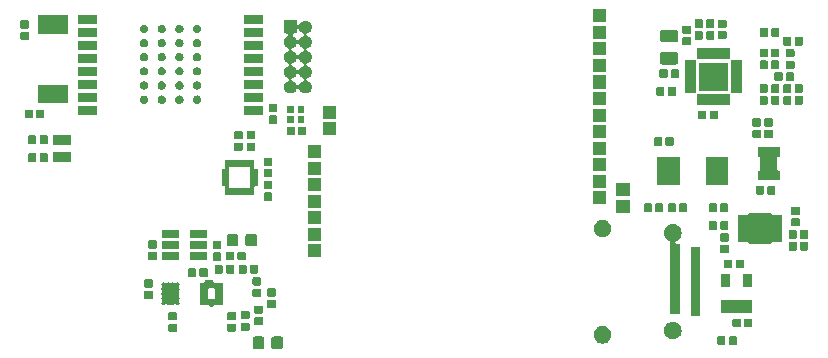
<source format=gts>
G04 #@! TF.GenerationSoftware,KiCad,Pcbnew,5.0.2-bee76a0~70~ubuntu18.04.1*
G04 #@! TF.CreationDate,2019-05-16T13:06:06+01:00*
G04 #@! TF.ProjectId,HealthMonitor,4865616c-7468-44d6-9f6e-69746f722e6b,rev?*
G04 #@! TF.SameCoordinates,Original*
G04 #@! TF.FileFunction,Soldermask,Top*
G04 #@! TF.FilePolarity,Negative*
%FSLAX46Y46*%
G04 Gerber Fmt 4.6, Leading zero omitted, Abs format (unit mm)*
G04 Created by KiCad (PCBNEW 5.0.2-bee76a0~70~ubuntu18.04.1) date Thu 16 May 2019 13:06:06 BST*
%MOMM*%
%LPD*%
G01*
G04 APERTURE LIST*
%ADD10C,0.100000*%
G04 APERTURE END LIST*
D10*
G36*
X126189591Y-124258085D02*
X126223569Y-124268393D01*
X126254887Y-124285133D01*
X126282339Y-124307661D01*
X126304867Y-124335113D01*
X126321607Y-124366431D01*
X126331915Y-124400409D01*
X126336000Y-124441890D01*
X126336000Y-125118110D01*
X126331915Y-125159591D01*
X126321607Y-125193569D01*
X126304867Y-125224887D01*
X126282339Y-125252339D01*
X126254887Y-125274867D01*
X126223569Y-125291607D01*
X126189591Y-125301915D01*
X126148110Y-125306000D01*
X125546890Y-125306000D01*
X125505409Y-125301915D01*
X125471431Y-125291607D01*
X125440113Y-125274867D01*
X125412661Y-125252339D01*
X125390133Y-125224887D01*
X125373393Y-125193569D01*
X125363085Y-125159591D01*
X125359000Y-125118110D01*
X125359000Y-124441890D01*
X125363085Y-124400409D01*
X125373393Y-124366431D01*
X125390133Y-124335113D01*
X125412661Y-124307661D01*
X125440113Y-124285133D01*
X125471431Y-124268393D01*
X125505409Y-124258085D01*
X125546890Y-124254000D01*
X126148110Y-124254000D01*
X126189591Y-124258085D01*
X126189591Y-124258085D01*
G37*
G36*
X124614591Y-124258085D02*
X124648569Y-124268393D01*
X124679887Y-124285133D01*
X124707339Y-124307661D01*
X124729867Y-124335113D01*
X124746607Y-124366431D01*
X124756915Y-124400409D01*
X124761000Y-124441890D01*
X124761000Y-125118110D01*
X124756915Y-125159591D01*
X124746607Y-125193569D01*
X124729867Y-125224887D01*
X124707339Y-125252339D01*
X124679887Y-125274867D01*
X124648569Y-125291607D01*
X124614591Y-125301915D01*
X124573110Y-125306000D01*
X123971890Y-125306000D01*
X123930409Y-125301915D01*
X123896431Y-125291607D01*
X123865113Y-125274867D01*
X123837661Y-125252339D01*
X123815133Y-125224887D01*
X123798393Y-125193569D01*
X123788085Y-125159591D01*
X123784000Y-125118110D01*
X123784000Y-124441890D01*
X123788085Y-124400409D01*
X123798393Y-124366431D01*
X123815133Y-124335113D01*
X123837661Y-124307661D01*
X123865113Y-124285133D01*
X123896431Y-124268393D01*
X123930409Y-124258085D01*
X123971890Y-124254000D01*
X124573110Y-124254000D01*
X124614591Y-124258085D01*
X124614591Y-124258085D01*
G37*
G36*
X164686938Y-124241716D02*
X164707556Y-124247970D01*
X164726556Y-124258126D01*
X164743208Y-124271792D01*
X164756874Y-124288444D01*
X164767030Y-124307444D01*
X164773284Y-124328062D01*
X164776000Y-124355640D01*
X164776000Y-124864360D01*
X164773284Y-124891938D01*
X164767030Y-124912556D01*
X164756874Y-124931556D01*
X164743208Y-124948208D01*
X164726556Y-124961874D01*
X164707556Y-124972030D01*
X164686938Y-124978284D01*
X164659360Y-124981000D01*
X164200640Y-124981000D01*
X164173062Y-124978284D01*
X164152444Y-124972030D01*
X164133444Y-124961874D01*
X164116792Y-124948208D01*
X164103126Y-124931556D01*
X164092970Y-124912556D01*
X164086716Y-124891938D01*
X164084000Y-124864360D01*
X164084000Y-124355640D01*
X164086716Y-124328062D01*
X164092970Y-124307444D01*
X164103126Y-124288444D01*
X164116792Y-124271792D01*
X164133444Y-124258126D01*
X164152444Y-124247970D01*
X164173062Y-124241716D01*
X164200640Y-124239000D01*
X164659360Y-124239000D01*
X164686938Y-124241716D01*
X164686938Y-124241716D01*
G37*
G36*
X163716938Y-124241716D02*
X163737556Y-124247970D01*
X163756556Y-124258126D01*
X163773208Y-124271792D01*
X163786874Y-124288444D01*
X163797030Y-124307444D01*
X163803284Y-124328062D01*
X163806000Y-124355640D01*
X163806000Y-124864360D01*
X163803284Y-124891938D01*
X163797030Y-124912556D01*
X163786874Y-124931556D01*
X163773208Y-124948208D01*
X163756556Y-124961874D01*
X163737556Y-124972030D01*
X163716938Y-124978284D01*
X163689360Y-124981000D01*
X163230640Y-124981000D01*
X163203062Y-124978284D01*
X163182444Y-124972030D01*
X163163444Y-124961874D01*
X163146792Y-124948208D01*
X163133126Y-124931556D01*
X163122970Y-124912556D01*
X163116716Y-124891938D01*
X163114000Y-124864360D01*
X163114000Y-124355640D01*
X163116716Y-124328062D01*
X163122970Y-124307444D01*
X163133126Y-124288444D01*
X163146792Y-124271792D01*
X163163444Y-124258126D01*
X163182444Y-124247970D01*
X163203062Y-124241716D01*
X163230640Y-124239000D01*
X163689360Y-124239000D01*
X163716938Y-124241716D01*
X163716938Y-124241716D01*
G37*
G36*
X153522004Y-123360544D02*
X153609059Y-123377860D01*
X153745732Y-123434472D01*
X153810391Y-123477676D01*
X153868738Y-123516662D01*
X153973338Y-123621262D01*
X153973340Y-123621265D01*
X154055528Y-123744268D01*
X154112140Y-123880941D01*
X154141000Y-124026033D01*
X154141000Y-124173967D01*
X154112140Y-124319059D01*
X154055528Y-124455732D01*
X154027118Y-124498250D01*
X153973338Y-124578738D01*
X153868738Y-124683338D01*
X153868735Y-124683340D01*
X153745732Y-124765528D01*
X153609059Y-124822140D01*
X153522004Y-124839456D01*
X153463969Y-124851000D01*
X153316031Y-124851000D01*
X153257996Y-124839456D01*
X153170941Y-124822140D01*
X153034268Y-124765528D01*
X152911265Y-124683340D01*
X152911262Y-124683338D01*
X152806662Y-124578738D01*
X152752882Y-124498250D01*
X152724472Y-124455732D01*
X152667860Y-124319059D01*
X152639000Y-124173967D01*
X152639000Y-124026033D01*
X152667860Y-123880941D01*
X152724472Y-123744268D01*
X152806660Y-123621265D01*
X152806662Y-123621262D01*
X152911262Y-123516662D01*
X152969609Y-123477676D01*
X153034268Y-123434472D01*
X153170941Y-123377860D01*
X153257996Y-123360544D01*
X153316031Y-123349000D01*
X153463969Y-123349000D01*
X153522004Y-123360544D01*
X153522004Y-123360544D01*
G37*
G36*
X159472004Y-123000544D02*
X159559059Y-123017860D01*
X159695732Y-123074472D01*
X159751585Y-123111792D01*
X159818738Y-123156662D01*
X159923338Y-123261262D01*
X159923340Y-123261265D01*
X160005528Y-123384268D01*
X160062140Y-123520941D01*
X160077468Y-123598000D01*
X160091000Y-123666031D01*
X160091000Y-123813969D01*
X160087438Y-123831874D01*
X160062140Y-123959059D01*
X160005528Y-124095732D01*
X160005527Y-124095733D01*
X159923338Y-124218738D01*
X159818738Y-124323338D01*
X159818735Y-124323340D01*
X159695732Y-124405528D01*
X159559059Y-124462140D01*
X159472004Y-124479456D01*
X159413969Y-124491000D01*
X159266031Y-124491000D01*
X159207996Y-124479456D01*
X159120941Y-124462140D01*
X158984268Y-124405528D01*
X158861265Y-124323340D01*
X158861262Y-124323338D01*
X158756662Y-124218738D01*
X158674473Y-124095733D01*
X158674472Y-124095732D01*
X158617860Y-123959059D01*
X158592562Y-123831874D01*
X158589000Y-123813969D01*
X158589000Y-123666031D01*
X158602532Y-123598000D01*
X158617860Y-123520941D01*
X158674472Y-123384268D01*
X158756660Y-123261265D01*
X158756662Y-123261262D01*
X158861262Y-123156662D01*
X158928415Y-123111792D01*
X158984268Y-123074472D01*
X159120941Y-123017860D01*
X159207996Y-123000544D01*
X159266031Y-122989000D01*
X159413969Y-122989000D01*
X159472004Y-123000544D01*
X159472004Y-123000544D01*
G37*
G36*
X117296938Y-123181716D02*
X117317556Y-123187970D01*
X117336556Y-123198126D01*
X117353208Y-123211792D01*
X117366874Y-123228444D01*
X117377030Y-123247444D01*
X117383284Y-123268062D01*
X117386000Y-123295640D01*
X117386000Y-123754360D01*
X117383284Y-123781938D01*
X117377030Y-123802556D01*
X117366874Y-123821556D01*
X117353208Y-123838208D01*
X117336556Y-123851874D01*
X117317556Y-123862030D01*
X117296938Y-123868284D01*
X117269360Y-123871000D01*
X116760640Y-123871000D01*
X116733062Y-123868284D01*
X116712444Y-123862030D01*
X116693444Y-123851874D01*
X116676792Y-123838208D01*
X116663126Y-123821556D01*
X116652970Y-123802556D01*
X116646716Y-123781938D01*
X116644000Y-123754360D01*
X116644000Y-123295640D01*
X116646716Y-123268062D01*
X116652970Y-123247444D01*
X116663126Y-123228444D01*
X116676792Y-123211792D01*
X116693444Y-123198126D01*
X116712444Y-123187970D01*
X116733062Y-123181716D01*
X116760640Y-123179000D01*
X117269360Y-123179000D01*
X117296938Y-123181716D01*
X117296938Y-123181716D01*
G37*
G36*
X122271938Y-123161716D02*
X122292556Y-123167970D01*
X122311556Y-123178126D01*
X122328208Y-123191792D01*
X122341874Y-123208444D01*
X122352030Y-123227444D01*
X122358284Y-123248062D01*
X122361000Y-123275640D01*
X122361000Y-123734360D01*
X122358284Y-123761938D01*
X122352030Y-123782556D01*
X122341874Y-123801556D01*
X122328208Y-123818208D01*
X122311556Y-123831874D01*
X122292556Y-123842030D01*
X122271938Y-123848284D01*
X122244360Y-123851000D01*
X121735640Y-123851000D01*
X121708062Y-123848284D01*
X121687444Y-123842030D01*
X121668444Y-123831874D01*
X121651792Y-123818208D01*
X121638126Y-123801556D01*
X121627970Y-123782556D01*
X121621716Y-123761938D01*
X121619000Y-123734360D01*
X121619000Y-123275640D01*
X121621716Y-123248062D01*
X121627970Y-123227444D01*
X121638126Y-123208444D01*
X121651792Y-123191792D01*
X121668444Y-123178126D01*
X121687444Y-123167970D01*
X121708062Y-123161716D01*
X121735640Y-123159000D01*
X122244360Y-123159000D01*
X122271938Y-123161716D01*
X122271938Y-123161716D01*
G37*
G36*
X123421938Y-123081716D02*
X123442556Y-123087970D01*
X123461556Y-123098126D01*
X123478208Y-123111792D01*
X123491874Y-123128444D01*
X123502030Y-123147444D01*
X123508284Y-123168062D01*
X123511000Y-123195640D01*
X123511000Y-123654360D01*
X123508284Y-123681938D01*
X123502030Y-123702556D01*
X123491874Y-123721556D01*
X123478208Y-123738208D01*
X123461556Y-123751874D01*
X123442556Y-123762030D01*
X123421938Y-123768284D01*
X123394360Y-123771000D01*
X122885640Y-123771000D01*
X122858062Y-123768284D01*
X122837444Y-123762030D01*
X122818444Y-123751874D01*
X122801792Y-123738208D01*
X122788126Y-123721556D01*
X122777970Y-123702556D01*
X122771716Y-123681938D01*
X122769000Y-123654360D01*
X122769000Y-123195640D01*
X122771716Y-123168062D01*
X122777970Y-123147444D01*
X122788126Y-123128444D01*
X122801792Y-123111792D01*
X122818444Y-123098126D01*
X122837444Y-123087970D01*
X122858062Y-123081716D01*
X122885640Y-123079000D01*
X123394360Y-123079000D01*
X123421938Y-123081716D01*
X123421938Y-123081716D01*
G37*
G36*
X165971938Y-122741716D02*
X165992556Y-122747970D01*
X166011556Y-122758126D01*
X166028208Y-122771792D01*
X166041874Y-122788444D01*
X166052030Y-122807444D01*
X166058284Y-122828062D01*
X166061000Y-122855640D01*
X166061000Y-123364360D01*
X166058284Y-123391938D01*
X166052030Y-123412556D01*
X166041874Y-123431556D01*
X166028208Y-123448208D01*
X166011556Y-123461874D01*
X165992556Y-123472030D01*
X165971938Y-123478284D01*
X165944360Y-123481000D01*
X165485640Y-123481000D01*
X165458062Y-123478284D01*
X165437444Y-123472030D01*
X165418444Y-123461874D01*
X165401792Y-123448208D01*
X165388126Y-123431556D01*
X165377970Y-123412556D01*
X165371716Y-123391938D01*
X165369000Y-123364360D01*
X165369000Y-122855640D01*
X165371716Y-122828062D01*
X165377970Y-122807444D01*
X165388126Y-122788444D01*
X165401792Y-122771792D01*
X165418444Y-122758126D01*
X165437444Y-122747970D01*
X165458062Y-122741716D01*
X165485640Y-122739000D01*
X165944360Y-122739000D01*
X165971938Y-122741716D01*
X165971938Y-122741716D01*
G37*
G36*
X165001938Y-122741716D02*
X165022556Y-122747970D01*
X165041556Y-122758126D01*
X165058208Y-122771792D01*
X165071874Y-122788444D01*
X165082030Y-122807444D01*
X165088284Y-122828062D01*
X165091000Y-122855640D01*
X165091000Y-123364360D01*
X165088284Y-123391938D01*
X165082030Y-123412556D01*
X165071874Y-123431556D01*
X165058208Y-123448208D01*
X165041556Y-123461874D01*
X165022556Y-123472030D01*
X165001938Y-123478284D01*
X164974360Y-123481000D01*
X164515640Y-123481000D01*
X164488062Y-123478284D01*
X164467444Y-123472030D01*
X164448444Y-123461874D01*
X164431792Y-123448208D01*
X164418126Y-123431556D01*
X164407970Y-123412556D01*
X164401716Y-123391938D01*
X164399000Y-123364360D01*
X164399000Y-122855640D01*
X164401716Y-122828062D01*
X164407970Y-122807444D01*
X164418126Y-122788444D01*
X164431792Y-122771792D01*
X164448444Y-122758126D01*
X164467444Y-122747970D01*
X164488062Y-122741716D01*
X164515640Y-122739000D01*
X164974360Y-122739000D01*
X165001938Y-122741716D01*
X165001938Y-122741716D01*
G37*
G36*
X124551938Y-122606716D02*
X124572556Y-122612970D01*
X124591556Y-122623126D01*
X124608208Y-122636792D01*
X124621874Y-122653444D01*
X124632030Y-122672444D01*
X124638284Y-122693062D01*
X124641000Y-122720640D01*
X124641000Y-123179360D01*
X124638284Y-123206938D01*
X124632030Y-123227556D01*
X124621874Y-123246556D01*
X124608208Y-123263208D01*
X124591556Y-123276874D01*
X124572556Y-123287030D01*
X124551938Y-123293284D01*
X124524360Y-123296000D01*
X124015640Y-123296000D01*
X123988062Y-123293284D01*
X123967444Y-123287030D01*
X123948444Y-123276874D01*
X123931792Y-123263208D01*
X123918126Y-123246556D01*
X123907970Y-123227556D01*
X123901716Y-123206938D01*
X123899000Y-123179360D01*
X123899000Y-122720640D01*
X123901716Y-122693062D01*
X123907970Y-122672444D01*
X123918126Y-122653444D01*
X123931792Y-122636792D01*
X123948444Y-122623126D01*
X123967444Y-122612970D01*
X123988062Y-122606716D01*
X124015640Y-122604000D01*
X124524360Y-122604000D01*
X124551938Y-122606716D01*
X124551938Y-122606716D01*
G37*
G36*
X117296938Y-122211716D02*
X117317556Y-122217970D01*
X117336556Y-122228126D01*
X117353208Y-122241792D01*
X117366874Y-122258444D01*
X117377030Y-122277444D01*
X117383284Y-122298062D01*
X117386000Y-122325640D01*
X117386000Y-122784360D01*
X117383284Y-122811938D01*
X117377030Y-122832556D01*
X117366874Y-122851556D01*
X117353208Y-122868208D01*
X117336556Y-122881874D01*
X117317556Y-122892030D01*
X117296938Y-122898284D01*
X117269360Y-122901000D01*
X116760640Y-122901000D01*
X116733062Y-122898284D01*
X116712444Y-122892030D01*
X116693444Y-122881874D01*
X116676792Y-122868208D01*
X116663126Y-122851556D01*
X116652970Y-122832556D01*
X116646716Y-122811938D01*
X116644000Y-122784360D01*
X116644000Y-122325640D01*
X116646716Y-122298062D01*
X116652970Y-122277444D01*
X116663126Y-122258444D01*
X116676792Y-122241792D01*
X116693444Y-122228126D01*
X116712444Y-122217970D01*
X116733062Y-122211716D01*
X116760640Y-122209000D01*
X117269360Y-122209000D01*
X117296938Y-122211716D01*
X117296938Y-122211716D01*
G37*
G36*
X122271938Y-122191716D02*
X122292556Y-122197970D01*
X122311556Y-122208126D01*
X122328208Y-122221792D01*
X122341874Y-122238444D01*
X122352030Y-122257444D01*
X122358284Y-122278062D01*
X122361000Y-122305640D01*
X122361000Y-122764360D01*
X122358284Y-122791938D01*
X122352030Y-122812556D01*
X122341874Y-122831556D01*
X122328208Y-122848208D01*
X122311556Y-122861874D01*
X122292556Y-122872030D01*
X122271938Y-122878284D01*
X122244360Y-122881000D01*
X121735640Y-122881000D01*
X121708062Y-122878284D01*
X121687444Y-122872030D01*
X121668444Y-122861874D01*
X121651792Y-122848208D01*
X121638126Y-122831556D01*
X121627970Y-122812556D01*
X121621716Y-122791938D01*
X121619000Y-122764360D01*
X121619000Y-122305640D01*
X121621716Y-122278062D01*
X121627970Y-122257444D01*
X121638126Y-122238444D01*
X121651792Y-122221792D01*
X121668444Y-122208126D01*
X121687444Y-122197970D01*
X121708062Y-122191716D01*
X121735640Y-122189000D01*
X122244360Y-122189000D01*
X122271938Y-122191716D01*
X122271938Y-122191716D01*
G37*
G36*
X123421938Y-122111716D02*
X123442556Y-122117970D01*
X123461556Y-122128126D01*
X123478208Y-122141792D01*
X123491874Y-122158444D01*
X123502030Y-122177444D01*
X123508284Y-122198062D01*
X123511000Y-122225640D01*
X123511000Y-122684360D01*
X123508284Y-122711938D01*
X123502030Y-122732556D01*
X123491874Y-122751556D01*
X123478208Y-122768208D01*
X123461556Y-122781874D01*
X123442556Y-122792030D01*
X123421938Y-122798284D01*
X123394360Y-122801000D01*
X122885640Y-122801000D01*
X122858062Y-122798284D01*
X122837444Y-122792030D01*
X122818444Y-122781874D01*
X122801792Y-122768208D01*
X122788126Y-122751556D01*
X122777970Y-122732556D01*
X122771716Y-122711938D01*
X122769000Y-122684360D01*
X122769000Y-122225640D01*
X122771716Y-122198062D01*
X122777970Y-122177444D01*
X122788126Y-122158444D01*
X122801792Y-122141792D01*
X122818444Y-122128126D01*
X122837444Y-122117970D01*
X122858062Y-122111716D01*
X122885640Y-122109000D01*
X123394360Y-122109000D01*
X123421938Y-122111716D01*
X123421938Y-122111716D01*
G37*
G36*
X161651000Y-122561000D02*
X160849000Y-122561000D01*
X160849000Y-116659000D01*
X161651000Y-116659000D01*
X161651000Y-122561000D01*
X161651000Y-122561000D01*
G37*
G36*
X124551938Y-121636716D02*
X124572556Y-121642970D01*
X124591556Y-121653126D01*
X124608208Y-121666792D01*
X124621874Y-121683444D01*
X124632030Y-121702444D01*
X124638284Y-121723062D01*
X124641000Y-121750640D01*
X124641000Y-122209360D01*
X124638284Y-122236938D01*
X124632030Y-122257556D01*
X124621874Y-122276556D01*
X124608208Y-122293208D01*
X124591556Y-122306874D01*
X124572556Y-122317030D01*
X124551938Y-122323284D01*
X124524360Y-122326000D01*
X124015640Y-122326000D01*
X123988062Y-122323284D01*
X123967444Y-122317030D01*
X123948444Y-122306874D01*
X123931792Y-122293208D01*
X123918126Y-122276556D01*
X123907970Y-122257556D01*
X123901716Y-122236938D01*
X123899000Y-122209360D01*
X123899000Y-121750640D01*
X123901716Y-121723062D01*
X123907970Y-121702444D01*
X123918126Y-121683444D01*
X123931792Y-121666792D01*
X123948444Y-121653126D01*
X123967444Y-121642970D01*
X123988062Y-121636716D01*
X124015640Y-121634000D01*
X124524360Y-121634000D01*
X124551938Y-121636716D01*
X124551938Y-121636716D01*
G37*
G36*
X159472004Y-114740544D02*
X159559059Y-114757860D01*
X159695732Y-114814472D01*
X159695733Y-114814473D01*
X159818738Y-114896662D01*
X159923338Y-115001262D01*
X159923340Y-115001265D01*
X160005528Y-115124268D01*
X160062140Y-115260941D01*
X160071390Y-115307444D01*
X160091000Y-115406031D01*
X160091000Y-115553969D01*
X160083317Y-115592592D01*
X160062140Y-115699059D01*
X160005528Y-115835732D01*
X159954196Y-115912556D01*
X159923338Y-115958738D01*
X159818738Y-116063338D01*
X159818735Y-116063340D01*
X159695732Y-116145528D01*
X159640229Y-116168518D01*
X159618625Y-116180066D01*
X159599683Y-116195612D01*
X159584137Y-116214554D01*
X159572586Y-116236165D01*
X159565473Y-116259614D01*
X159563071Y-116284000D01*
X159565473Y-116308386D01*
X159572586Y-116331836D01*
X159584137Y-116353446D01*
X159599683Y-116372388D01*
X159618625Y-116387934D01*
X159640236Y-116399485D01*
X159663685Y-116406598D01*
X159688071Y-116409000D01*
X159951000Y-116409000D01*
X159951000Y-122311000D01*
X159149000Y-122311000D01*
X159149000Y-116297284D01*
X159146598Y-116272898D01*
X159139485Y-116249449D01*
X159127934Y-116227838D01*
X159112388Y-116208896D01*
X159093446Y-116193350D01*
X159071840Y-116181801D01*
X158984268Y-116145528D01*
X158861265Y-116063340D01*
X158861262Y-116063338D01*
X158756662Y-115958738D01*
X158725804Y-115912556D01*
X158674472Y-115835732D01*
X158617860Y-115699059D01*
X158596683Y-115592592D01*
X158589000Y-115553969D01*
X158589000Y-115406031D01*
X158608610Y-115307444D01*
X158617860Y-115260941D01*
X158674472Y-115124268D01*
X158756660Y-115001265D01*
X158756662Y-115001262D01*
X158861262Y-114896662D01*
X158984267Y-114814473D01*
X158984268Y-114814472D01*
X159120941Y-114757860D01*
X159207996Y-114740544D01*
X159266031Y-114729000D01*
X159413969Y-114729000D01*
X159472004Y-114740544D01*
X159472004Y-114740544D01*
G37*
G36*
X166056000Y-122291000D02*
X163404000Y-122291000D01*
X163404000Y-121129000D01*
X166056000Y-121129000D01*
X166056000Y-122291000D01*
X166056000Y-122291000D01*
G37*
G36*
X125651938Y-121151716D02*
X125672556Y-121157970D01*
X125691556Y-121168126D01*
X125708208Y-121181792D01*
X125721874Y-121198444D01*
X125732030Y-121217444D01*
X125738284Y-121238062D01*
X125741000Y-121265640D01*
X125741000Y-121724360D01*
X125738284Y-121751938D01*
X125732030Y-121772556D01*
X125721874Y-121791556D01*
X125708208Y-121808208D01*
X125691556Y-121821874D01*
X125672556Y-121832030D01*
X125651938Y-121838284D01*
X125624360Y-121841000D01*
X125115640Y-121841000D01*
X125088062Y-121838284D01*
X125067444Y-121832030D01*
X125048444Y-121821874D01*
X125031792Y-121808208D01*
X125018126Y-121791556D01*
X125007970Y-121772556D01*
X125001716Y-121751938D01*
X124999000Y-121724360D01*
X124999000Y-121265640D01*
X125001716Y-121238062D01*
X125007970Y-121217444D01*
X125018126Y-121198444D01*
X125031792Y-121181792D01*
X125048444Y-121168126D01*
X125067444Y-121157970D01*
X125088062Y-121151716D01*
X125115640Y-121149000D01*
X125624360Y-121149000D01*
X125651938Y-121151716D01*
X125651938Y-121151716D01*
G37*
G36*
X120441000Y-119564000D02*
X120443402Y-119588386D01*
X120450515Y-119611835D01*
X120462066Y-119633446D01*
X120477612Y-119652388D01*
X120496554Y-119667934D01*
X120518165Y-119679485D01*
X120541614Y-119686598D01*
X120566000Y-119689000D01*
X121291000Y-119689000D01*
X121291000Y-121591000D01*
X120566000Y-121591000D01*
X120541614Y-121593402D01*
X120518165Y-121600515D01*
X120496554Y-121612066D01*
X120477612Y-121627612D01*
X120462066Y-121646554D01*
X120450515Y-121668165D01*
X120443402Y-121691614D01*
X120441000Y-121716000D01*
X120441000Y-121791000D01*
X120139000Y-121791000D01*
X120139000Y-121716000D01*
X120136598Y-121691614D01*
X120129485Y-121668165D01*
X120117934Y-121646554D01*
X120102388Y-121627612D01*
X120083446Y-121612066D01*
X120061835Y-121600515D01*
X120038386Y-121593402D01*
X120014000Y-121591000D01*
X119289000Y-121591000D01*
X119289000Y-120316000D01*
X119991000Y-120316000D01*
X119991000Y-120964000D01*
X119993402Y-120988386D01*
X120000515Y-121011835D01*
X120012066Y-121033446D01*
X120027612Y-121052388D01*
X120046554Y-121067934D01*
X120068165Y-121079485D01*
X120091614Y-121086598D01*
X120116000Y-121089000D01*
X120464000Y-121089000D01*
X120488386Y-121086598D01*
X120511835Y-121079485D01*
X120533446Y-121067934D01*
X120552388Y-121052388D01*
X120567934Y-121033446D01*
X120579485Y-121011835D01*
X120586598Y-120988386D01*
X120589000Y-120964000D01*
X120589000Y-120316000D01*
X120586598Y-120291614D01*
X120579485Y-120268165D01*
X120567934Y-120246554D01*
X120552388Y-120227612D01*
X120533446Y-120212066D01*
X120511835Y-120200515D01*
X120488386Y-120193402D01*
X120464000Y-120191000D01*
X120116000Y-120191000D01*
X120091614Y-120193402D01*
X120068165Y-120200515D01*
X120046554Y-120212066D01*
X120027612Y-120227612D01*
X120012066Y-120246554D01*
X120000515Y-120268165D01*
X119993402Y-120291614D01*
X119991000Y-120316000D01*
X119289000Y-120316000D01*
X119289000Y-119689000D01*
X119614000Y-119689000D01*
X119638386Y-119686598D01*
X119661835Y-119679485D01*
X119683446Y-119667934D01*
X119702388Y-119652388D01*
X119717934Y-119633446D01*
X119729485Y-119611835D01*
X119736598Y-119588386D01*
X119739000Y-119564000D01*
X119739000Y-119489000D01*
X120441000Y-119489000D01*
X120441000Y-119564000D01*
X120441000Y-119564000D01*
G37*
G36*
X116242040Y-119676126D02*
X116263420Y-119680379D01*
X116293630Y-119692893D01*
X116293632Y-119692894D01*
X116320820Y-119711060D01*
X116326612Y-119716852D01*
X116345554Y-119732398D01*
X116367165Y-119743949D01*
X116390614Y-119751062D01*
X116415000Y-119753464D01*
X116439386Y-119751062D01*
X116462835Y-119743949D01*
X116484446Y-119732398D01*
X116503388Y-119716852D01*
X116509180Y-119711060D01*
X116536368Y-119692894D01*
X116536370Y-119692893D01*
X116566580Y-119680379D01*
X116587960Y-119676126D01*
X116598649Y-119674000D01*
X116631351Y-119674000D01*
X116642040Y-119676126D01*
X116663420Y-119680379D01*
X116693630Y-119692893D01*
X116693632Y-119692894D01*
X116720820Y-119711060D01*
X116726612Y-119716852D01*
X116745554Y-119732398D01*
X116767165Y-119743949D01*
X116790614Y-119751062D01*
X116815000Y-119753464D01*
X116839386Y-119751062D01*
X116862835Y-119743949D01*
X116884446Y-119732398D01*
X116903388Y-119716852D01*
X116909180Y-119711060D01*
X116936368Y-119692894D01*
X116936370Y-119692893D01*
X116966580Y-119680379D01*
X116987960Y-119676126D01*
X116998649Y-119674000D01*
X117031351Y-119674000D01*
X117042040Y-119676126D01*
X117063420Y-119680379D01*
X117093630Y-119692893D01*
X117093632Y-119692894D01*
X117120820Y-119711060D01*
X117126612Y-119716852D01*
X117145554Y-119732398D01*
X117167165Y-119743949D01*
X117190614Y-119751062D01*
X117215000Y-119753464D01*
X117239386Y-119751062D01*
X117262835Y-119743949D01*
X117284446Y-119732398D01*
X117303388Y-119716852D01*
X117309180Y-119711060D01*
X117336368Y-119692894D01*
X117336370Y-119692893D01*
X117366580Y-119680379D01*
X117387960Y-119676126D01*
X117398649Y-119674000D01*
X117431351Y-119674000D01*
X117442040Y-119676126D01*
X117463420Y-119680379D01*
X117493630Y-119692893D01*
X117493632Y-119692894D01*
X117520820Y-119711060D01*
X117543940Y-119734180D01*
X117562106Y-119761368D01*
X117562107Y-119761370D01*
X117574621Y-119791580D01*
X117581000Y-119823650D01*
X117581000Y-119856350D01*
X117574621Y-119888420D01*
X117566424Y-119908208D01*
X117562106Y-119918632D01*
X117543940Y-119945820D01*
X117538148Y-119951612D01*
X117522602Y-119970554D01*
X117511051Y-119992165D01*
X117503938Y-120015614D01*
X117501536Y-120040000D01*
X117503938Y-120064386D01*
X117511051Y-120087835D01*
X117522602Y-120109446D01*
X117538148Y-120128388D01*
X117543940Y-120134180D01*
X117562106Y-120161368D01*
X117562107Y-120161370D01*
X117574621Y-120191580D01*
X117581000Y-120223650D01*
X117581000Y-120256350D01*
X117574621Y-120288420D01*
X117563196Y-120316000D01*
X117562106Y-120318632D01*
X117543940Y-120345820D01*
X117538148Y-120351612D01*
X117522602Y-120370554D01*
X117511051Y-120392165D01*
X117503938Y-120415614D01*
X117501536Y-120440000D01*
X117503938Y-120464386D01*
X117511051Y-120487835D01*
X117522602Y-120509446D01*
X117538148Y-120528388D01*
X117543940Y-120534180D01*
X117561860Y-120561000D01*
X117562107Y-120561370D01*
X117574621Y-120591580D01*
X117581000Y-120623650D01*
X117581000Y-120656350D01*
X117574621Y-120688420D01*
X117562107Y-120718630D01*
X117562106Y-120718632D01*
X117543940Y-120745820D01*
X117538148Y-120751612D01*
X117522602Y-120770554D01*
X117511051Y-120792165D01*
X117503938Y-120815614D01*
X117501536Y-120840000D01*
X117503938Y-120864386D01*
X117511051Y-120887835D01*
X117522602Y-120909446D01*
X117538148Y-120928388D01*
X117543940Y-120934180D01*
X117562106Y-120961368D01*
X117562107Y-120961370D01*
X117574621Y-120991580D01*
X117581000Y-121023650D01*
X117581000Y-121056350D01*
X117574621Y-121088420D01*
X117562107Y-121118630D01*
X117562106Y-121118632D01*
X117543940Y-121145820D01*
X117538148Y-121151612D01*
X117522602Y-121170554D01*
X117511051Y-121192165D01*
X117503938Y-121215614D01*
X117501536Y-121240000D01*
X117503938Y-121264386D01*
X117511051Y-121287835D01*
X117522602Y-121309446D01*
X117538148Y-121328388D01*
X117543940Y-121334180D01*
X117562106Y-121361368D01*
X117562107Y-121361370D01*
X117574621Y-121391580D01*
X117581000Y-121423650D01*
X117581000Y-121456350D01*
X117574621Y-121488420D01*
X117562107Y-121518630D01*
X117562106Y-121518632D01*
X117543940Y-121545820D01*
X117520820Y-121568940D01*
X117493632Y-121587106D01*
X117493631Y-121587107D01*
X117493630Y-121587107D01*
X117463420Y-121599621D01*
X117442040Y-121603874D01*
X117431351Y-121606000D01*
X117398649Y-121606000D01*
X117387960Y-121603874D01*
X117366580Y-121599621D01*
X117336370Y-121587107D01*
X117336369Y-121587107D01*
X117336368Y-121587106D01*
X117309180Y-121568940D01*
X117303388Y-121563148D01*
X117284446Y-121547602D01*
X117262835Y-121536051D01*
X117239386Y-121528938D01*
X117215000Y-121526536D01*
X117190614Y-121528938D01*
X117167165Y-121536051D01*
X117145554Y-121547602D01*
X117126612Y-121563148D01*
X117120820Y-121568940D01*
X117093632Y-121587106D01*
X117093631Y-121587107D01*
X117093630Y-121587107D01*
X117063420Y-121599621D01*
X117042040Y-121603874D01*
X117031351Y-121606000D01*
X116998649Y-121606000D01*
X116987960Y-121603874D01*
X116966580Y-121599621D01*
X116936370Y-121587107D01*
X116936369Y-121587107D01*
X116936368Y-121587106D01*
X116909180Y-121568940D01*
X116903388Y-121563148D01*
X116884446Y-121547602D01*
X116862835Y-121536051D01*
X116839386Y-121528938D01*
X116815000Y-121526536D01*
X116790614Y-121528938D01*
X116767165Y-121536051D01*
X116745554Y-121547602D01*
X116726612Y-121563148D01*
X116720820Y-121568940D01*
X116693632Y-121587106D01*
X116693631Y-121587107D01*
X116693630Y-121587107D01*
X116663420Y-121599621D01*
X116642040Y-121603874D01*
X116631351Y-121606000D01*
X116598649Y-121606000D01*
X116587960Y-121603874D01*
X116566580Y-121599621D01*
X116536370Y-121587107D01*
X116536369Y-121587107D01*
X116536368Y-121587106D01*
X116509180Y-121568940D01*
X116503388Y-121563148D01*
X116484446Y-121547602D01*
X116462835Y-121536051D01*
X116439386Y-121528938D01*
X116415000Y-121526536D01*
X116390614Y-121528938D01*
X116367165Y-121536051D01*
X116345554Y-121547602D01*
X116326612Y-121563148D01*
X116320820Y-121568940D01*
X116293632Y-121587106D01*
X116293631Y-121587107D01*
X116293630Y-121587107D01*
X116263420Y-121599621D01*
X116242040Y-121603874D01*
X116231351Y-121606000D01*
X116198649Y-121606000D01*
X116187960Y-121603874D01*
X116166580Y-121599621D01*
X116136370Y-121587107D01*
X116136369Y-121587107D01*
X116136368Y-121587106D01*
X116109180Y-121568940D01*
X116086060Y-121545820D01*
X116067894Y-121518632D01*
X116067893Y-121518630D01*
X116055379Y-121488420D01*
X116049000Y-121456350D01*
X116049000Y-121423650D01*
X116055379Y-121391580D01*
X116067893Y-121361370D01*
X116067894Y-121361368D01*
X116086060Y-121334180D01*
X116091852Y-121328388D01*
X116107398Y-121309446D01*
X116118949Y-121287835D01*
X116126062Y-121264386D01*
X116128464Y-121240000D01*
X116126062Y-121215614D01*
X116118949Y-121192165D01*
X116107398Y-121170554D01*
X116091852Y-121151612D01*
X116086060Y-121145820D01*
X116067894Y-121118632D01*
X116067893Y-121118630D01*
X116055379Y-121088420D01*
X116049000Y-121056350D01*
X116049000Y-121023650D01*
X116055379Y-120991580D01*
X116067893Y-120961370D01*
X116067894Y-120961368D01*
X116086060Y-120934180D01*
X116091852Y-120928388D01*
X116107398Y-120909446D01*
X116118949Y-120887835D01*
X116126062Y-120864386D01*
X116128464Y-120840000D01*
X116126062Y-120815614D01*
X116118949Y-120792165D01*
X116107398Y-120770554D01*
X116091852Y-120751612D01*
X116086060Y-120745820D01*
X116067894Y-120718632D01*
X116067893Y-120718630D01*
X116055379Y-120688420D01*
X116049000Y-120656350D01*
X116049000Y-120623650D01*
X116055379Y-120591580D01*
X116067893Y-120561370D01*
X116068140Y-120561000D01*
X116086060Y-120534180D01*
X116091852Y-120528388D01*
X116107398Y-120509446D01*
X116118949Y-120487835D01*
X116126062Y-120464386D01*
X116128464Y-120440000D01*
X116126062Y-120415614D01*
X116118949Y-120392165D01*
X116107398Y-120370554D01*
X116091852Y-120351612D01*
X116086060Y-120345820D01*
X116067894Y-120318632D01*
X116066804Y-120316000D01*
X116055379Y-120288420D01*
X116049000Y-120256350D01*
X116049000Y-120223650D01*
X116055379Y-120191580D01*
X116067893Y-120161370D01*
X116067894Y-120161368D01*
X116086060Y-120134180D01*
X116091852Y-120128388D01*
X116107398Y-120109446D01*
X116118949Y-120087835D01*
X116126062Y-120064386D01*
X116128464Y-120040000D01*
X116126062Y-120015614D01*
X116118949Y-119992165D01*
X116107398Y-119970554D01*
X116091852Y-119951612D01*
X116086060Y-119945820D01*
X116067894Y-119918632D01*
X116063576Y-119908208D01*
X116055379Y-119888420D01*
X116049000Y-119856350D01*
X116049000Y-119823650D01*
X116055379Y-119791580D01*
X116067893Y-119761370D01*
X116067894Y-119761368D01*
X116086060Y-119734180D01*
X116109180Y-119711060D01*
X116136368Y-119692894D01*
X116136370Y-119692893D01*
X116166580Y-119680379D01*
X116187960Y-119676126D01*
X116198649Y-119674000D01*
X116231351Y-119674000D01*
X116242040Y-119676126D01*
X116242040Y-119676126D01*
G37*
G36*
X115231938Y-120391716D02*
X115252556Y-120397970D01*
X115271556Y-120408126D01*
X115288208Y-120421792D01*
X115301874Y-120438444D01*
X115312030Y-120457444D01*
X115318284Y-120478062D01*
X115321000Y-120505640D01*
X115321000Y-120964360D01*
X115318284Y-120991938D01*
X115312030Y-121012556D01*
X115301874Y-121031556D01*
X115288208Y-121048208D01*
X115271556Y-121061874D01*
X115252556Y-121072030D01*
X115231938Y-121078284D01*
X115204360Y-121081000D01*
X114695640Y-121081000D01*
X114668062Y-121078284D01*
X114647444Y-121072030D01*
X114628444Y-121061874D01*
X114611792Y-121048208D01*
X114598126Y-121031556D01*
X114587970Y-121012556D01*
X114581716Y-120991938D01*
X114579000Y-120964360D01*
X114579000Y-120505640D01*
X114581716Y-120478062D01*
X114587970Y-120457444D01*
X114598126Y-120438444D01*
X114611792Y-120421792D01*
X114628444Y-120408126D01*
X114647444Y-120397970D01*
X114668062Y-120391716D01*
X114695640Y-120389000D01*
X115204360Y-120389000D01*
X115231938Y-120391716D01*
X115231938Y-120391716D01*
G37*
G36*
X124411938Y-120221716D02*
X124432556Y-120227970D01*
X124451556Y-120238126D01*
X124468208Y-120251792D01*
X124481874Y-120268444D01*
X124492030Y-120287444D01*
X124498284Y-120308062D01*
X124501000Y-120335640D01*
X124501000Y-120794360D01*
X124498284Y-120821938D01*
X124492030Y-120842556D01*
X124481874Y-120861556D01*
X124468208Y-120878208D01*
X124451556Y-120891874D01*
X124432556Y-120902030D01*
X124411938Y-120908284D01*
X124384360Y-120911000D01*
X123875640Y-120911000D01*
X123848062Y-120908284D01*
X123827444Y-120902030D01*
X123808444Y-120891874D01*
X123791792Y-120878208D01*
X123778126Y-120861556D01*
X123767970Y-120842556D01*
X123761716Y-120821938D01*
X123759000Y-120794360D01*
X123759000Y-120335640D01*
X123761716Y-120308062D01*
X123767970Y-120287444D01*
X123778126Y-120268444D01*
X123791792Y-120251792D01*
X123808444Y-120238126D01*
X123827444Y-120227970D01*
X123848062Y-120221716D01*
X123875640Y-120219000D01*
X124384360Y-120219000D01*
X124411938Y-120221716D01*
X124411938Y-120221716D01*
G37*
G36*
X125651938Y-120181716D02*
X125672556Y-120187970D01*
X125691556Y-120198126D01*
X125708208Y-120211792D01*
X125721874Y-120228444D01*
X125732030Y-120247444D01*
X125738284Y-120268062D01*
X125741000Y-120295640D01*
X125741000Y-120754360D01*
X125738284Y-120781938D01*
X125732030Y-120802556D01*
X125721874Y-120821556D01*
X125708208Y-120838208D01*
X125691556Y-120851874D01*
X125672556Y-120862030D01*
X125651938Y-120868284D01*
X125624360Y-120871000D01*
X125115640Y-120871000D01*
X125088062Y-120868284D01*
X125067444Y-120862030D01*
X125048444Y-120851874D01*
X125031792Y-120838208D01*
X125018126Y-120821556D01*
X125007970Y-120802556D01*
X125001716Y-120781938D01*
X124999000Y-120754360D01*
X124999000Y-120295640D01*
X125001716Y-120268062D01*
X125007970Y-120247444D01*
X125018126Y-120228444D01*
X125031792Y-120211792D01*
X125048444Y-120198126D01*
X125067444Y-120187970D01*
X125088062Y-120181716D01*
X125115640Y-120179000D01*
X125624360Y-120179000D01*
X125651938Y-120181716D01*
X125651938Y-120181716D01*
G37*
G36*
X115231938Y-119421716D02*
X115252556Y-119427970D01*
X115271556Y-119438126D01*
X115288208Y-119451792D01*
X115301874Y-119468444D01*
X115312030Y-119487444D01*
X115318284Y-119508062D01*
X115321000Y-119535640D01*
X115321000Y-119994360D01*
X115318284Y-120021938D01*
X115312030Y-120042556D01*
X115301874Y-120061556D01*
X115288208Y-120078208D01*
X115271556Y-120091874D01*
X115252556Y-120102030D01*
X115231938Y-120108284D01*
X115204360Y-120111000D01*
X114695640Y-120111000D01*
X114668062Y-120108284D01*
X114647444Y-120102030D01*
X114628444Y-120091874D01*
X114611792Y-120078208D01*
X114598126Y-120061556D01*
X114587970Y-120042556D01*
X114581716Y-120021938D01*
X114579000Y-119994360D01*
X114579000Y-119535640D01*
X114581716Y-119508062D01*
X114587970Y-119487444D01*
X114598126Y-119468444D01*
X114611792Y-119451792D01*
X114628444Y-119438126D01*
X114647444Y-119427970D01*
X114668062Y-119421716D01*
X114695640Y-119419000D01*
X115204360Y-119419000D01*
X115231938Y-119421716D01*
X115231938Y-119421716D01*
G37*
G36*
X164156000Y-120091000D02*
X163404000Y-120091000D01*
X163404000Y-118929000D01*
X164156000Y-118929000D01*
X164156000Y-120091000D01*
X164156000Y-120091000D01*
G37*
G36*
X166056000Y-120091000D02*
X165304000Y-120091000D01*
X165304000Y-118929000D01*
X166056000Y-118929000D01*
X166056000Y-120091000D01*
X166056000Y-120091000D01*
G37*
G36*
X124411938Y-119251716D02*
X124432556Y-119257970D01*
X124451556Y-119268126D01*
X124468208Y-119281792D01*
X124481874Y-119298444D01*
X124492030Y-119317444D01*
X124498284Y-119338062D01*
X124501000Y-119365640D01*
X124501000Y-119824360D01*
X124498284Y-119851938D01*
X124492030Y-119872556D01*
X124481874Y-119891556D01*
X124468208Y-119908208D01*
X124451556Y-119921874D01*
X124432556Y-119932030D01*
X124411938Y-119938284D01*
X124384360Y-119941000D01*
X123875640Y-119941000D01*
X123848062Y-119938284D01*
X123827444Y-119932030D01*
X123808444Y-119921874D01*
X123791792Y-119908208D01*
X123778126Y-119891556D01*
X123767970Y-119872556D01*
X123761716Y-119851938D01*
X123759000Y-119824360D01*
X123759000Y-119365640D01*
X123761716Y-119338062D01*
X123767970Y-119317444D01*
X123778126Y-119298444D01*
X123791792Y-119281792D01*
X123808444Y-119268126D01*
X123827444Y-119257970D01*
X123848062Y-119251716D01*
X123875640Y-119249000D01*
X124384360Y-119249000D01*
X124411938Y-119251716D01*
X124411938Y-119251716D01*
G37*
G36*
X118901938Y-118491716D02*
X118922556Y-118497970D01*
X118941556Y-118508126D01*
X118958208Y-118521792D01*
X118971874Y-118538444D01*
X118982030Y-118557444D01*
X118988284Y-118578062D01*
X118991000Y-118605640D01*
X118991000Y-119114360D01*
X118988284Y-119141938D01*
X118982030Y-119162556D01*
X118971874Y-119181556D01*
X118958208Y-119198208D01*
X118941556Y-119211874D01*
X118922556Y-119222030D01*
X118901938Y-119228284D01*
X118874360Y-119231000D01*
X118415640Y-119231000D01*
X118388062Y-119228284D01*
X118367444Y-119222030D01*
X118348444Y-119211874D01*
X118331792Y-119198208D01*
X118318126Y-119181556D01*
X118307970Y-119162556D01*
X118301716Y-119141938D01*
X118299000Y-119114360D01*
X118299000Y-118605640D01*
X118301716Y-118578062D01*
X118307970Y-118557444D01*
X118318126Y-118538444D01*
X118331792Y-118521792D01*
X118348444Y-118508126D01*
X118367444Y-118497970D01*
X118388062Y-118491716D01*
X118415640Y-118489000D01*
X118874360Y-118489000D01*
X118901938Y-118491716D01*
X118901938Y-118491716D01*
G37*
G36*
X119871938Y-118491716D02*
X119892556Y-118497970D01*
X119911556Y-118508126D01*
X119928208Y-118521792D01*
X119941874Y-118538444D01*
X119952030Y-118557444D01*
X119958284Y-118578062D01*
X119961000Y-118605640D01*
X119961000Y-119114360D01*
X119958284Y-119141938D01*
X119952030Y-119162556D01*
X119941874Y-119181556D01*
X119928208Y-119198208D01*
X119911556Y-119211874D01*
X119892556Y-119222030D01*
X119871938Y-119228284D01*
X119844360Y-119231000D01*
X119385640Y-119231000D01*
X119358062Y-119228284D01*
X119337444Y-119222030D01*
X119318444Y-119211874D01*
X119301792Y-119198208D01*
X119288126Y-119181556D01*
X119277970Y-119162556D01*
X119271716Y-119141938D01*
X119269000Y-119114360D01*
X119269000Y-118605640D01*
X119271716Y-118578062D01*
X119277970Y-118557444D01*
X119288126Y-118538444D01*
X119301792Y-118521792D01*
X119318444Y-118508126D01*
X119337444Y-118497970D01*
X119358062Y-118491716D01*
X119385640Y-118489000D01*
X119844360Y-118489000D01*
X119871938Y-118491716D01*
X119871938Y-118491716D01*
G37*
G36*
X121156938Y-118201716D02*
X121177556Y-118207970D01*
X121196556Y-118218126D01*
X121213208Y-118231792D01*
X121226874Y-118248444D01*
X121237030Y-118267444D01*
X121243284Y-118288062D01*
X121246000Y-118315640D01*
X121246000Y-118824360D01*
X121243284Y-118851938D01*
X121237030Y-118872556D01*
X121226874Y-118891556D01*
X121213208Y-118908208D01*
X121196556Y-118921874D01*
X121177556Y-118932030D01*
X121156938Y-118938284D01*
X121129360Y-118941000D01*
X120670640Y-118941000D01*
X120643062Y-118938284D01*
X120622444Y-118932030D01*
X120603444Y-118921874D01*
X120586792Y-118908208D01*
X120573126Y-118891556D01*
X120562970Y-118872556D01*
X120556716Y-118851938D01*
X120554000Y-118824360D01*
X120554000Y-118315640D01*
X120556716Y-118288062D01*
X120562970Y-118267444D01*
X120573126Y-118248444D01*
X120586792Y-118231792D01*
X120603444Y-118218126D01*
X120622444Y-118207970D01*
X120643062Y-118201716D01*
X120670640Y-118199000D01*
X121129360Y-118199000D01*
X121156938Y-118201716D01*
X121156938Y-118201716D01*
G37*
G36*
X122126938Y-118201716D02*
X122147556Y-118207970D01*
X122166556Y-118218126D01*
X122183208Y-118231792D01*
X122196874Y-118248444D01*
X122207030Y-118267444D01*
X122213284Y-118288062D01*
X122216000Y-118315640D01*
X122216000Y-118824360D01*
X122213284Y-118851938D01*
X122207030Y-118872556D01*
X122196874Y-118891556D01*
X122183208Y-118908208D01*
X122166556Y-118921874D01*
X122147556Y-118932030D01*
X122126938Y-118938284D01*
X122099360Y-118941000D01*
X121640640Y-118941000D01*
X121613062Y-118938284D01*
X121592444Y-118932030D01*
X121573444Y-118921874D01*
X121556792Y-118908208D01*
X121543126Y-118891556D01*
X121532970Y-118872556D01*
X121526716Y-118851938D01*
X121524000Y-118824360D01*
X121524000Y-118315640D01*
X121526716Y-118288062D01*
X121532970Y-118267444D01*
X121543126Y-118248444D01*
X121556792Y-118231792D01*
X121573444Y-118218126D01*
X121592444Y-118207970D01*
X121613062Y-118201716D01*
X121640640Y-118199000D01*
X122099360Y-118199000D01*
X122126938Y-118201716D01*
X122126938Y-118201716D01*
G37*
G36*
X123181938Y-118191716D02*
X123202556Y-118197970D01*
X123221556Y-118208126D01*
X123238208Y-118221792D01*
X123251874Y-118238444D01*
X123262030Y-118257444D01*
X123268284Y-118278062D01*
X123271000Y-118305640D01*
X123271000Y-118814360D01*
X123268284Y-118841938D01*
X123262030Y-118862556D01*
X123251874Y-118881556D01*
X123238208Y-118898208D01*
X123221556Y-118911874D01*
X123202556Y-118922030D01*
X123181938Y-118928284D01*
X123154360Y-118931000D01*
X122695640Y-118931000D01*
X122668062Y-118928284D01*
X122647444Y-118922030D01*
X122628444Y-118911874D01*
X122611792Y-118898208D01*
X122598126Y-118881556D01*
X122587970Y-118862556D01*
X122581716Y-118841938D01*
X122579000Y-118814360D01*
X122579000Y-118305640D01*
X122581716Y-118278062D01*
X122587970Y-118257444D01*
X122598126Y-118238444D01*
X122611792Y-118221792D01*
X122628444Y-118208126D01*
X122647444Y-118197970D01*
X122668062Y-118191716D01*
X122695640Y-118189000D01*
X123154360Y-118189000D01*
X123181938Y-118191716D01*
X123181938Y-118191716D01*
G37*
G36*
X124151938Y-118191716D02*
X124172556Y-118197970D01*
X124191556Y-118208126D01*
X124208208Y-118221792D01*
X124221874Y-118238444D01*
X124232030Y-118257444D01*
X124238284Y-118278062D01*
X124241000Y-118305640D01*
X124241000Y-118814360D01*
X124238284Y-118841938D01*
X124232030Y-118862556D01*
X124221874Y-118881556D01*
X124208208Y-118898208D01*
X124191556Y-118911874D01*
X124172556Y-118922030D01*
X124151938Y-118928284D01*
X124124360Y-118931000D01*
X123665640Y-118931000D01*
X123638062Y-118928284D01*
X123617444Y-118922030D01*
X123598444Y-118911874D01*
X123581792Y-118898208D01*
X123568126Y-118881556D01*
X123557970Y-118862556D01*
X123551716Y-118841938D01*
X123549000Y-118814360D01*
X123549000Y-118305640D01*
X123551716Y-118278062D01*
X123557970Y-118257444D01*
X123568126Y-118238444D01*
X123581792Y-118221792D01*
X123598444Y-118208126D01*
X123617444Y-118197970D01*
X123638062Y-118191716D01*
X123665640Y-118189000D01*
X124124360Y-118189000D01*
X124151938Y-118191716D01*
X124151938Y-118191716D01*
G37*
G36*
X165266938Y-117741716D02*
X165287556Y-117747970D01*
X165306556Y-117758126D01*
X165323208Y-117771792D01*
X165336874Y-117788444D01*
X165347030Y-117807444D01*
X165353284Y-117828062D01*
X165356000Y-117855640D01*
X165356000Y-118364360D01*
X165353284Y-118391938D01*
X165347030Y-118412556D01*
X165336874Y-118431556D01*
X165323208Y-118448208D01*
X165306556Y-118461874D01*
X165287556Y-118472030D01*
X165266938Y-118478284D01*
X165239360Y-118481000D01*
X164780640Y-118481000D01*
X164753062Y-118478284D01*
X164732444Y-118472030D01*
X164713444Y-118461874D01*
X164696792Y-118448208D01*
X164683126Y-118431556D01*
X164672970Y-118412556D01*
X164666716Y-118391938D01*
X164664000Y-118364360D01*
X164664000Y-117855640D01*
X164666716Y-117828062D01*
X164672970Y-117807444D01*
X164683126Y-117788444D01*
X164696792Y-117771792D01*
X164713444Y-117758126D01*
X164732444Y-117747970D01*
X164753062Y-117741716D01*
X164780640Y-117739000D01*
X165239360Y-117739000D01*
X165266938Y-117741716D01*
X165266938Y-117741716D01*
G37*
G36*
X164296938Y-117741716D02*
X164317556Y-117747970D01*
X164336556Y-117758126D01*
X164353208Y-117771792D01*
X164366874Y-117788444D01*
X164377030Y-117807444D01*
X164383284Y-117828062D01*
X164386000Y-117855640D01*
X164386000Y-118364360D01*
X164383284Y-118391938D01*
X164377030Y-118412556D01*
X164366874Y-118431556D01*
X164353208Y-118448208D01*
X164336556Y-118461874D01*
X164317556Y-118472030D01*
X164296938Y-118478284D01*
X164269360Y-118481000D01*
X163810640Y-118481000D01*
X163783062Y-118478284D01*
X163762444Y-118472030D01*
X163743444Y-118461874D01*
X163726792Y-118448208D01*
X163713126Y-118431556D01*
X163702970Y-118412556D01*
X163696716Y-118391938D01*
X163694000Y-118364360D01*
X163694000Y-117855640D01*
X163696716Y-117828062D01*
X163702970Y-117807444D01*
X163713126Y-117788444D01*
X163726792Y-117771792D01*
X163743444Y-117758126D01*
X163762444Y-117747970D01*
X163783062Y-117741716D01*
X163810640Y-117739000D01*
X164269360Y-117739000D01*
X164296938Y-117741716D01*
X164296938Y-117741716D01*
G37*
G36*
X121031938Y-117141716D02*
X121052556Y-117147970D01*
X121071556Y-117158126D01*
X121088208Y-117171792D01*
X121101874Y-117188444D01*
X121112030Y-117207444D01*
X121118284Y-117228062D01*
X121121000Y-117255640D01*
X121121000Y-117714360D01*
X121118284Y-117741938D01*
X121112030Y-117762556D01*
X121101874Y-117781556D01*
X121088208Y-117798208D01*
X121071556Y-117811874D01*
X121052556Y-117822030D01*
X121031938Y-117828284D01*
X121004360Y-117831000D01*
X120495640Y-117831000D01*
X120468062Y-117828284D01*
X120447444Y-117822030D01*
X120428444Y-117811874D01*
X120411792Y-117798208D01*
X120398126Y-117781556D01*
X120387970Y-117762556D01*
X120381716Y-117741938D01*
X120379000Y-117714360D01*
X120379000Y-117255640D01*
X120381716Y-117228062D01*
X120387970Y-117207444D01*
X120398126Y-117188444D01*
X120411792Y-117171792D01*
X120428444Y-117158126D01*
X120447444Y-117147970D01*
X120468062Y-117141716D01*
X120495640Y-117139000D01*
X121004360Y-117139000D01*
X121031938Y-117141716D01*
X121031938Y-117141716D01*
G37*
G36*
X122121938Y-117081716D02*
X122142556Y-117087970D01*
X122161556Y-117098126D01*
X122178208Y-117111792D01*
X122191874Y-117128444D01*
X122202030Y-117147444D01*
X122208284Y-117168062D01*
X122211000Y-117195640D01*
X122211000Y-117704360D01*
X122208284Y-117731938D01*
X122202030Y-117752556D01*
X122191874Y-117771556D01*
X122178208Y-117788208D01*
X122161556Y-117801874D01*
X122142556Y-117812030D01*
X122121938Y-117818284D01*
X122094360Y-117821000D01*
X121635640Y-117821000D01*
X121608062Y-117818284D01*
X121587444Y-117812030D01*
X121568444Y-117801874D01*
X121551792Y-117788208D01*
X121538126Y-117771556D01*
X121527970Y-117752556D01*
X121521716Y-117731938D01*
X121519000Y-117704360D01*
X121519000Y-117195640D01*
X121521716Y-117168062D01*
X121527970Y-117147444D01*
X121538126Y-117128444D01*
X121551792Y-117111792D01*
X121568444Y-117098126D01*
X121587444Y-117087970D01*
X121608062Y-117081716D01*
X121635640Y-117079000D01*
X122094360Y-117079000D01*
X122121938Y-117081716D01*
X122121938Y-117081716D01*
G37*
G36*
X123091938Y-117081716D02*
X123112556Y-117087970D01*
X123131556Y-117098126D01*
X123148208Y-117111792D01*
X123161874Y-117128444D01*
X123172030Y-117147444D01*
X123178284Y-117168062D01*
X123181000Y-117195640D01*
X123181000Y-117704360D01*
X123178284Y-117731938D01*
X123172030Y-117752556D01*
X123161874Y-117771556D01*
X123148208Y-117788208D01*
X123131556Y-117801874D01*
X123112556Y-117812030D01*
X123091938Y-117818284D01*
X123064360Y-117821000D01*
X122605640Y-117821000D01*
X122578062Y-117818284D01*
X122557444Y-117812030D01*
X122538444Y-117801874D01*
X122521792Y-117788208D01*
X122508126Y-117771556D01*
X122497970Y-117752556D01*
X122491716Y-117731938D01*
X122489000Y-117704360D01*
X122489000Y-117195640D01*
X122491716Y-117168062D01*
X122497970Y-117147444D01*
X122508126Y-117128444D01*
X122521792Y-117111792D01*
X122538444Y-117098126D01*
X122557444Y-117087970D01*
X122578062Y-117081716D01*
X122605640Y-117079000D01*
X123064360Y-117079000D01*
X123091938Y-117081716D01*
X123091938Y-117081716D01*
G37*
G36*
X115581938Y-117091716D02*
X115602556Y-117097970D01*
X115621556Y-117108126D01*
X115638208Y-117121792D01*
X115651874Y-117138444D01*
X115662030Y-117157444D01*
X115668284Y-117178062D01*
X115671000Y-117205640D01*
X115671000Y-117664360D01*
X115668284Y-117691938D01*
X115662030Y-117712556D01*
X115651874Y-117731556D01*
X115638208Y-117748208D01*
X115621556Y-117761874D01*
X115602556Y-117772030D01*
X115581938Y-117778284D01*
X115554360Y-117781000D01*
X115045640Y-117781000D01*
X115018062Y-117778284D01*
X114997444Y-117772030D01*
X114978444Y-117761874D01*
X114961792Y-117748208D01*
X114948126Y-117731556D01*
X114937970Y-117712556D01*
X114931716Y-117691938D01*
X114929000Y-117664360D01*
X114929000Y-117205640D01*
X114931716Y-117178062D01*
X114937970Y-117157444D01*
X114948126Y-117138444D01*
X114961792Y-117121792D01*
X114978444Y-117108126D01*
X114997444Y-117097970D01*
X115018062Y-117091716D01*
X115045640Y-117089000D01*
X115554360Y-117089000D01*
X115581938Y-117091716D01*
X115581938Y-117091716D01*
G37*
G36*
X117511999Y-117774800D02*
X116100401Y-117774800D01*
X116100401Y-117104800D01*
X117511999Y-117104800D01*
X117511999Y-117774800D01*
X117511999Y-117774800D01*
G37*
G36*
X119899599Y-117774800D02*
X118488001Y-117774800D01*
X118488001Y-117104800D01*
X119899599Y-117104800D01*
X119899599Y-117774800D01*
X119899599Y-117774800D01*
G37*
G36*
X129581000Y-117551000D02*
X128479000Y-117551000D01*
X128479000Y-116449000D01*
X129581000Y-116449000D01*
X129581000Y-117551000D01*
X129581000Y-117551000D01*
G37*
G36*
X164011938Y-116501716D02*
X164032556Y-116507970D01*
X164051556Y-116518126D01*
X164068208Y-116531792D01*
X164081874Y-116548444D01*
X164092030Y-116567444D01*
X164098284Y-116588062D01*
X164101000Y-116615640D01*
X164101000Y-117074360D01*
X164098284Y-117101938D01*
X164092030Y-117122556D01*
X164081874Y-117141556D01*
X164068208Y-117158208D01*
X164051556Y-117171874D01*
X164032556Y-117182030D01*
X164011938Y-117188284D01*
X163984360Y-117191000D01*
X163475640Y-117191000D01*
X163448062Y-117188284D01*
X163427444Y-117182030D01*
X163408444Y-117171874D01*
X163391792Y-117158208D01*
X163378126Y-117141556D01*
X163367970Y-117122556D01*
X163361716Y-117101938D01*
X163359000Y-117074360D01*
X163359000Y-116615640D01*
X163361716Y-116588062D01*
X163367970Y-116567444D01*
X163378126Y-116548444D01*
X163391792Y-116531792D01*
X163408444Y-116518126D01*
X163427444Y-116507970D01*
X163448062Y-116501716D01*
X163475640Y-116499000D01*
X163984360Y-116499000D01*
X164011938Y-116501716D01*
X164011938Y-116501716D01*
G37*
G36*
X169751938Y-116241716D02*
X169772556Y-116247970D01*
X169791556Y-116258126D01*
X169808208Y-116271792D01*
X169821874Y-116288444D01*
X169832030Y-116307444D01*
X169838284Y-116328062D01*
X169841000Y-116355640D01*
X169841000Y-116864360D01*
X169838284Y-116891938D01*
X169832030Y-116912556D01*
X169821874Y-116931556D01*
X169808208Y-116948208D01*
X169791556Y-116961874D01*
X169772556Y-116972030D01*
X169751938Y-116978284D01*
X169724360Y-116981000D01*
X169265640Y-116981000D01*
X169238062Y-116978284D01*
X169217444Y-116972030D01*
X169198444Y-116961874D01*
X169181792Y-116948208D01*
X169168126Y-116931556D01*
X169157970Y-116912556D01*
X169151716Y-116891938D01*
X169149000Y-116864360D01*
X169149000Y-116355640D01*
X169151716Y-116328062D01*
X169157970Y-116307444D01*
X169168126Y-116288444D01*
X169181792Y-116271792D01*
X169198444Y-116258126D01*
X169217444Y-116247970D01*
X169238062Y-116241716D01*
X169265640Y-116239000D01*
X169724360Y-116239000D01*
X169751938Y-116241716D01*
X169751938Y-116241716D01*
G37*
G36*
X170721938Y-116241716D02*
X170742556Y-116247970D01*
X170761556Y-116258126D01*
X170778208Y-116271792D01*
X170791874Y-116288444D01*
X170802030Y-116307444D01*
X170808284Y-116328062D01*
X170811000Y-116355640D01*
X170811000Y-116864360D01*
X170808284Y-116891938D01*
X170802030Y-116912556D01*
X170791874Y-116931556D01*
X170778208Y-116948208D01*
X170761556Y-116961874D01*
X170742556Y-116972030D01*
X170721938Y-116978284D01*
X170694360Y-116981000D01*
X170235640Y-116981000D01*
X170208062Y-116978284D01*
X170187444Y-116972030D01*
X170168444Y-116961874D01*
X170151792Y-116948208D01*
X170138126Y-116931556D01*
X170127970Y-116912556D01*
X170121716Y-116891938D01*
X170119000Y-116864360D01*
X170119000Y-116355640D01*
X170121716Y-116328062D01*
X170127970Y-116307444D01*
X170138126Y-116288444D01*
X170151792Y-116271792D01*
X170168444Y-116258126D01*
X170187444Y-116247970D01*
X170208062Y-116241716D01*
X170235640Y-116239000D01*
X170694360Y-116239000D01*
X170721938Y-116241716D01*
X170721938Y-116241716D01*
G37*
G36*
X121031938Y-116171716D02*
X121052556Y-116177970D01*
X121071556Y-116188126D01*
X121088208Y-116201792D01*
X121101874Y-116218444D01*
X121112030Y-116237444D01*
X121118284Y-116258062D01*
X121121000Y-116285640D01*
X121121000Y-116744360D01*
X121118284Y-116771938D01*
X121112030Y-116792556D01*
X121101874Y-116811556D01*
X121088208Y-116828208D01*
X121071556Y-116841874D01*
X121052556Y-116852030D01*
X121031938Y-116858284D01*
X121004360Y-116861000D01*
X120495640Y-116861000D01*
X120468062Y-116858284D01*
X120447444Y-116852030D01*
X120428444Y-116841874D01*
X120411792Y-116828208D01*
X120398126Y-116811556D01*
X120387970Y-116792556D01*
X120381716Y-116771938D01*
X120379000Y-116744360D01*
X120379000Y-116285640D01*
X120381716Y-116258062D01*
X120387970Y-116237444D01*
X120398126Y-116218444D01*
X120411792Y-116201792D01*
X120428444Y-116188126D01*
X120447444Y-116177970D01*
X120468062Y-116171716D01*
X120495640Y-116169000D01*
X121004360Y-116169000D01*
X121031938Y-116171716D01*
X121031938Y-116171716D01*
G37*
G36*
X119899599Y-116835000D02*
X118488001Y-116835000D01*
X118488001Y-116165000D01*
X119899599Y-116165000D01*
X119899599Y-116835000D01*
X119899599Y-116835000D01*
G37*
G36*
X117511999Y-116835000D02*
X116100401Y-116835000D01*
X116100401Y-116165000D01*
X117511999Y-116165000D01*
X117511999Y-116835000D01*
X117511999Y-116835000D01*
G37*
G36*
X115581938Y-116121716D02*
X115602556Y-116127970D01*
X115621556Y-116138126D01*
X115638208Y-116151792D01*
X115651874Y-116168444D01*
X115662030Y-116187444D01*
X115668284Y-116208062D01*
X115671000Y-116235640D01*
X115671000Y-116694360D01*
X115668284Y-116721938D01*
X115662030Y-116742556D01*
X115651874Y-116761556D01*
X115638208Y-116778208D01*
X115621556Y-116791874D01*
X115602556Y-116802030D01*
X115581938Y-116808284D01*
X115554360Y-116811000D01*
X115045640Y-116811000D01*
X115018062Y-116808284D01*
X114997444Y-116802030D01*
X114978444Y-116791874D01*
X114961792Y-116778208D01*
X114948126Y-116761556D01*
X114937970Y-116742556D01*
X114931716Y-116721938D01*
X114929000Y-116694360D01*
X114929000Y-116235640D01*
X114931716Y-116208062D01*
X114937970Y-116187444D01*
X114948126Y-116168444D01*
X114961792Y-116151792D01*
X114978444Y-116138126D01*
X114997444Y-116127970D01*
X115018062Y-116121716D01*
X115045640Y-116119000D01*
X115554360Y-116119000D01*
X115581938Y-116121716D01*
X115581938Y-116121716D01*
G37*
G36*
X123992091Y-115578085D02*
X124026069Y-115588393D01*
X124057387Y-115605133D01*
X124084839Y-115627661D01*
X124107367Y-115655113D01*
X124124107Y-115686431D01*
X124134415Y-115720409D01*
X124138500Y-115761890D01*
X124138500Y-116438110D01*
X124134415Y-116479591D01*
X124124107Y-116513569D01*
X124107367Y-116544887D01*
X124084839Y-116572339D01*
X124057387Y-116594867D01*
X124026069Y-116611607D01*
X123992091Y-116621915D01*
X123950610Y-116626000D01*
X123349390Y-116626000D01*
X123307909Y-116621915D01*
X123273931Y-116611607D01*
X123242613Y-116594867D01*
X123215161Y-116572339D01*
X123192633Y-116544887D01*
X123175893Y-116513569D01*
X123165585Y-116479591D01*
X123161500Y-116438110D01*
X123161500Y-115761890D01*
X123165585Y-115720409D01*
X123175893Y-115686431D01*
X123192633Y-115655113D01*
X123215161Y-115627661D01*
X123242613Y-115605133D01*
X123273931Y-115588393D01*
X123307909Y-115578085D01*
X123349390Y-115574000D01*
X123950610Y-115574000D01*
X123992091Y-115578085D01*
X123992091Y-115578085D01*
G37*
G36*
X122417091Y-115578085D02*
X122451069Y-115588393D01*
X122482387Y-115605133D01*
X122509839Y-115627661D01*
X122532367Y-115655113D01*
X122549107Y-115686431D01*
X122559415Y-115720409D01*
X122563500Y-115761890D01*
X122563500Y-116438110D01*
X122559415Y-116479591D01*
X122549107Y-116513569D01*
X122532367Y-116544887D01*
X122509839Y-116572339D01*
X122482387Y-116594867D01*
X122451069Y-116611607D01*
X122417091Y-116621915D01*
X122375610Y-116626000D01*
X121774390Y-116626000D01*
X121732909Y-116621915D01*
X121698931Y-116611607D01*
X121667613Y-116594867D01*
X121640161Y-116572339D01*
X121617633Y-116544887D01*
X121600893Y-116513569D01*
X121590585Y-116479591D01*
X121586500Y-116438110D01*
X121586500Y-115761890D01*
X121590585Y-115720409D01*
X121600893Y-115686431D01*
X121617633Y-115655113D01*
X121640161Y-115627661D01*
X121667613Y-115605133D01*
X121698931Y-115588393D01*
X121732909Y-115578085D01*
X121774390Y-115574000D01*
X122375610Y-115574000D01*
X122417091Y-115578085D01*
X122417091Y-115578085D01*
G37*
G36*
X167657300Y-113821599D02*
X167659702Y-113845985D01*
X167666815Y-113869434D01*
X167678366Y-113891045D01*
X167693912Y-113909987D01*
X167712854Y-113925533D01*
X167734465Y-113937084D01*
X167757914Y-113944197D01*
X167782300Y-113946599D01*
X168630399Y-113946599D01*
X168630399Y-116273401D01*
X167782300Y-116273401D01*
X167757914Y-116275803D01*
X167734465Y-116282916D01*
X167712854Y-116294467D01*
X167693912Y-116310013D01*
X167678366Y-116328955D01*
X167666815Y-116350566D01*
X167659702Y-116374015D01*
X167657300Y-116398401D01*
X167657300Y-116405600D01*
X165802700Y-116405600D01*
X165802700Y-116398401D01*
X165800298Y-116374015D01*
X165793185Y-116350566D01*
X165781634Y-116328955D01*
X165766088Y-116310013D01*
X165747146Y-116294467D01*
X165725535Y-116282916D01*
X165702086Y-116275803D01*
X165677700Y-116273401D01*
X164829601Y-116273401D01*
X164829601Y-113946599D01*
X165677700Y-113946599D01*
X165702086Y-113944197D01*
X165725535Y-113937084D01*
X165747146Y-113925533D01*
X165766088Y-113909987D01*
X165781634Y-113891045D01*
X165793185Y-113869434D01*
X165800298Y-113845985D01*
X165802700Y-113821599D01*
X165802700Y-113814400D01*
X167657300Y-113814400D01*
X167657300Y-113821599D01*
X167657300Y-113821599D01*
G37*
G36*
X164011938Y-115531716D02*
X164032556Y-115537970D01*
X164051556Y-115548126D01*
X164068208Y-115561792D01*
X164081874Y-115578444D01*
X164092030Y-115597444D01*
X164098284Y-115618062D01*
X164101000Y-115645640D01*
X164101000Y-116104360D01*
X164098284Y-116131938D01*
X164092030Y-116152556D01*
X164081874Y-116171556D01*
X164068208Y-116188208D01*
X164051556Y-116201874D01*
X164032556Y-116212030D01*
X164011938Y-116218284D01*
X163984360Y-116221000D01*
X163475640Y-116221000D01*
X163448062Y-116218284D01*
X163427444Y-116212030D01*
X163408444Y-116201874D01*
X163391792Y-116188208D01*
X163378126Y-116171556D01*
X163367970Y-116152556D01*
X163361716Y-116131938D01*
X163359000Y-116104360D01*
X163359000Y-115645640D01*
X163361716Y-115618062D01*
X163367970Y-115597444D01*
X163378126Y-115578444D01*
X163391792Y-115561792D01*
X163408444Y-115548126D01*
X163427444Y-115537970D01*
X163448062Y-115531716D01*
X163475640Y-115529000D01*
X163984360Y-115529000D01*
X164011938Y-115531716D01*
X164011938Y-115531716D01*
G37*
G36*
X129581000Y-116151000D02*
X128479000Y-116151000D01*
X128479000Y-115049000D01*
X129581000Y-115049000D01*
X129581000Y-116151000D01*
X129581000Y-116151000D01*
G37*
G36*
X170721938Y-115241716D02*
X170742556Y-115247970D01*
X170761556Y-115258126D01*
X170778208Y-115271792D01*
X170791874Y-115288444D01*
X170802030Y-115307444D01*
X170808284Y-115328062D01*
X170811000Y-115355640D01*
X170811000Y-115864360D01*
X170808284Y-115891938D01*
X170802030Y-115912556D01*
X170791874Y-115931556D01*
X170778208Y-115948208D01*
X170761556Y-115961874D01*
X170742556Y-115972030D01*
X170721938Y-115978284D01*
X170694360Y-115981000D01*
X170235640Y-115981000D01*
X170208062Y-115978284D01*
X170187444Y-115972030D01*
X170168444Y-115961874D01*
X170151792Y-115948208D01*
X170138126Y-115931556D01*
X170127970Y-115912556D01*
X170121716Y-115891938D01*
X170119000Y-115864360D01*
X170119000Y-115355640D01*
X170121716Y-115328062D01*
X170127970Y-115307444D01*
X170138126Y-115288444D01*
X170151792Y-115271792D01*
X170168444Y-115258126D01*
X170187444Y-115247970D01*
X170208062Y-115241716D01*
X170235640Y-115239000D01*
X170694360Y-115239000D01*
X170721938Y-115241716D01*
X170721938Y-115241716D01*
G37*
G36*
X169751938Y-115241716D02*
X169772556Y-115247970D01*
X169791556Y-115258126D01*
X169808208Y-115271792D01*
X169821874Y-115288444D01*
X169832030Y-115307444D01*
X169838284Y-115328062D01*
X169841000Y-115355640D01*
X169841000Y-115864360D01*
X169838284Y-115891938D01*
X169832030Y-115912556D01*
X169821874Y-115931556D01*
X169808208Y-115948208D01*
X169791556Y-115961874D01*
X169772556Y-115972030D01*
X169751938Y-115978284D01*
X169724360Y-115981000D01*
X169265640Y-115981000D01*
X169238062Y-115978284D01*
X169217444Y-115972030D01*
X169198444Y-115961874D01*
X169181792Y-115948208D01*
X169168126Y-115931556D01*
X169157970Y-115912556D01*
X169151716Y-115891938D01*
X169149000Y-115864360D01*
X169149000Y-115355640D01*
X169151716Y-115328062D01*
X169157970Y-115307444D01*
X169168126Y-115288444D01*
X169181792Y-115271792D01*
X169198444Y-115258126D01*
X169217444Y-115247970D01*
X169238062Y-115241716D01*
X169265640Y-115239000D01*
X169724360Y-115239000D01*
X169751938Y-115241716D01*
X169751938Y-115241716D01*
G37*
G36*
X119899599Y-115895200D02*
X118488001Y-115895200D01*
X118488001Y-115225200D01*
X119899599Y-115225200D01*
X119899599Y-115895200D01*
X119899599Y-115895200D01*
G37*
G36*
X117511999Y-115895200D02*
X116100401Y-115895200D01*
X116100401Y-115225200D01*
X117511999Y-115225200D01*
X117511999Y-115895200D01*
X117511999Y-115895200D01*
G37*
G36*
X153522004Y-114380544D02*
X153609059Y-114397860D01*
X153745732Y-114454472D01*
X153826031Y-114508126D01*
X153868738Y-114536662D01*
X153973338Y-114641262D01*
X153973340Y-114641265D01*
X154055528Y-114764268D01*
X154112140Y-114900941D01*
X154120108Y-114941000D01*
X154141000Y-115046031D01*
X154141000Y-115193969D01*
X154134295Y-115227676D01*
X154112140Y-115339059D01*
X154055528Y-115475732D01*
X153989867Y-115574000D01*
X153973338Y-115598738D01*
X153868738Y-115703338D01*
X153868735Y-115703340D01*
X153745732Y-115785528D01*
X153609059Y-115842140D01*
X153522004Y-115859456D01*
X153463969Y-115871000D01*
X153316031Y-115871000D01*
X153257996Y-115859456D01*
X153170941Y-115842140D01*
X153034268Y-115785528D01*
X152911265Y-115703340D01*
X152911262Y-115703338D01*
X152806662Y-115598738D01*
X152790133Y-115574000D01*
X152724472Y-115475732D01*
X152667860Y-115339059D01*
X152645705Y-115227676D01*
X152639000Y-115193969D01*
X152639000Y-115046031D01*
X152659892Y-114941000D01*
X152667860Y-114900941D01*
X152724472Y-114764268D01*
X152806660Y-114641265D01*
X152806662Y-114641262D01*
X152911262Y-114536662D01*
X152953969Y-114508126D01*
X153034268Y-114454472D01*
X153170941Y-114397860D01*
X153257996Y-114380544D01*
X153316031Y-114369000D01*
X153463969Y-114369000D01*
X153522004Y-114380544D01*
X153522004Y-114380544D01*
G37*
G36*
X163971938Y-114491716D02*
X163992556Y-114497970D01*
X164011556Y-114508126D01*
X164028208Y-114521792D01*
X164041874Y-114538444D01*
X164052030Y-114557444D01*
X164058284Y-114578062D01*
X164061000Y-114605640D01*
X164061000Y-115114360D01*
X164058284Y-115141938D01*
X164052030Y-115162556D01*
X164041874Y-115181556D01*
X164028208Y-115198208D01*
X164011556Y-115211874D01*
X163992556Y-115222030D01*
X163971938Y-115228284D01*
X163944360Y-115231000D01*
X163485640Y-115231000D01*
X163458062Y-115228284D01*
X163437444Y-115222030D01*
X163418444Y-115211874D01*
X163401792Y-115198208D01*
X163388126Y-115181556D01*
X163377970Y-115162556D01*
X163371716Y-115141938D01*
X163369000Y-115114360D01*
X163369000Y-114605640D01*
X163371716Y-114578062D01*
X163377970Y-114557444D01*
X163388126Y-114538444D01*
X163401792Y-114521792D01*
X163418444Y-114508126D01*
X163437444Y-114497970D01*
X163458062Y-114491716D01*
X163485640Y-114489000D01*
X163944360Y-114489000D01*
X163971938Y-114491716D01*
X163971938Y-114491716D01*
G37*
G36*
X163001938Y-114491716D02*
X163022556Y-114497970D01*
X163041556Y-114508126D01*
X163058208Y-114521792D01*
X163071874Y-114538444D01*
X163082030Y-114557444D01*
X163088284Y-114578062D01*
X163091000Y-114605640D01*
X163091000Y-115114360D01*
X163088284Y-115141938D01*
X163082030Y-115162556D01*
X163071874Y-115181556D01*
X163058208Y-115198208D01*
X163041556Y-115211874D01*
X163022556Y-115222030D01*
X163001938Y-115228284D01*
X162974360Y-115231000D01*
X162515640Y-115231000D01*
X162488062Y-115228284D01*
X162467444Y-115222030D01*
X162448444Y-115211874D01*
X162431792Y-115198208D01*
X162418126Y-115181556D01*
X162407970Y-115162556D01*
X162401716Y-115141938D01*
X162399000Y-115114360D01*
X162399000Y-114605640D01*
X162401716Y-114578062D01*
X162407970Y-114557444D01*
X162418126Y-114538444D01*
X162431792Y-114521792D01*
X162448444Y-114508126D01*
X162467444Y-114497970D01*
X162488062Y-114491716D01*
X162515640Y-114489000D01*
X162974360Y-114489000D01*
X163001938Y-114491716D01*
X163001938Y-114491716D01*
G37*
G36*
X170011938Y-114251716D02*
X170032556Y-114257970D01*
X170051556Y-114268126D01*
X170068208Y-114281792D01*
X170081874Y-114298444D01*
X170092030Y-114317444D01*
X170098284Y-114338062D01*
X170101000Y-114365640D01*
X170101000Y-114824360D01*
X170098284Y-114851938D01*
X170092030Y-114872556D01*
X170081874Y-114891556D01*
X170068208Y-114908208D01*
X170051556Y-114921874D01*
X170032556Y-114932030D01*
X170011938Y-114938284D01*
X169984360Y-114941000D01*
X169475640Y-114941000D01*
X169448062Y-114938284D01*
X169427444Y-114932030D01*
X169408444Y-114921874D01*
X169391792Y-114908208D01*
X169378126Y-114891556D01*
X169367970Y-114872556D01*
X169361716Y-114851938D01*
X169359000Y-114824360D01*
X169359000Y-114365640D01*
X169361716Y-114338062D01*
X169367970Y-114317444D01*
X169378126Y-114298444D01*
X169391792Y-114281792D01*
X169408444Y-114268126D01*
X169427444Y-114257970D01*
X169448062Y-114251716D01*
X169475640Y-114249000D01*
X169984360Y-114249000D01*
X170011938Y-114251716D01*
X170011938Y-114251716D01*
G37*
G36*
X129581000Y-114751000D02*
X128479000Y-114751000D01*
X128479000Y-113649000D01*
X129581000Y-113649000D01*
X129581000Y-114751000D01*
X129581000Y-114751000D01*
G37*
G36*
X170011938Y-113281716D02*
X170032556Y-113287970D01*
X170051556Y-113298126D01*
X170068208Y-113311792D01*
X170081874Y-113328444D01*
X170092030Y-113347444D01*
X170098284Y-113368062D01*
X170101000Y-113395640D01*
X170101000Y-113854360D01*
X170098284Y-113881938D01*
X170092030Y-113902556D01*
X170081874Y-113921556D01*
X170068208Y-113938208D01*
X170051556Y-113951874D01*
X170032556Y-113962030D01*
X170011938Y-113968284D01*
X169984360Y-113971000D01*
X169475640Y-113971000D01*
X169448062Y-113968284D01*
X169427444Y-113962030D01*
X169408444Y-113951874D01*
X169391792Y-113938208D01*
X169378126Y-113921556D01*
X169367970Y-113902556D01*
X169361716Y-113881938D01*
X169359000Y-113854360D01*
X169359000Y-113395640D01*
X169361716Y-113368062D01*
X169367970Y-113347444D01*
X169378126Y-113328444D01*
X169391792Y-113311792D01*
X169408444Y-113298126D01*
X169427444Y-113287970D01*
X169448062Y-113281716D01*
X169475640Y-113279000D01*
X169984360Y-113279000D01*
X170011938Y-113281716D01*
X170011938Y-113281716D01*
G37*
G36*
X155681000Y-113761000D02*
X154579000Y-113761000D01*
X154579000Y-112659000D01*
X155681000Y-112659000D01*
X155681000Y-113761000D01*
X155681000Y-113761000D01*
G37*
G36*
X163971938Y-112991716D02*
X163992556Y-112997970D01*
X164011556Y-113008126D01*
X164028208Y-113021792D01*
X164041874Y-113038444D01*
X164052030Y-113057444D01*
X164058284Y-113078062D01*
X164061000Y-113105640D01*
X164061000Y-113614360D01*
X164058284Y-113641938D01*
X164052030Y-113662556D01*
X164041874Y-113681556D01*
X164028208Y-113698208D01*
X164011556Y-113711874D01*
X163992556Y-113722030D01*
X163971938Y-113728284D01*
X163944360Y-113731000D01*
X163485640Y-113731000D01*
X163458062Y-113728284D01*
X163437444Y-113722030D01*
X163418444Y-113711874D01*
X163401792Y-113698208D01*
X163388126Y-113681556D01*
X163377970Y-113662556D01*
X163371716Y-113641938D01*
X163369000Y-113614360D01*
X163369000Y-113105640D01*
X163371716Y-113078062D01*
X163377970Y-113057444D01*
X163388126Y-113038444D01*
X163401792Y-113021792D01*
X163418444Y-113008126D01*
X163437444Y-112997970D01*
X163458062Y-112991716D01*
X163485640Y-112989000D01*
X163944360Y-112989000D01*
X163971938Y-112991716D01*
X163971938Y-112991716D01*
G37*
G36*
X159501938Y-112991716D02*
X159522556Y-112997970D01*
X159541556Y-113008126D01*
X159558208Y-113021792D01*
X159571874Y-113038444D01*
X159582030Y-113057444D01*
X159588284Y-113078062D01*
X159591000Y-113105640D01*
X159591000Y-113614360D01*
X159588284Y-113641938D01*
X159582030Y-113662556D01*
X159571874Y-113681556D01*
X159558208Y-113698208D01*
X159541556Y-113711874D01*
X159522556Y-113722030D01*
X159501938Y-113728284D01*
X159474360Y-113731000D01*
X159015640Y-113731000D01*
X158988062Y-113728284D01*
X158967444Y-113722030D01*
X158948444Y-113711874D01*
X158931792Y-113698208D01*
X158918126Y-113681556D01*
X158907970Y-113662556D01*
X158901716Y-113641938D01*
X158899000Y-113614360D01*
X158899000Y-113105640D01*
X158901716Y-113078062D01*
X158907970Y-113057444D01*
X158918126Y-113038444D01*
X158931792Y-113021792D01*
X158948444Y-113008126D01*
X158967444Y-112997970D01*
X158988062Y-112991716D01*
X159015640Y-112989000D01*
X159474360Y-112989000D01*
X159501938Y-112991716D01*
X159501938Y-112991716D01*
G37*
G36*
X160471938Y-112991716D02*
X160492556Y-112997970D01*
X160511556Y-113008126D01*
X160528208Y-113021792D01*
X160541874Y-113038444D01*
X160552030Y-113057444D01*
X160558284Y-113078062D01*
X160561000Y-113105640D01*
X160561000Y-113614360D01*
X160558284Y-113641938D01*
X160552030Y-113662556D01*
X160541874Y-113681556D01*
X160528208Y-113698208D01*
X160511556Y-113711874D01*
X160492556Y-113722030D01*
X160471938Y-113728284D01*
X160444360Y-113731000D01*
X159985640Y-113731000D01*
X159958062Y-113728284D01*
X159937444Y-113722030D01*
X159918444Y-113711874D01*
X159901792Y-113698208D01*
X159888126Y-113681556D01*
X159877970Y-113662556D01*
X159871716Y-113641938D01*
X159869000Y-113614360D01*
X159869000Y-113105640D01*
X159871716Y-113078062D01*
X159877970Y-113057444D01*
X159888126Y-113038444D01*
X159901792Y-113021792D01*
X159918444Y-113008126D01*
X159937444Y-112997970D01*
X159958062Y-112991716D01*
X159985640Y-112989000D01*
X160444360Y-112989000D01*
X160471938Y-112991716D01*
X160471938Y-112991716D01*
G37*
G36*
X158456938Y-112991716D02*
X158477556Y-112997970D01*
X158496556Y-113008126D01*
X158513208Y-113021792D01*
X158526874Y-113038444D01*
X158537030Y-113057444D01*
X158543284Y-113078062D01*
X158546000Y-113105640D01*
X158546000Y-113614360D01*
X158543284Y-113641938D01*
X158537030Y-113662556D01*
X158526874Y-113681556D01*
X158513208Y-113698208D01*
X158496556Y-113711874D01*
X158477556Y-113722030D01*
X158456938Y-113728284D01*
X158429360Y-113731000D01*
X157970640Y-113731000D01*
X157943062Y-113728284D01*
X157922444Y-113722030D01*
X157903444Y-113711874D01*
X157886792Y-113698208D01*
X157873126Y-113681556D01*
X157862970Y-113662556D01*
X157856716Y-113641938D01*
X157854000Y-113614360D01*
X157854000Y-113105640D01*
X157856716Y-113078062D01*
X157862970Y-113057444D01*
X157873126Y-113038444D01*
X157886792Y-113021792D01*
X157903444Y-113008126D01*
X157922444Y-112997970D01*
X157943062Y-112991716D01*
X157970640Y-112989000D01*
X158429360Y-112989000D01*
X158456938Y-112991716D01*
X158456938Y-112991716D01*
G37*
G36*
X157486938Y-112991716D02*
X157507556Y-112997970D01*
X157526556Y-113008126D01*
X157543208Y-113021792D01*
X157556874Y-113038444D01*
X157567030Y-113057444D01*
X157573284Y-113078062D01*
X157576000Y-113105640D01*
X157576000Y-113614360D01*
X157573284Y-113641938D01*
X157567030Y-113662556D01*
X157556874Y-113681556D01*
X157543208Y-113698208D01*
X157526556Y-113711874D01*
X157507556Y-113722030D01*
X157486938Y-113728284D01*
X157459360Y-113731000D01*
X157000640Y-113731000D01*
X156973062Y-113728284D01*
X156952444Y-113722030D01*
X156933444Y-113711874D01*
X156916792Y-113698208D01*
X156903126Y-113681556D01*
X156892970Y-113662556D01*
X156886716Y-113641938D01*
X156884000Y-113614360D01*
X156884000Y-113105640D01*
X156886716Y-113078062D01*
X156892970Y-113057444D01*
X156903126Y-113038444D01*
X156916792Y-113021792D01*
X156933444Y-113008126D01*
X156952444Y-112997970D01*
X156973062Y-112991716D01*
X157000640Y-112989000D01*
X157459360Y-112989000D01*
X157486938Y-112991716D01*
X157486938Y-112991716D01*
G37*
G36*
X163001938Y-112991716D02*
X163022556Y-112997970D01*
X163041556Y-113008126D01*
X163058208Y-113021792D01*
X163071874Y-113038444D01*
X163082030Y-113057444D01*
X163088284Y-113078062D01*
X163091000Y-113105640D01*
X163091000Y-113614360D01*
X163088284Y-113641938D01*
X163082030Y-113662556D01*
X163071874Y-113681556D01*
X163058208Y-113698208D01*
X163041556Y-113711874D01*
X163022556Y-113722030D01*
X163001938Y-113728284D01*
X162974360Y-113731000D01*
X162515640Y-113731000D01*
X162488062Y-113728284D01*
X162467444Y-113722030D01*
X162448444Y-113711874D01*
X162431792Y-113698208D01*
X162418126Y-113681556D01*
X162407970Y-113662556D01*
X162401716Y-113641938D01*
X162399000Y-113614360D01*
X162399000Y-113105640D01*
X162401716Y-113078062D01*
X162407970Y-113057444D01*
X162418126Y-113038444D01*
X162431792Y-113021792D01*
X162448444Y-113008126D01*
X162467444Y-112997970D01*
X162488062Y-112991716D01*
X162515640Y-112989000D01*
X162974360Y-112989000D01*
X163001938Y-112991716D01*
X163001938Y-112991716D01*
G37*
G36*
X129581000Y-113351000D02*
X128479000Y-113351000D01*
X128479000Y-112249000D01*
X129581000Y-112249000D01*
X129581000Y-113351000D01*
X129581000Y-113351000D01*
G37*
G36*
X153731000Y-113061000D02*
X152629000Y-113061000D01*
X152629000Y-111959000D01*
X153731000Y-111959000D01*
X153731000Y-113061000D01*
X153731000Y-113061000D01*
G37*
G36*
X125356938Y-112066716D02*
X125377556Y-112072970D01*
X125396556Y-112083126D01*
X125413208Y-112096792D01*
X125426874Y-112113444D01*
X125437030Y-112132444D01*
X125443284Y-112153062D01*
X125446000Y-112180640D01*
X125446000Y-112639360D01*
X125443284Y-112666938D01*
X125437030Y-112687556D01*
X125426874Y-112706556D01*
X125413208Y-112723208D01*
X125396556Y-112736874D01*
X125377556Y-112747030D01*
X125356938Y-112753284D01*
X125329360Y-112756000D01*
X124820640Y-112756000D01*
X124793062Y-112753284D01*
X124772444Y-112747030D01*
X124753444Y-112736874D01*
X124736792Y-112723208D01*
X124723126Y-112706556D01*
X124712970Y-112687556D01*
X124706716Y-112666938D01*
X124704000Y-112639360D01*
X124704000Y-112180640D01*
X124706716Y-112153062D01*
X124712970Y-112132444D01*
X124723126Y-112113444D01*
X124736792Y-112096792D01*
X124753444Y-112083126D01*
X124772444Y-112072970D01*
X124793062Y-112066716D01*
X124820640Y-112064000D01*
X125329360Y-112064000D01*
X125356938Y-112066716D01*
X125356938Y-112066716D01*
G37*
G36*
X155681000Y-112361000D02*
X154579000Y-112361000D01*
X154579000Y-111259000D01*
X155681000Y-111259000D01*
X155681000Y-112361000D01*
X155681000Y-112361000D01*
G37*
G36*
X123901000Y-109949000D02*
X123903402Y-109973386D01*
X123910515Y-109996835D01*
X123922066Y-110018446D01*
X123937612Y-110037388D01*
X123956554Y-110052934D01*
X123978165Y-110064485D01*
X124001614Y-110071598D01*
X124026000Y-110074000D01*
X124191000Y-110074000D01*
X124191000Y-111526000D01*
X124026000Y-111526000D01*
X124001614Y-111528402D01*
X123978165Y-111535515D01*
X123956554Y-111547066D01*
X123937612Y-111562612D01*
X123922066Y-111581554D01*
X123910515Y-111603165D01*
X123903402Y-111626614D01*
X123901000Y-111651000D01*
X123901000Y-112316000D01*
X121449000Y-112316000D01*
X121449000Y-111651000D01*
X121446598Y-111626614D01*
X121439485Y-111603165D01*
X121427934Y-111581554D01*
X121412388Y-111562612D01*
X121393446Y-111547066D01*
X121371835Y-111535515D01*
X121348386Y-111528402D01*
X121324000Y-111526000D01*
X121159000Y-111526000D01*
X121159000Y-110074000D01*
X121324000Y-110074000D01*
X121348386Y-110071598D01*
X121371835Y-110064485D01*
X121393446Y-110052934D01*
X121412388Y-110037388D01*
X121425837Y-110021000D01*
X121771000Y-110021000D01*
X121771000Y-111579000D01*
X121773402Y-111603386D01*
X121780515Y-111626835D01*
X121792066Y-111648446D01*
X121807612Y-111667388D01*
X121826554Y-111682934D01*
X121848165Y-111694485D01*
X121871614Y-111701598D01*
X121896000Y-111704000D01*
X123454000Y-111704000D01*
X123478386Y-111701598D01*
X123501835Y-111694485D01*
X123523446Y-111682934D01*
X123542388Y-111667388D01*
X123557934Y-111648446D01*
X123569485Y-111626835D01*
X123576598Y-111603386D01*
X123579000Y-111579000D01*
X123579000Y-110021000D01*
X123576598Y-109996614D01*
X123569485Y-109973165D01*
X123557934Y-109951554D01*
X123542388Y-109932612D01*
X123523446Y-109917066D01*
X123501835Y-109905515D01*
X123478386Y-109898402D01*
X123454000Y-109896000D01*
X121896000Y-109896000D01*
X121871614Y-109898402D01*
X121848165Y-109905515D01*
X121826554Y-109917066D01*
X121807612Y-109932612D01*
X121792066Y-109951554D01*
X121780515Y-109973165D01*
X121773402Y-109996614D01*
X121771000Y-110021000D01*
X121425837Y-110021000D01*
X121427934Y-110018446D01*
X121439485Y-109996835D01*
X121446598Y-109973386D01*
X121449000Y-109949000D01*
X121449000Y-109284000D01*
X123901000Y-109284000D01*
X123901000Y-109949000D01*
X123901000Y-109949000D01*
G37*
G36*
X166982701Y-111499066D02*
X167003319Y-111505320D01*
X167022319Y-111515476D01*
X167038971Y-111529142D01*
X167052637Y-111545794D01*
X167062793Y-111564794D01*
X167069047Y-111585412D01*
X167071763Y-111612990D01*
X167071763Y-112121710D01*
X167069047Y-112149288D01*
X167062793Y-112169906D01*
X167052637Y-112188906D01*
X167038971Y-112205558D01*
X167022319Y-112219224D01*
X167003319Y-112229380D01*
X166982701Y-112235634D01*
X166955123Y-112238350D01*
X166496403Y-112238350D01*
X166468825Y-112235634D01*
X166448207Y-112229380D01*
X166429207Y-112219224D01*
X166412555Y-112205558D01*
X166398889Y-112188906D01*
X166388733Y-112169906D01*
X166382479Y-112149288D01*
X166379763Y-112121710D01*
X166379763Y-111612990D01*
X166382479Y-111585412D01*
X166388733Y-111564794D01*
X166398889Y-111545794D01*
X166412555Y-111529142D01*
X166429207Y-111515476D01*
X166448207Y-111505320D01*
X166468825Y-111499066D01*
X166496403Y-111496350D01*
X166955123Y-111496350D01*
X166982701Y-111499066D01*
X166982701Y-111499066D01*
G37*
G36*
X167952701Y-111499066D02*
X167973319Y-111505320D01*
X167992319Y-111515476D01*
X168008971Y-111529142D01*
X168022637Y-111545794D01*
X168032793Y-111564794D01*
X168039047Y-111585412D01*
X168041763Y-111612990D01*
X168041763Y-112121710D01*
X168039047Y-112149288D01*
X168032793Y-112169906D01*
X168022637Y-112188906D01*
X168008971Y-112205558D01*
X167992319Y-112219224D01*
X167973319Y-112229380D01*
X167952701Y-112235634D01*
X167925123Y-112238350D01*
X167466403Y-112238350D01*
X167438825Y-112235634D01*
X167418207Y-112229380D01*
X167399207Y-112219224D01*
X167382555Y-112205558D01*
X167368889Y-112188906D01*
X167358733Y-112169906D01*
X167352479Y-112149288D01*
X167349763Y-112121710D01*
X167349763Y-111612990D01*
X167352479Y-111585412D01*
X167358733Y-111564794D01*
X167368889Y-111545794D01*
X167382555Y-111529142D01*
X167399207Y-111515476D01*
X167418207Y-111505320D01*
X167438825Y-111499066D01*
X167466403Y-111496350D01*
X167925123Y-111496350D01*
X167952701Y-111499066D01*
X167952701Y-111499066D01*
G37*
G36*
X129581000Y-111951000D02*
X128479000Y-111951000D01*
X128479000Y-110849000D01*
X129581000Y-110849000D01*
X129581000Y-111951000D01*
X129581000Y-111951000D01*
G37*
G36*
X125356938Y-111096716D02*
X125377556Y-111102970D01*
X125396556Y-111113126D01*
X125413208Y-111126792D01*
X125426874Y-111143444D01*
X125437030Y-111162444D01*
X125443284Y-111183062D01*
X125446000Y-111210640D01*
X125446000Y-111669360D01*
X125443284Y-111696938D01*
X125437030Y-111717556D01*
X125426874Y-111736556D01*
X125413208Y-111753208D01*
X125396556Y-111766874D01*
X125377556Y-111777030D01*
X125356938Y-111783284D01*
X125329360Y-111786000D01*
X124820640Y-111786000D01*
X124793062Y-111783284D01*
X124772444Y-111777030D01*
X124753444Y-111766874D01*
X124736792Y-111753208D01*
X124723126Y-111736556D01*
X124712970Y-111717556D01*
X124706716Y-111696938D01*
X124704000Y-111669360D01*
X124704000Y-111210640D01*
X124706716Y-111183062D01*
X124712970Y-111162444D01*
X124723126Y-111143444D01*
X124736792Y-111126792D01*
X124753444Y-111113126D01*
X124772444Y-111102970D01*
X124793062Y-111096716D01*
X124820640Y-111094000D01*
X125329360Y-111094000D01*
X125356938Y-111096716D01*
X125356938Y-111096716D01*
G37*
G36*
X153731000Y-111661000D02*
X152629000Y-111661000D01*
X152629000Y-110559000D01*
X153731000Y-110559000D01*
X153731000Y-111661000D01*
X153731000Y-111661000D01*
G37*
G36*
X159919699Y-111456101D02*
X158050901Y-111456101D01*
X158050901Y-109063899D01*
X159919699Y-109063899D01*
X159919699Y-111456101D01*
X159919699Y-111456101D01*
G37*
G36*
X164009099Y-111456101D02*
X162140301Y-111456101D01*
X162140301Y-109063899D01*
X164009099Y-109063899D01*
X164009099Y-111456101D01*
X164009099Y-111456101D01*
G37*
G36*
X168386163Y-109020649D02*
X168284463Y-109020649D01*
X168260077Y-109023051D01*
X168236628Y-109030164D01*
X168215017Y-109041715D01*
X168196075Y-109057261D01*
X168180529Y-109076203D01*
X168168978Y-109097814D01*
X168161865Y-109121263D01*
X168159463Y-109145649D01*
X168159463Y-110089051D01*
X168161865Y-110113437D01*
X168168978Y-110136886D01*
X168180529Y-110158497D01*
X168196075Y-110177439D01*
X168215017Y-110192985D01*
X168236628Y-110204536D01*
X168260077Y-110211649D01*
X168284463Y-110214051D01*
X168386163Y-110214051D01*
X168386163Y-111022449D01*
X166535363Y-111022449D01*
X166535363Y-110214051D01*
X166637063Y-110214051D01*
X166661449Y-110211649D01*
X166684898Y-110204536D01*
X166706509Y-110192985D01*
X166725451Y-110177439D01*
X166740997Y-110158497D01*
X166752548Y-110136886D01*
X166759661Y-110113437D01*
X166762063Y-110089051D01*
X166762063Y-109145649D01*
X166759661Y-109121263D01*
X166752548Y-109097814D01*
X166740997Y-109076203D01*
X166725451Y-109057261D01*
X166706509Y-109041715D01*
X166684898Y-109030164D01*
X166661449Y-109023051D01*
X166637063Y-109020649D01*
X166535363Y-109020649D01*
X166535363Y-108212251D01*
X168386163Y-108212251D01*
X168386163Y-109020649D01*
X168386163Y-109020649D01*
G37*
G36*
X125356938Y-110091716D02*
X125377556Y-110097970D01*
X125396556Y-110108126D01*
X125413208Y-110121792D01*
X125426874Y-110138444D01*
X125437030Y-110157444D01*
X125443284Y-110178062D01*
X125446000Y-110205640D01*
X125446000Y-110664360D01*
X125443284Y-110691938D01*
X125437030Y-110712556D01*
X125426874Y-110731556D01*
X125413208Y-110748208D01*
X125396556Y-110761874D01*
X125377556Y-110772030D01*
X125356938Y-110778284D01*
X125329360Y-110781000D01*
X124820640Y-110781000D01*
X124793062Y-110778284D01*
X124772444Y-110772030D01*
X124753444Y-110761874D01*
X124736792Y-110748208D01*
X124723126Y-110731556D01*
X124712970Y-110712556D01*
X124706716Y-110691938D01*
X124704000Y-110664360D01*
X124704000Y-110205640D01*
X124706716Y-110178062D01*
X124712970Y-110157444D01*
X124723126Y-110138444D01*
X124736792Y-110121792D01*
X124753444Y-110108126D01*
X124772444Y-110097970D01*
X124793062Y-110091716D01*
X124820640Y-110089000D01*
X125329360Y-110089000D01*
X125356938Y-110091716D01*
X125356938Y-110091716D01*
G37*
G36*
X129581000Y-110551000D02*
X128479000Y-110551000D01*
X128479000Y-109449000D01*
X129581000Y-109449000D01*
X129581000Y-110551000D01*
X129581000Y-110551000D01*
G37*
G36*
X153731000Y-110261000D02*
X152629000Y-110261000D01*
X152629000Y-109159000D01*
X153731000Y-109159000D01*
X153731000Y-110261000D01*
X153731000Y-110261000D01*
G37*
G36*
X125356938Y-109121716D02*
X125377556Y-109127970D01*
X125396556Y-109138126D01*
X125413208Y-109151792D01*
X125426874Y-109168444D01*
X125437030Y-109187444D01*
X125443284Y-109208062D01*
X125446000Y-109235640D01*
X125446000Y-109694360D01*
X125443284Y-109721938D01*
X125437030Y-109742556D01*
X125426874Y-109761556D01*
X125413208Y-109778208D01*
X125396556Y-109791874D01*
X125377556Y-109802030D01*
X125356938Y-109808284D01*
X125329360Y-109811000D01*
X124820640Y-109811000D01*
X124793062Y-109808284D01*
X124772444Y-109802030D01*
X124753444Y-109791874D01*
X124736792Y-109778208D01*
X124723126Y-109761556D01*
X124712970Y-109742556D01*
X124706716Y-109721938D01*
X124704000Y-109694360D01*
X124704000Y-109235640D01*
X124706716Y-109208062D01*
X124712970Y-109187444D01*
X124723126Y-109168444D01*
X124736792Y-109151792D01*
X124753444Y-109138126D01*
X124772444Y-109127970D01*
X124793062Y-109121716D01*
X124820640Y-109119000D01*
X125329360Y-109119000D01*
X125356938Y-109121716D01*
X125356938Y-109121716D01*
G37*
G36*
X108401000Y-109506000D02*
X106899000Y-109506000D01*
X106899000Y-108654000D01*
X108401000Y-108654000D01*
X108401000Y-109506000D01*
X108401000Y-109506000D01*
G37*
G36*
X105371938Y-108756716D02*
X105392556Y-108762970D01*
X105411556Y-108773126D01*
X105428208Y-108786792D01*
X105441874Y-108803444D01*
X105452030Y-108822444D01*
X105458284Y-108843062D01*
X105461000Y-108870640D01*
X105461000Y-109379360D01*
X105458284Y-109406938D01*
X105452030Y-109427556D01*
X105441874Y-109446556D01*
X105428208Y-109463208D01*
X105411556Y-109476874D01*
X105392556Y-109487030D01*
X105371938Y-109493284D01*
X105344360Y-109496000D01*
X104885640Y-109496000D01*
X104858062Y-109493284D01*
X104837444Y-109487030D01*
X104818444Y-109476874D01*
X104801792Y-109463208D01*
X104788126Y-109446556D01*
X104777970Y-109427556D01*
X104771716Y-109406938D01*
X104769000Y-109379360D01*
X104769000Y-108870640D01*
X104771716Y-108843062D01*
X104777970Y-108822444D01*
X104788126Y-108803444D01*
X104801792Y-108786792D01*
X104818444Y-108773126D01*
X104837444Y-108762970D01*
X104858062Y-108756716D01*
X104885640Y-108754000D01*
X105344360Y-108754000D01*
X105371938Y-108756716D01*
X105371938Y-108756716D01*
G37*
G36*
X106341938Y-108756716D02*
X106362556Y-108762970D01*
X106381556Y-108773126D01*
X106398208Y-108786792D01*
X106411874Y-108803444D01*
X106422030Y-108822444D01*
X106428284Y-108843062D01*
X106431000Y-108870640D01*
X106431000Y-109379360D01*
X106428284Y-109406938D01*
X106422030Y-109427556D01*
X106411874Y-109446556D01*
X106398208Y-109463208D01*
X106381556Y-109476874D01*
X106362556Y-109487030D01*
X106341938Y-109493284D01*
X106314360Y-109496000D01*
X105855640Y-109496000D01*
X105828062Y-109493284D01*
X105807444Y-109487030D01*
X105788444Y-109476874D01*
X105771792Y-109463208D01*
X105758126Y-109446556D01*
X105747970Y-109427556D01*
X105741716Y-109406938D01*
X105739000Y-109379360D01*
X105739000Y-108870640D01*
X105741716Y-108843062D01*
X105747970Y-108822444D01*
X105758126Y-108803444D01*
X105771792Y-108786792D01*
X105788444Y-108773126D01*
X105807444Y-108762970D01*
X105828062Y-108756716D01*
X105855640Y-108754000D01*
X106314360Y-108754000D01*
X106341938Y-108756716D01*
X106341938Y-108756716D01*
G37*
G36*
X129581000Y-109151000D02*
X128479000Y-109151000D01*
X128479000Y-108049000D01*
X129581000Y-108049000D01*
X129581000Y-109151000D01*
X129581000Y-109151000D01*
G37*
G36*
X153731000Y-108861000D02*
X152629000Y-108861000D01*
X152629000Y-107759000D01*
X153731000Y-107759000D01*
X153731000Y-108861000D01*
X153731000Y-108861000D01*
G37*
G36*
X122856938Y-107841716D02*
X122877556Y-107847970D01*
X122896556Y-107858126D01*
X122913208Y-107871792D01*
X122926874Y-107888444D01*
X122937030Y-107907444D01*
X122943284Y-107928062D01*
X122946000Y-107955640D01*
X122946000Y-108414360D01*
X122943284Y-108441938D01*
X122937030Y-108462556D01*
X122926874Y-108481556D01*
X122913208Y-108498208D01*
X122896556Y-108511874D01*
X122877556Y-108522030D01*
X122856938Y-108528284D01*
X122829360Y-108531000D01*
X122320640Y-108531000D01*
X122293062Y-108528284D01*
X122272444Y-108522030D01*
X122253444Y-108511874D01*
X122236792Y-108498208D01*
X122223126Y-108481556D01*
X122212970Y-108462556D01*
X122206716Y-108441938D01*
X122204000Y-108414360D01*
X122204000Y-107955640D01*
X122206716Y-107928062D01*
X122212970Y-107907444D01*
X122223126Y-107888444D01*
X122236792Y-107871792D01*
X122253444Y-107858126D01*
X122272444Y-107847970D01*
X122293062Y-107841716D01*
X122320640Y-107839000D01*
X122829360Y-107839000D01*
X122856938Y-107841716D01*
X122856938Y-107841716D01*
G37*
G36*
X123906938Y-107841716D02*
X123927556Y-107847970D01*
X123946556Y-107858126D01*
X123963208Y-107871792D01*
X123976874Y-107888444D01*
X123987030Y-107907444D01*
X123993284Y-107928062D01*
X123996000Y-107955640D01*
X123996000Y-108414360D01*
X123993284Y-108441938D01*
X123987030Y-108462556D01*
X123976874Y-108481556D01*
X123963208Y-108498208D01*
X123946556Y-108511874D01*
X123927556Y-108522030D01*
X123906938Y-108528284D01*
X123879360Y-108531000D01*
X123370640Y-108531000D01*
X123343062Y-108528284D01*
X123322444Y-108522030D01*
X123303444Y-108511874D01*
X123286792Y-108498208D01*
X123273126Y-108481556D01*
X123262970Y-108462556D01*
X123256716Y-108441938D01*
X123254000Y-108414360D01*
X123254000Y-107955640D01*
X123256716Y-107928062D01*
X123262970Y-107907444D01*
X123273126Y-107888444D01*
X123286792Y-107871792D01*
X123303444Y-107858126D01*
X123322444Y-107847970D01*
X123343062Y-107841716D01*
X123370640Y-107839000D01*
X123879360Y-107839000D01*
X123906938Y-107841716D01*
X123906938Y-107841716D01*
G37*
G36*
X159321938Y-107391716D02*
X159342556Y-107397970D01*
X159361556Y-107408126D01*
X159378208Y-107421792D01*
X159391874Y-107438444D01*
X159402030Y-107457444D01*
X159408284Y-107478062D01*
X159411000Y-107505640D01*
X159411000Y-108014360D01*
X159408284Y-108041938D01*
X159402030Y-108062556D01*
X159391874Y-108081556D01*
X159378208Y-108098208D01*
X159361556Y-108111874D01*
X159342556Y-108122030D01*
X159321938Y-108128284D01*
X159294360Y-108131000D01*
X158835640Y-108131000D01*
X158808062Y-108128284D01*
X158787444Y-108122030D01*
X158768444Y-108111874D01*
X158751792Y-108098208D01*
X158738126Y-108081556D01*
X158727970Y-108062556D01*
X158721716Y-108041938D01*
X158719000Y-108014360D01*
X158719000Y-107505640D01*
X158721716Y-107478062D01*
X158727970Y-107457444D01*
X158738126Y-107438444D01*
X158751792Y-107421792D01*
X158768444Y-107408126D01*
X158787444Y-107397970D01*
X158808062Y-107391716D01*
X158835640Y-107389000D01*
X159294360Y-107389000D01*
X159321938Y-107391716D01*
X159321938Y-107391716D01*
G37*
G36*
X158351938Y-107391716D02*
X158372556Y-107397970D01*
X158391556Y-107408126D01*
X158408208Y-107421792D01*
X158421874Y-107438444D01*
X158432030Y-107457444D01*
X158438284Y-107478062D01*
X158441000Y-107505640D01*
X158441000Y-108014360D01*
X158438284Y-108041938D01*
X158432030Y-108062556D01*
X158421874Y-108081556D01*
X158408208Y-108098208D01*
X158391556Y-108111874D01*
X158372556Y-108122030D01*
X158351938Y-108128284D01*
X158324360Y-108131000D01*
X157865640Y-108131000D01*
X157838062Y-108128284D01*
X157817444Y-108122030D01*
X157798444Y-108111874D01*
X157781792Y-108098208D01*
X157768126Y-108081556D01*
X157757970Y-108062556D01*
X157751716Y-108041938D01*
X157749000Y-108014360D01*
X157749000Y-107505640D01*
X157751716Y-107478062D01*
X157757970Y-107457444D01*
X157768126Y-107438444D01*
X157781792Y-107421792D01*
X157798444Y-107408126D01*
X157817444Y-107397970D01*
X157838062Y-107391716D01*
X157865640Y-107389000D01*
X158324360Y-107389000D01*
X158351938Y-107391716D01*
X158351938Y-107391716D01*
G37*
G36*
X108401000Y-108046000D02*
X106899000Y-108046000D01*
X106899000Y-107194000D01*
X108401000Y-107194000D01*
X108401000Y-108046000D01*
X108401000Y-108046000D01*
G37*
G36*
X106331938Y-107231716D02*
X106352556Y-107237970D01*
X106371556Y-107248126D01*
X106388208Y-107261792D01*
X106401874Y-107278444D01*
X106412030Y-107297444D01*
X106418284Y-107318062D01*
X106421000Y-107345640D01*
X106421000Y-107854360D01*
X106418284Y-107881938D01*
X106412030Y-107902556D01*
X106401874Y-107921556D01*
X106388208Y-107938208D01*
X106371556Y-107951874D01*
X106352556Y-107962030D01*
X106331938Y-107968284D01*
X106304360Y-107971000D01*
X105845640Y-107971000D01*
X105818062Y-107968284D01*
X105797444Y-107962030D01*
X105778444Y-107951874D01*
X105761792Y-107938208D01*
X105748126Y-107921556D01*
X105737970Y-107902556D01*
X105731716Y-107881938D01*
X105729000Y-107854360D01*
X105729000Y-107345640D01*
X105731716Y-107318062D01*
X105737970Y-107297444D01*
X105748126Y-107278444D01*
X105761792Y-107261792D01*
X105778444Y-107248126D01*
X105797444Y-107237970D01*
X105818062Y-107231716D01*
X105845640Y-107229000D01*
X106304360Y-107229000D01*
X106331938Y-107231716D01*
X106331938Y-107231716D01*
G37*
G36*
X105361938Y-107231716D02*
X105382556Y-107237970D01*
X105401556Y-107248126D01*
X105418208Y-107261792D01*
X105431874Y-107278444D01*
X105442030Y-107297444D01*
X105448284Y-107318062D01*
X105451000Y-107345640D01*
X105451000Y-107854360D01*
X105448284Y-107881938D01*
X105442030Y-107902556D01*
X105431874Y-107921556D01*
X105418208Y-107938208D01*
X105401556Y-107951874D01*
X105382556Y-107962030D01*
X105361938Y-107968284D01*
X105334360Y-107971000D01*
X104875640Y-107971000D01*
X104848062Y-107968284D01*
X104827444Y-107962030D01*
X104808444Y-107951874D01*
X104791792Y-107938208D01*
X104778126Y-107921556D01*
X104767970Y-107902556D01*
X104761716Y-107881938D01*
X104759000Y-107854360D01*
X104759000Y-107345640D01*
X104761716Y-107318062D01*
X104767970Y-107297444D01*
X104778126Y-107278444D01*
X104791792Y-107261792D01*
X104808444Y-107248126D01*
X104827444Y-107237970D01*
X104848062Y-107231716D01*
X104875640Y-107229000D01*
X105334360Y-107229000D01*
X105361938Y-107231716D01*
X105361938Y-107231716D01*
G37*
G36*
X123906938Y-106871716D02*
X123927556Y-106877970D01*
X123946556Y-106888126D01*
X123963208Y-106901792D01*
X123976874Y-106918444D01*
X123987030Y-106937444D01*
X123993284Y-106958062D01*
X123996000Y-106985640D01*
X123996000Y-107444360D01*
X123993284Y-107471938D01*
X123987030Y-107492556D01*
X123976874Y-107511556D01*
X123963208Y-107528208D01*
X123946556Y-107541874D01*
X123927556Y-107552030D01*
X123906938Y-107558284D01*
X123879360Y-107561000D01*
X123370640Y-107561000D01*
X123343062Y-107558284D01*
X123322444Y-107552030D01*
X123303444Y-107541874D01*
X123286792Y-107528208D01*
X123273126Y-107511556D01*
X123262970Y-107492556D01*
X123256716Y-107471938D01*
X123254000Y-107444360D01*
X123254000Y-106985640D01*
X123256716Y-106958062D01*
X123262970Y-106937444D01*
X123273126Y-106918444D01*
X123286792Y-106901792D01*
X123303444Y-106888126D01*
X123322444Y-106877970D01*
X123343062Y-106871716D01*
X123370640Y-106869000D01*
X123879360Y-106869000D01*
X123906938Y-106871716D01*
X123906938Y-106871716D01*
G37*
G36*
X122856938Y-106871716D02*
X122877556Y-106877970D01*
X122896556Y-106888126D01*
X122913208Y-106901792D01*
X122926874Y-106918444D01*
X122937030Y-106937444D01*
X122943284Y-106958062D01*
X122946000Y-106985640D01*
X122946000Y-107444360D01*
X122943284Y-107471938D01*
X122937030Y-107492556D01*
X122926874Y-107511556D01*
X122913208Y-107528208D01*
X122896556Y-107541874D01*
X122877556Y-107552030D01*
X122856938Y-107558284D01*
X122829360Y-107561000D01*
X122320640Y-107561000D01*
X122293062Y-107558284D01*
X122272444Y-107552030D01*
X122253444Y-107541874D01*
X122236792Y-107528208D01*
X122223126Y-107511556D01*
X122212970Y-107492556D01*
X122206716Y-107471938D01*
X122204000Y-107444360D01*
X122204000Y-106985640D01*
X122206716Y-106958062D01*
X122212970Y-106937444D01*
X122223126Y-106918444D01*
X122236792Y-106901792D01*
X122253444Y-106888126D01*
X122272444Y-106877970D01*
X122293062Y-106871716D01*
X122320640Y-106869000D01*
X122829360Y-106869000D01*
X122856938Y-106871716D01*
X122856938Y-106871716D01*
G37*
G36*
X153731000Y-107461000D02*
X152629000Y-107461000D01*
X152629000Y-106359000D01*
X153731000Y-106359000D01*
X153731000Y-107461000D01*
X153731000Y-107461000D01*
G37*
G36*
X167742701Y-106759066D02*
X167763319Y-106765320D01*
X167782319Y-106775476D01*
X167798971Y-106789142D01*
X167812637Y-106805794D01*
X167822793Y-106824794D01*
X167829047Y-106845412D01*
X167831763Y-106872990D01*
X167831763Y-107331710D01*
X167829047Y-107359288D01*
X167822793Y-107379906D01*
X167812637Y-107398906D01*
X167798971Y-107415558D01*
X167782319Y-107429224D01*
X167763319Y-107439380D01*
X167742701Y-107445634D01*
X167715123Y-107448350D01*
X167206403Y-107448350D01*
X167178825Y-107445634D01*
X167158207Y-107439380D01*
X167139207Y-107429224D01*
X167122555Y-107415558D01*
X167108889Y-107398906D01*
X167098733Y-107379906D01*
X167092479Y-107359288D01*
X167089763Y-107331710D01*
X167089763Y-106872990D01*
X167092479Y-106845412D01*
X167098733Y-106824794D01*
X167108889Y-106805794D01*
X167122555Y-106789142D01*
X167139207Y-106775476D01*
X167158207Y-106765320D01*
X167178825Y-106759066D01*
X167206403Y-106756350D01*
X167715123Y-106756350D01*
X167742701Y-106759066D01*
X167742701Y-106759066D01*
G37*
G36*
X166742701Y-106759066D02*
X166763319Y-106765320D01*
X166782319Y-106775476D01*
X166798971Y-106789142D01*
X166812637Y-106805794D01*
X166822793Y-106824794D01*
X166829047Y-106845412D01*
X166831763Y-106872990D01*
X166831763Y-107331710D01*
X166829047Y-107359288D01*
X166822793Y-107379906D01*
X166812637Y-107398906D01*
X166798971Y-107415558D01*
X166782319Y-107429224D01*
X166763319Y-107439380D01*
X166742701Y-107445634D01*
X166715123Y-107448350D01*
X166206403Y-107448350D01*
X166178825Y-107445634D01*
X166158207Y-107439380D01*
X166139207Y-107429224D01*
X166122555Y-107415558D01*
X166108889Y-107398906D01*
X166098733Y-107379906D01*
X166092479Y-107359288D01*
X166089763Y-107331710D01*
X166089763Y-106872990D01*
X166092479Y-106845412D01*
X166098733Y-106824794D01*
X166108889Y-106805794D01*
X166122555Y-106789142D01*
X166139207Y-106775476D01*
X166158207Y-106765320D01*
X166178825Y-106759066D01*
X166206403Y-106756350D01*
X166715123Y-106756350D01*
X166742701Y-106759066D01*
X166742701Y-106759066D01*
G37*
G36*
X127261938Y-106481716D02*
X127282556Y-106487970D01*
X127301556Y-106498126D01*
X127318208Y-106511792D01*
X127331874Y-106528444D01*
X127342030Y-106547444D01*
X127348284Y-106568062D01*
X127351000Y-106595640D01*
X127351000Y-107104360D01*
X127348284Y-107131938D01*
X127342030Y-107152556D01*
X127331874Y-107171556D01*
X127318208Y-107188208D01*
X127301556Y-107201874D01*
X127282556Y-107212030D01*
X127261938Y-107218284D01*
X127234360Y-107221000D01*
X126775640Y-107221000D01*
X126748062Y-107218284D01*
X126727444Y-107212030D01*
X126708444Y-107201874D01*
X126691792Y-107188208D01*
X126678126Y-107171556D01*
X126667970Y-107152556D01*
X126661716Y-107131938D01*
X126659000Y-107104360D01*
X126659000Y-106595640D01*
X126661716Y-106568062D01*
X126667970Y-106547444D01*
X126678126Y-106528444D01*
X126691792Y-106511792D01*
X126708444Y-106498126D01*
X126727444Y-106487970D01*
X126748062Y-106481716D01*
X126775640Y-106479000D01*
X127234360Y-106479000D01*
X127261938Y-106481716D01*
X127261938Y-106481716D01*
G37*
G36*
X128231938Y-106481716D02*
X128252556Y-106487970D01*
X128271556Y-106498126D01*
X128288208Y-106511792D01*
X128301874Y-106528444D01*
X128312030Y-106547444D01*
X128318284Y-106568062D01*
X128321000Y-106595640D01*
X128321000Y-107104360D01*
X128318284Y-107131938D01*
X128312030Y-107152556D01*
X128301874Y-107171556D01*
X128288208Y-107188208D01*
X128271556Y-107201874D01*
X128252556Y-107212030D01*
X128231938Y-107218284D01*
X128204360Y-107221000D01*
X127745640Y-107221000D01*
X127718062Y-107218284D01*
X127697444Y-107212030D01*
X127678444Y-107201874D01*
X127661792Y-107188208D01*
X127648126Y-107171556D01*
X127637970Y-107152556D01*
X127631716Y-107131938D01*
X127629000Y-107104360D01*
X127629000Y-106595640D01*
X127631716Y-106568062D01*
X127637970Y-106547444D01*
X127648126Y-106528444D01*
X127661792Y-106511792D01*
X127678444Y-106498126D01*
X127697444Y-106487970D01*
X127718062Y-106481716D01*
X127745640Y-106479000D01*
X128204360Y-106479000D01*
X128231938Y-106481716D01*
X128231938Y-106481716D01*
G37*
G36*
X130831000Y-107211000D02*
X129729000Y-107211000D01*
X129729000Y-106109000D01*
X130831000Y-106109000D01*
X130831000Y-107211000D01*
X130831000Y-107211000D01*
G37*
G36*
X167742701Y-105789066D02*
X167763319Y-105795320D01*
X167782319Y-105805476D01*
X167798971Y-105819142D01*
X167812637Y-105835794D01*
X167822793Y-105854794D01*
X167829047Y-105875412D01*
X167831763Y-105902990D01*
X167831763Y-106361710D01*
X167829047Y-106389288D01*
X167822793Y-106409906D01*
X167812637Y-106428906D01*
X167798971Y-106445558D01*
X167782319Y-106459224D01*
X167763319Y-106469380D01*
X167742701Y-106475634D01*
X167715123Y-106478350D01*
X167206403Y-106478350D01*
X167178825Y-106475634D01*
X167158207Y-106469380D01*
X167139207Y-106459224D01*
X167122555Y-106445558D01*
X167108889Y-106428906D01*
X167098733Y-106409906D01*
X167092479Y-106389288D01*
X167089763Y-106361710D01*
X167089763Y-105902990D01*
X167092479Y-105875412D01*
X167098733Y-105854794D01*
X167108889Y-105835794D01*
X167122555Y-105819142D01*
X167139207Y-105805476D01*
X167158207Y-105795320D01*
X167178825Y-105789066D01*
X167206403Y-105786350D01*
X167715123Y-105786350D01*
X167742701Y-105789066D01*
X167742701Y-105789066D01*
G37*
G36*
X166742701Y-105789066D02*
X166763319Y-105795320D01*
X166782319Y-105805476D01*
X166798971Y-105819142D01*
X166812637Y-105835794D01*
X166822793Y-105854794D01*
X166829047Y-105875412D01*
X166831763Y-105902990D01*
X166831763Y-106361710D01*
X166829047Y-106389288D01*
X166822793Y-106409906D01*
X166812637Y-106428906D01*
X166798971Y-106445558D01*
X166782319Y-106459224D01*
X166763319Y-106469380D01*
X166742701Y-106475634D01*
X166715123Y-106478350D01*
X166206403Y-106478350D01*
X166178825Y-106475634D01*
X166158207Y-106469380D01*
X166139207Y-106459224D01*
X166122555Y-106445558D01*
X166108889Y-106428906D01*
X166098733Y-106409906D01*
X166092479Y-106389288D01*
X166089763Y-106361710D01*
X166089763Y-105902990D01*
X166092479Y-105875412D01*
X166098733Y-105854794D01*
X166108889Y-105835794D01*
X166122555Y-105819142D01*
X166139207Y-105805476D01*
X166158207Y-105795320D01*
X166178825Y-105789066D01*
X166206403Y-105786350D01*
X166715123Y-105786350D01*
X166742701Y-105789066D01*
X166742701Y-105789066D01*
G37*
G36*
X125781938Y-105541716D02*
X125802556Y-105547970D01*
X125821556Y-105558126D01*
X125838208Y-105571792D01*
X125851874Y-105588444D01*
X125862030Y-105607444D01*
X125868284Y-105628062D01*
X125871000Y-105655640D01*
X125871000Y-106114360D01*
X125868284Y-106141938D01*
X125862030Y-106162556D01*
X125851874Y-106181556D01*
X125838208Y-106198208D01*
X125821556Y-106211874D01*
X125802556Y-106222030D01*
X125781938Y-106228284D01*
X125754360Y-106231000D01*
X125245640Y-106231000D01*
X125218062Y-106228284D01*
X125197444Y-106222030D01*
X125178444Y-106211874D01*
X125161792Y-106198208D01*
X125148126Y-106181556D01*
X125137970Y-106162556D01*
X125131716Y-106141938D01*
X125129000Y-106114360D01*
X125129000Y-105655640D01*
X125131716Y-105628062D01*
X125137970Y-105607444D01*
X125148126Y-105588444D01*
X125161792Y-105571792D01*
X125178444Y-105558126D01*
X125197444Y-105547970D01*
X125218062Y-105541716D01*
X125245640Y-105539000D01*
X125754360Y-105539000D01*
X125781938Y-105541716D01*
X125781938Y-105541716D01*
G37*
G36*
X127276197Y-106151141D02*
X126724197Y-106151141D01*
X126724197Y-105599141D01*
X127276197Y-105599141D01*
X127276197Y-106151141D01*
X127276197Y-106151141D01*
G37*
G36*
X128126141Y-106151141D02*
X127574141Y-106151141D01*
X127574141Y-105599141D01*
X128126141Y-105599141D01*
X128126141Y-106151141D01*
X128126141Y-106151141D01*
G37*
G36*
X153731000Y-106061000D02*
X152629000Y-106061000D01*
X152629000Y-104959000D01*
X153731000Y-104959000D01*
X153731000Y-106061000D01*
X153731000Y-106061000D01*
G37*
G36*
X163071938Y-105141716D02*
X163092556Y-105147970D01*
X163111556Y-105158126D01*
X163128208Y-105171792D01*
X163141874Y-105188444D01*
X163152030Y-105207444D01*
X163158284Y-105228062D01*
X163161000Y-105255640D01*
X163161000Y-105764360D01*
X163158284Y-105791938D01*
X163152030Y-105812556D01*
X163141874Y-105831556D01*
X163128208Y-105848208D01*
X163111556Y-105861874D01*
X163092556Y-105872030D01*
X163071938Y-105878284D01*
X163044360Y-105881000D01*
X162585640Y-105881000D01*
X162558062Y-105878284D01*
X162537444Y-105872030D01*
X162518444Y-105861874D01*
X162501792Y-105848208D01*
X162488126Y-105831556D01*
X162477970Y-105812556D01*
X162471716Y-105791938D01*
X162469000Y-105764360D01*
X162469000Y-105255640D01*
X162471716Y-105228062D01*
X162477970Y-105207444D01*
X162488126Y-105188444D01*
X162501792Y-105171792D01*
X162518444Y-105158126D01*
X162537444Y-105147970D01*
X162558062Y-105141716D01*
X162585640Y-105139000D01*
X163044360Y-105139000D01*
X163071938Y-105141716D01*
X163071938Y-105141716D01*
G37*
G36*
X162101938Y-105141716D02*
X162122556Y-105147970D01*
X162141556Y-105158126D01*
X162158208Y-105171792D01*
X162171874Y-105188444D01*
X162182030Y-105207444D01*
X162188284Y-105228062D01*
X162191000Y-105255640D01*
X162191000Y-105764360D01*
X162188284Y-105791938D01*
X162182030Y-105812556D01*
X162171874Y-105831556D01*
X162158208Y-105848208D01*
X162141556Y-105861874D01*
X162122556Y-105872030D01*
X162101938Y-105878284D01*
X162074360Y-105881000D01*
X161615640Y-105881000D01*
X161588062Y-105878284D01*
X161567444Y-105872030D01*
X161548444Y-105861874D01*
X161531792Y-105848208D01*
X161518126Y-105831556D01*
X161507970Y-105812556D01*
X161501716Y-105791938D01*
X161499000Y-105764360D01*
X161499000Y-105255640D01*
X161501716Y-105228062D01*
X161507970Y-105207444D01*
X161518126Y-105188444D01*
X161531792Y-105171792D01*
X161548444Y-105158126D01*
X161567444Y-105147970D01*
X161588062Y-105141716D01*
X161615640Y-105139000D01*
X162074360Y-105139000D01*
X162101938Y-105141716D01*
X162101938Y-105141716D01*
G37*
G36*
X130831000Y-105811000D02*
X129729000Y-105811000D01*
X129729000Y-104709000D01*
X130831000Y-104709000D01*
X130831000Y-105811000D01*
X130831000Y-105811000D01*
G37*
G36*
X106041938Y-105056716D02*
X106062556Y-105062970D01*
X106081556Y-105073126D01*
X106098208Y-105086792D01*
X106111874Y-105103444D01*
X106122030Y-105122444D01*
X106128284Y-105143062D01*
X106131000Y-105170640D01*
X106131000Y-105679360D01*
X106128284Y-105706938D01*
X106122030Y-105727556D01*
X106111874Y-105746556D01*
X106098208Y-105763208D01*
X106081556Y-105776874D01*
X106062556Y-105787030D01*
X106041938Y-105793284D01*
X106014360Y-105796000D01*
X105555640Y-105796000D01*
X105528062Y-105793284D01*
X105507444Y-105787030D01*
X105488444Y-105776874D01*
X105471792Y-105763208D01*
X105458126Y-105746556D01*
X105447970Y-105727556D01*
X105441716Y-105706938D01*
X105439000Y-105679360D01*
X105439000Y-105170640D01*
X105441716Y-105143062D01*
X105447970Y-105122444D01*
X105458126Y-105103444D01*
X105471792Y-105086792D01*
X105488444Y-105073126D01*
X105507444Y-105062970D01*
X105528062Y-105056716D01*
X105555640Y-105054000D01*
X106014360Y-105054000D01*
X106041938Y-105056716D01*
X106041938Y-105056716D01*
G37*
G36*
X105071938Y-105056716D02*
X105092556Y-105062970D01*
X105111556Y-105073126D01*
X105128208Y-105086792D01*
X105141874Y-105103444D01*
X105152030Y-105122444D01*
X105158284Y-105143062D01*
X105161000Y-105170640D01*
X105161000Y-105679360D01*
X105158284Y-105706938D01*
X105152030Y-105727556D01*
X105141874Y-105746556D01*
X105128208Y-105763208D01*
X105111556Y-105776874D01*
X105092556Y-105787030D01*
X105071938Y-105793284D01*
X105044360Y-105796000D01*
X104585640Y-105796000D01*
X104558062Y-105793284D01*
X104537444Y-105787030D01*
X104518444Y-105776874D01*
X104501792Y-105763208D01*
X104488126Y-105746556D01*
X104477970Y-105727556D01*
X104471716Y-105706938D01*
X104469000Y-105679360D01*
X104469000Y-105170640D01*
X104471716Y-105143062D01*
X104477970Y-105122444D01*
X104488126Y-105103444D01*
X104501792Y-105086792D01*
X104518444Y-105073126D01*
X104537444Y-105062970D01*
X104558062Y-105056716D01*
X104585640Y-105054000D01*
X105044360Y-105054000D01*
X105071938Y-105056716D01*
X105071938Y-105056716D01*
G37*
G36*
X124623240Y-105500430D02*
X123022640Y-105500430D01*
X123022640Y-104699930D01*
X124623240Y-104699930D01*
X124623240Y-105500430D01*
X124623240Y-105500430D01*
G37*
G36*
X110625300Y-105500430D02*
X109024700Y-105500430D01*
X109024700Y-104699930D01*
X110625300Y-104699930D01*
X110625300Y-105500430D01*
X110625300Y-105500430D01*
G37*
G36*
X128126141Y-105301197D02*
X127574141Y-105301197D01*
X127574141Y-104749197D01*
X128126141Y-104749197D01*
X128126141Y-105301197D01*
X128126141Y-105301197D01*
G37*
G36*
X127276000Y-105301000D02*
X126724000Y-105301000D01*
X126724000Y-104749000D01*
X127276000Y-104749000D01*
X127276000Y-105301000D01*
X127276000Y-105301000D01*
G37*
G36*
X125781938Y-104571716D02*
X125802556Y-104577970D01*
X125821556Y-104588126D01*
X125838208Y-104601792D01*
X125851874Y-104618444D01*
X125862030Y-104637444D01*
X125868284Y-104658062D01*
X125871000Y-104685640D01*
X125871000Y-105144360D01*
X125868284Y-105171938D01*
X125862030Y-105192556D01*
X125851874Y-105211556D01*
X125838208Y-105228208D01*
X125821556Y-105241874D01*
X125802556Y-105252030D01*
X125781938Y-105258284D01*
X125754360Y-105261000D01*
X125245640Y-105261000D01*
X125218062Y-105258284D01*
X125197444Y-105252030D01*
X125178444Y-105241874D01*
X125161792Y-105228208D01*
X125148126Y-105211556D01*
X125137970Y-105192556D01*
X125131716Y-105171938D01*
X125129000Y-105144360D01*
X125129000Y-104685640D01*
X125131716Y-104658062D01*
X125137970Y-104637444D01*
X125148126Y-104618444D01*
X125161792Y-104601792D01*
X125178444Y-104588126D01*
X125197444Y-104577970D01*
X125218062Y-104571716D01*
X125245640Y-104569000D01*
X125754360Y-104569000D01*
X125781938Y-104571716D01*
X125781938Y-104571716D01*
G37*
G36*
X164188402Y-103766614D02*
X164186000Y-103791000D01*
X164186000Y-104661000D01*
X161374000Y-104661000D01*
X161374000Y-103791000D01*
X161371598Y-103766614D01*
X161367238Y-103752240D01*
X161381612Y-103756600D01*
X161405998Y-103759002D01*
X164154002Y-103759002D01*
X164178388Y-103756600D01*
X164192762Y-103752240D01*
X164188402Y-103766614D01*
X164188402Y-103766614D01*
G37*
G36*
X153731000Y-104661000D02*
X152629000Y-104661000D01*
X152629000Y-103559000D01*
X153731000Y-103559000D01*
X153731000Y-104661000D01*
X153731000Y-104661000D01*
G37*
G36*
X167301938Y-103891716D02*
X167322556Y-103897970D01*
X167341556Y-103908126D01*
X167358208Y-103921792D01*
X167371874Y-103938444D01*
X167382030Y-103957444D01*
X167388284Y-103978062D01*
X167391000Y-104005640D01*
X167391000Y-104514360D01*
X167388284Y-104541938D01*
X167382030Y-104562556D01*
X167371874Y-104581556D01*
X167358208Y-104598208D01*
X167341556Y-104611874D01*
X167322556Y-104622030D01*
X167301938Y-104628284D01*
X167274360Y-104631000D01*
X166815640Y-104631000D01*
X166788062Y-104628284D01*
X166767444Y-104622030D01*
X166748444Y-104611874D01*
X166731792Y-104598208D01*
X166718126Y-104581556D01*
X166707970Y-104562556D01*
X166701716Y-104541938D01*
X166699000Y-104514360D01*
X166699000Y-104005640D01*
X166701716Y-103978062D01*
X166707970Y-103957444D01*
X166718126Y-103938444D01*
X166731792Y-103921792D01*
X166748444Y-103908126D01*
X166767444Y-103897970D01*
X166788062Y-103891716D01*
X166815640Y-103889000D01*
X167274360Y-103889000D01*
X167301938Y-103891716D01*
X167301938Y-103891716D01*
G37*
G36*
X170271938Y-103891716D02*
X170292556Y-103897970D01*
X170311556Y-103908126D01*
X170328208Y-103921792D01*
X170341874Y-103938444D01*
X170352030Y-103957444D01*
X170358284Y-103978062D01*
X170361000Y-104005640D01*
X170361000Y-104514360D01*
X170358284Y-104541938D01*
X170352030Y-104562556D01*
X170341874Y-104581556D01*
X170328208Y-104598208D01*
X170311556Y-104611874D01*
X170292556Y-104622030D01*
X170271938Y-104628284D01*
X170244360Y-104631000D01*
X169785640Y-104631000D01*
X169758062Y-104628284D01*
X169737444Y-104622030D01*
X169718444Y-104611874D01*
X169701792Y-104598208D01*
X169688126Y-104581556D01*
X169677970Y-104562556D01*
X169671716Y-104541938D01*
X169669000Y-104514360D01*
X169669000Y-104005640D01*
X169671716Y-103978062D01*
X169677970Y-103957444D01*
X169688126Y-103938444D01*
X169701792Y-103921792D01*
X169718444Y-103908126D01*
X169737444Y-103897970D01*
X169758062Y-103891716D01*
X169785640Y-103889000D01*
X170244360Y-103889000D01*
X170271938Y-103891716D01*
X170271938Y-103891716D01*
G37*
G36*
X169301938Y-103891716D02*
X169322556Y-103897970D01*
X169341556Y-103908126D01*
X169358208Y-103921792D01*
X169371874Y-103938444D01*
X169382030Y-103957444D01*
X169388284Y-103978062D01*
X169391000Y-104005640D01*
X169391000Y-104514360D01*
X169388284Y-104541938D01*
X169382030Y-104562556D01*
X169371874Y-104581556D01*
X169358208Y-104598208D01*
X169341556Y-104611874D01*
X169322556Y-104622030D01*
X169301938Y-104628284D01*
X169274360Y-104631000D01*
X168815640Y-104631000D01*
X168788062Y-104628284D01*
X168767444Y-104622030D01*
X168748444Y-104611874D01*
X168731792Y-104598208D01*
X168718126Y-104581556D01*
X168707970Y-104562556D01*
X168701716Y-104541938D01*
X168699000Y-104514360D01*
X168699000Y-104005640D01*
X168701716Y-103978062D01*
X168707970Y-103957444D01*
X168718126Y-103938444D01*
X168731792Y-103921792D01*
X168748444Y-103908126D01*
X168767444Y-103897970D01*
X168788062Y-103891716D01*
X168815640Y-103889000D01*
X169274360Y-103889000D01*
X169301938Y-103891716D01*
X169301938Y-103891716D01*
G37*
G36*
X168271938Y-103891716D02*
X168292556Y-103897970D01*
X168311556Y-103908126D01*
X168328208Y-103921792D01*
X168341874Y-103938444D01*
X168352030Y-103957444D01*
X168358284Y-103978062D01*
X168361000Y-104005640D01*
X168361000Y-104514360D01*
X168358284Y-104541938D01*
X168352030Y-104562556D01*
X168341874Y-104581556D01*
X168328208Y-104598208D01*
X168311556Y-104611874D01*
X168292556Y-104622030D01*
X168271938Y-104628284D01*
X168244360Y-104631000D01*
X167785640Y-104631000D01*
X167758062Y-104628284D01*
X167737444Y-104622030D01*
X167718444Y-104611874D01*
X167701792Y-104598208D01*
X167688126Y-104581556D01*
X167677970Y-104562556D01*
X167671716Y-104541938D01*
X167669000Y-104514360D01*
X167669000Y-104005640D01*
X167671716Y-103978062D01*
X167677970Y-103957444D01*
X167688126Y-103938444D01*
X167701792Y-103921792D01*
X167718444Y-103908126D01*
X167737444Y-103897970D01*
X167758062Y-103891716D01*
X167785640Y-103889000D01*
X168244360Y-103889000D01*
X168271938Y-103891716D01*
X168271938Y-103891716D01*
G37*
G36*
X116175700Y-103863777D02*
X116239527Y-103890215D01*
X116296974Y-103928600D01*
X116345820Y-103977446D01*
X116384205Y-104034893D01*
X116410643Y-104098720D01*
X116424120Y-104166475D01*
X116424120Y-104235565D01*
X116410643Y-104303320D01*
X116384205Y-104367147D01*
X116345820Y-104424594D01*
X116296974Y-104473440D01*
X116239527Y-104511825D01*
X116175700Y-104538263D01*
X116107945Y-104551740D01*
X116038855Y-104551740D01*
X115971100Y-104538263D01*
X115907273Y-104511825D01*
X115849826Y-104473440D01*
X115800980Y-104424594D01*
X115762595Y-104367147D01*
X115736157Y-104303320D01*
X115722680Y-104235565D01*
X115722680Y-104166475D01*
X115736157Y-104098720D01*
X115762595Y-104034893D01*
X115800980Y-103977446D01*
X115849826Y-103928600D01*
X115907273Y-103890215D01*
X115971100Y-103863777D01*
X116038855Y-103850300D01*
X116107945Y-103850300D01*
X116175700Y-103863777D01*
X116175700Y-103863777D01*
G37*
G36*
X119175440Y-103863777D02*
X119239267Y-103890215D01*
X119296714Y-103928600D01*
X119345560Y-103977446D01*
X119383945Y-104034893D01*
X119410383Y-104098720D01*
X119423860Y-104166475D01*
X119423860Y-104235565D01*
X119410383Y-104303320D01*
X119383945Y-104367147D01*
X119345560Y-104424594D01*
X119296714Y-104473440D01*
X119239267Y-104511825D01*
X119175440Y-104538263D01*
X119107685Y-104551740D01*
X119038595Y-104551740D01*
X118970840Y-104538263D01*
X118907013Y-104511825D01*
X118849566Y-104473440D01*
X118800720Y-104424594D01*
X118762335Y-104367147D01*
X118735897Y-104303320D01*
X118722420Y-104235565D01*
X118722420Y-104166475D01*
X118735897Y-104098720D01*
X118762335Y-104034893D01*
X118800720Y-103977446D01*
X118849566Y-103928600D01*
X118907013Y-103890215D01*
X118970840Y-103863777D01*
X119038595Y-103850300D01*
X119107685Y-103850300D01*
X119175440Y-103863777D01*
X119175440Y-103863777D01*
G37*
G36*
X114677100Y-103863777D02*
X114740927Y-103890215D01*
X114798374Y-103928600D01*
X114847220Y-103977446D01*
X114885605Y-104034893D01*
X114912043Y-104098720D01*
X114925520Y-104166475D01*
X114925520Y-104235565D01*
X114912043Y-104303320D01*
X114885605Y-104367147D01*
X114847220Y-104424594D01*
X114798374Y-104473440D01*
X114740927Y-104511825D01*
X114677100Y-104538263D01*
X114609345Y-104551740D01*
X114540255Y-104551740D01*
X114472500Y-104538263D01*
X114408673Y-104511825D01*
X114351226Y-104473440D01*
X114302380Y-104424594D01*
X114263995Y-104367147D01*
X114237557Y-104303320D01*
X114224080Y-104235565D01*
X114224080Y-104166475D01*
X114237557Y-104098720D01*
X114263995Y-104034893D01*
X114302380Y-103977446D01*
X114351226Y-103928600D01*
X114408673Y-103890215D01*
X114472500Y-103863777D01*
X114540255Y-103850300D01*
X114609345Y-103850300D01*
X114677100Y-103863777D01*
X114677100Y-103863777D01*
G37*
G36*
X117676840Y-103863777D02*
X117740667Y-103890215D01*
X117798114Y-103928600D01*
X117846960Y-103977446D01*
X117885345Y-104034893D01*
X117911783Y-104098720D01*
X117925260Y-104166475D01*
X117925260Y-104235565D01*
X117911783Y-104303320D01*
X117885345Y-104367147D01*
X117846960Y-104424594D01*
X117798114Y-104473440D01*
X117740667Y-104511825D01*
X117676840Y-104538263D01*
X117609085Y-104551740D01*
X117539995Y-104551740D01*
X117472240Y-104538263D01*
X117408413Y-104511825D01*
X117350966Y-104473440D01*
X117302120Y-104424594D01*
X117263735Y-104367147D01*
X117237297Y-104303320D01*
X117223820Y-104235565D01*
X117223820Y-104166475D01*
X117237297Y-104098720D01*
X117263735Y-104034893D01*
X117302120Y-103977446D01*
X117350966Y-103928600D01*
X117408413Y-103890215D01*
X117472240Y-103863777D01*
X117539995Y-103850300D01*
X117609085Y-103850300D01*
X117676840Y-103863777D01*
X117676840Y-103863777D01*
G37*
G36*
X108126000Y-104526000D02*
X105624000Y-104526000D01*
X105624000Y-102974000D01*
X108126000Y-102974000D01*
X108126000Y-104526000D01*
X108126000Y-104526000D01*
G37*
G36*
X124623240Y-104400610D02*
X123022640Y-104400610D01*
X123022640Y-103600110D01*
X124623240Y-103600110D01*
X124623240Y-104400610D01*
X124623240Y-104400610D01*
G37*
G36*
X110625300Y-104400610D02*
X109024700Y-104400610D01*
X109024700Y-103600110D01*
X110625300Y-103600110D01*
X110625300Y-104400610D01*
X110625300Y-104400610D01*
G37*
G36*
X158551938Y-103141716D02*
X158572556Y-103147970D01*
X158591556Y-103158126D01*
X158608208Y-103171792D01*
X158621874Y-103188444D01*
X158632030Y-103207444D01*
X158638284Y-103228062D01*
X158641000Y-103255640D01*
X158641000Y-103764360D01*
X158638284Y-103791938D01*
X158632030Y-103812556D01*
X158621874Y-103831556D01*
X158608208Y-103848208D01*
X158591556Y-103861874D01*
X158572556Y-103872030D01*
X158551938Y-103878284D01*
X158524360Y-103881000D01*
X158065640Y-103881000D01*
X158038062Y-103878284D01*
X158017444Y-103872030D01*
X157998444Y-103861874D01*
X157981792Y-103848208D01*
X157968126Y-103831556D01*
X157957970Y-103812556D01*
X157951716Y-103791938D01*
X157949000Y-103764360D01*
X157949000Y-103255640D01*
X157951716Y-103228062D01*
X157957970Y-103207444D01*
X157968126Y-103188444D01*
X157981792Y-103171792D01*
X157998444Y-103158126D01*
X158017444Y-103147970D01*
X158038062Y-103141716D01*
X158065640Y-103139000D01*
X158524360Y-103139000D01*
X158551938Y-103141716D01*
X158551938Y-103141716D01*
G37*
G36*
X159521938Y-103141716D02*
X159542556Y-103147970D01*
X159561556Y-103158126D01*
X159578208Y-103171792D01*
X159591874Y-103188444D01*
X159602030Y-103207444D01*
X159608284Y-103228062D01*
X159611000Y-103255640D01*
X159611000Y-103764360D01*
X159608284Y-103791938D01*
X159602030Y-103812556D01*
X159591874Y-103831556D01*
X159578208Y-103848208D01*
X159561556Y-103861874D01*
X159542556Y-103872030D01*
X159521938Y-103878284D01*
X159494360Y-103881000D01*
X159035640Y-103881000D01*
X159008062Y-103878284D01*
X158987444Y-103872030D01*
X158968444Y-103861874D01*
X158951792Y-103848208D01*
X158938126Y-103831556D01*
X158927970Y-103812556D01*
X158921716Y-103791938D01*
X158919000Y-103764360D01*
X158919000Y-103255640D01*
X158921716Y-103228062D01*
X158927970Y-103207444D01*
X158938126Y-103188444D01*
X158951792Y-103171792D01*
X158968444Y-103158126D01*
X158987444Y-103147970D01*
X159008062Y-103141716D01*
X159035640Y-103139000D01*
X159494360Y-103139000D01*
X159521938Y-103141716D01*
X159521938Y-103141716D01*
G37*
G36*
X127501000Y-97727262D02*
X127503402Y-97751648D01*
X127510515Y-97775097D01*
X127522066Y-97796708D01*
X127537612Y-97815650D01*
X127556554Y-97831196D01*
X127578165Y-97842747D01*
X127601614Y-97849860D01*
X127626000Y-97852262D01*
X127650386Y-97849860D01*
X127673835Y-97842747D01*
X127695446Y-97831196D01*
X127714388Y-97815650D01*
X127736236Y-97786192D01*
X127759644Y-97742400D01*
X127828499Y-97658499D01*
X127912400Y-97589644D01*
X128008121Y-97538479D01*
X128111985Y-97506973D01*
X128192933Y-97499000D01*
X128247067Y-97499000D01*
X128328015Y-97506973D01*
X128431879Y-97538479D01*
X128527600Y-97589644D01*
X128611501Y-97658499D01*
X128680356Y-97742400D01*
X128731521Y-97838121D01*
X128763027Y-97941985D01*
X128773666Y-98050000D01*
X128763027Y-98158015D01*
X128731521Y-98261879D01*
X128680356Y-98357600D01*
X128611501Y-98441501D01*
X128527600Y-98510356D01*
X128431879Y-98561521D01*
X128419142Y-98565385D01*
X128396507Y-98574760D01*
X128376133Y-98588374D01*
X128358806Y-98605701D01*
X128345192Y-98626076D01*
X128335814Y-98648715D01*
X128331034Y-98672748D01*
X128331034Y-98697252D01*
X128335815Y-98721286D01*
X128345192Y-98743925D01*
X128358806Y-98764299D01*
X128376133Y-98781626D01*
X128396508Y-98795240D01*
X128419142Y-98804615D01*
X128431879Y-98808479D01*
X128527600Y-98859644D01*
X128611501Y-98928499D01*
X128680356Y-99012400D01*
X128731521Y-99108121D01*
X128763027Y-99211985D01*
X128773666Y-99320000D01*
X128763027Y-99428015D01*
X128731521Y-99531879D01*
X128680356Y-99627600D01*
X128611501Y-99711501D01*
X128527600Y-99780356D01*
X128431879Y-99831521D01*
X128419142Y-99835385D01*
X128396507Y-99844760D01*
X128376133Y-99858374D01*
X128358806Y-99875701D01*
X128345192Y-99896076D01*
X128335814Y-99918715D01*
X128331034Y-99942748D01*
X128331034Y-99967252D01*
X128335815Y-99991286D01*
X128345192Y-100013925D01*
X128358806Y-100034299D01*
X128376133Y-100051626D01*
X128396508Y-100065240D01*
X128419142Y-100074615D01*
X128431879Y-100078479D01*
X128527600Y-100129644D01*
X128611501Y-100198499D01*
X128680356Y-100282400D01*
X128731521Y-100378121D01*
X128763027Y-100481985D01*
X128773666Y-100590000D01*
X128763027Y-100698015D01*
X128731521Y-100801879D01*
X128680356Y-100897600D01*
X128611501Y-100981501D01*
X128527600Y-101050356D01*
X128431879Y-101101521D01*
X128419142Y-101105385D01*
X128396507Y-101114760D01*
X128376133Y-101128374D01*
X128358806Y-101145701D01*
X128345192Y-101166076D01*
X128335814Y-101188715D01*
X128331034Y-101212748D01*
X128331034Y-101237252D01*
X128335815Y-101261286D01*
X128345192Y-101283925D01*
X128358806Y-101304299D01*
X128376133Y-101321626D01*
X128396508Y-101335240D01*
X128419142Y-101344615D01*
X128431879Y-101348479D01*
X128527600Y-101399644D01*
X128611501Y-101468499D01*
X128680356Y-101552400D01*
X128731521Y-101648121D01*
X128763027Y-101751985D01*
X128773666Y-101860000D01*
X128763027Y-101968015D01*
X128731521Y-102071879D01*
X128680356Y-102167600D01*
X128611501Y-102251501D01*
X128527600Y-102320356D01*
X128431879Y-102371521D01*
X128419142Y-102375385D01*
X128396507Y-102384760D01*
X128376133Y-102398374D01*
X128358806Y-102415701D01*
X128345192Y-102436076D01*
X128335814Y-102458715D01*
X128331034Y-102482748D01*
X128331034Y-102507252D01*
X128335815Y-102531286D01*
X128345192Y-102553925D01*
X128358806Y-102574299D01*
X128376133Y-102591626D01*
X128396508Y-102605240D01*
X128419142Y-102614615D01*
X128431879Y-102618479D01*
X128527600Y-102669644D01*
X128611501Y-102738499D01*
X128680356Y-102822400D01*
X128731521Y-102918121D01*
X128763027Y-103021985D01*
X128773666Y-103130000D01*
X128763027Y-103238015D01*
X128731521Y-103341879D01*
X128680356Y-103437600D01*
X128611501Y-103521501D01*
X128527600Y-103590356D01*
X128431879Y-103641521D01*
X128328015Y-103673027D01*
X128247067Y-103681000D01*
X128192933Y-103681000D01*
X128111985Y-103673027D01*
X128008121Y-103641521D01*
X127912400Y-103590356D01*
X127828499Y-103521501D01*
X127759644Y-103437600D01*
X127708479Y-103341879D01*
X127704615Y-103329142D01*
X127695240Y-103306507D01*
X127681626Y-103286133D01*
X127664299Y-103268806D01*
X127643924Y-103255192D01*
X127621285Y-103245814D01*
X127597252Y-103241034D01*
X127572748Y-103241034D01*
X127548714Y-103245815D01*
X127526075Y-103255192D01*
X127505701Y-103268806D01*
X127488374Y-103286133D01*
X127474760Y-103306508D01*
X127465385Y-103329142D01*
X127461521Y-103341879D01*
X127410356Y-103437600D01*
X127341501Y-103521501D01*
X127257600Y-103590356D01*
X127161879Y-103641521D01*
X127058015Y-103673027D01*
X126977067Y-103681000D01*
X126922933Y-103681000D01*
X126841985Y-103673027D01*
X126738121Y-103641521D01*
X126642400Y-103590356D01*
X126558499Y-103521501D01*
X126489644Y-103437600D01*
X126438479Y-103341879D01*
X126406973Y-103238015D01*
X126396334Y-103130000D01*
X126406973Y-103021985D01*
X126438479Y-102918121D01*
X126489644Y-102822400D01*
X126558499Y-102738499D01*
X126642400Y-102669644D01*
X126738121Y-102618479D01*
X126750858Y-102614615D01*
X126773493Y-102605240D01*
X126793867Y-102591626D01*
X126811194Y-102574299D01*
X126824808Y-102553924D01*
X126834186Y-102531285D01*
X126838966Y-102507252D01*
X126838966Y-102482748D01*
X127061034Y-102482748D01*
X127061034Y-102507252D01*
X127065815Y-102531286D01*
X127075192Y-102553925D01*
X127088806Y-102574299D01*
X127106133Y-102591626D01*
X127126508Y-102605240D01*
X127149142Y-102614615D01*
X127161879Y-102618479D01*
X127257600Y-102669644D01*
X127341501Y-102738499D01*
X127410356Y-102822400D01*
X127461521Y-102918121D01*
X127465383Y-102930854D01*
X127474760Y-102953493D01*
X127488374Y-102973867D01*
X127505701Y-102991194D01*
X127526076Y-103004808D01*
X127548715Y-103014186D01*
X127572748Y-103018966D01*
X127597252Y-103018966D01*
X127621286Y-103014185D01*
X127643925Y-103004808D01*
X127664299Y-102991194D01*
X127681626Y-102973867D01*
X127695240Y-102953492D01*
X127704617Y-102930854D01*
X127708479Y-102918121D01*
X127759644Y-102822400D01*
X127828499Y-102738499D01*
X127912400Y-102669644D01*
X128008121Y-102618479D01*
X128020858Y-102614615D01*
X128043493Y-102605240D01*
X128063867Y-102591626D01*
X128081194Y-102574299D01*
X128094808Y-102553924D01*
X128104186Y-102531285D01*
X128108966Y-102507252D01*
X128108966Y-102482748D01*
X128104185Y-102458714D01*
X128094808Y-102436075D01*
X128081194Y-102415701D01*
X128063867Y-102398374D01*
X128043492Y-102384760D01*
X128020858Y-102375385D01*
X128008121Y-102371521D01*
X127912400Y-102320356D01*
X127828499Y-102251501D01*
X127759644Y-102167600D01*
X127708479Y-102071879D01*
X127704615Y-102059142D01*
X127695240Y-102036507D01*
X127681626Y-102016133D01*
X127664299Y-101998806D01*
X127643924Y-101985192D01*
X127621285Y-101975814D01*
X127597252Y-101971034D01*
X127572748Y-101971034D01*
X127548714Y-101975815D01*
X127526075Y-101985192D01*
X127505701Y-101998806D01*
X127488374Y-102016133D01*
X127474760Y-102036508D01*
X127465385Y-102059142D01*
X127461521Y-102071879D01*
X127410356Y-102167600D01*
X127341501Y-102251501D01*
X127257600Y-102320356D01*
X127161879Y-102371521D01*
X127149142Y-102375385D01*
X127126507Y-102384760D01*
X127106133Y-102398374D01*
X127088806Y-102415701D01*
X127075192Y-102436076D01*
X127065814Y-102458715D01*
X127061034Y-102482748D01*
X126838966Y-102482748D01*
X126834185Y-102458714D01*
X126824808Y-102436075D01*
X126811194Y-102415701D01*
X126793867Y-102398374D01*
X126773492Y-102384760D01*
X126750858Y-102375385D01*
X126738121Y-102371521D01*
X126642400Y-102320356D01*
X126558499Y-102251501D01*
X126489644Y-102167600D01*
X126438479Y-102071879D01*
X126406973Y-101968015D01*
X126396334Y-101860000D01*
X126406973Y-101751985D01*
X126438479Y-101648121D01*
X126489644Y-101552400D01*
X126558499Y-101468499D01*
X126642400Y-101399644D01*
X126738121Y-101348479D01*
X126750858Y-101344615D01*
X126773493Y-101335240D01*
X126793867Y-101321626D01*
X126811194Y-101304299D01*
X126824808Y-101283924D01*
X126834186Y-101261285D01*
X126838966Y-101237252D01*
X126838966Y-101212748D01*
X127061034Y-101212748D01*
X127061034Y-101237252D01*
X127065815Y-101261286D01*
X127075192Y-101283925D01*
X127088806Y-101304299D01*
X127106133Y-101321626D01*
X127126508Y-101335240D01*
X127149142Y-101344615D01*
X127161879Y-101348479D01*
X127257600Y-101399644D01*
X127341501Y-101468499D01*
X127410356Y-101552400D01*
X127461521Y-101648121D01*
X127465383Y-101660854D01*
X127474760Y-101683493D01*
X127488374Y-101703867D01*
X127505701Y-101721194D01*
X127526076Y-101734808D01*
X127548715Y-101744186D01*
X127572748Y-101748966D01*
X127597252Y-101748966D01*
X127621286Y-101744185D01*
X127643925Y-101734808D01*
X127664299Y-101721194D01*
X127681626Y-101703867D01*
X127695240Y-101683492D01*
X127704617Y-101660854D01*
X127708479Y-101648121D01*
X127759644Y-101552400D01*
X127828499Y-101468499D01*
X127912400Y-101399644D01*
X128008121Y-101348479D01*
X128020858Y-101344615D01*
X128043493Y-101335240D01*
X128063867Y-101321626D01*
X128081194Y-101304299D01*
X128094808Y-101283924D01*
X128104186Y-101261285D01*
X128108966Y-101237252D01*
X128108966Y-101212748D01*
X128104185Y-101188714D01*
X128094808Y-101166075D01*
X128081194Y-101145701D01*
X128063867Y-101128374D01*
X128043492Y-101114760D01*
X128020858Y-101105385D01*
X128008121Y-101101521D01*
X127912400Y-101050356D01*
X127828499Y-100981501D01*
X127759644Y-100897600D01*
X127708479Y-100801879D01*
X127704615Y-100789142D01*
X127695240Y-100766507D01*
X127681626Y-100746133D01*
X127664299Y-100728806D01*
X127643924Y-100715192D01*
X127621285Y-100705814D01*
X127597252Y-100701034D01*
X127572748Y-100701034D01*
X127548714Y-100705815D01*
X127526075Y-100715192D01*
X127505701Y-100728806D01*
X127488374Y-100746133D01*
X127474760Y-100766508D01*
X127465385Y-100789142D01*
X127461521Y-100801879D01*
X127410356Y-100897600D01*
X127341501Y-100981501D01*
X127257600Y-101050356D01*
X127161879Y-101101521D01*
X127149142Y-101105385D01*
X127126507Y-101114760D01*
X127106133Y-101128374D01*
X127088806Y-101145701D01*
X127075192Y-101166076D01*
X127065814Y-101188715D01*
X127061034Y-101212748D01*
X126838966Y-101212748D01*
X126834185Y-101188714D01*
X126824808Y-101166075D01*
X126811194Y-101145701D01*
X126793867Y-101128374D01*
X126773492Y-101114760D01*
X126750858Y-101105385D01*
X126738121Y-101101521D01*
X126642400Y-101050356D01*
X126558499Y-100981501D01*
X126489644Y-100897600D01*
X126438479Y-100801879D01*
X126406973Y-100698015D01*
X126396334Y-100590000D01*
X126406973Y-100481985D01*
X126438479Y-100378121D01*
X126489644Y-100282400D01*
X126558499Y-100198499D01*
X126642400Y-100129644D01*
X126738121Y-100078479D01*
X126750858Y-100074615D01*
X126773493Y-100065240D01*
X126793867Y-100051626D01*
X126811194Y-100034299D01*
X126824808Y-100013924D01*
X126834186Y-99991285D01*
X126838966Y-99967252D01*
X126838966Y-99942748D01*
X127061034Y-99942748D01*
X127061034Y-99967252D01*
X127065815Y-99991286D01*
X127075192Y-100013925D01*
X127088806Y-100034299D01*
X127106133Y-100051626D01*
X127126508Y-100065240D01*
X127149142Y-100074615D01*
X127161879Y-100078479D01*
X127257600Y-100129644D01*
X127341501Y-100198499D01*
X127410356Y-100282400D01*
X127461521Y-100378121D01*
X127465383Y-100390854D01*
X127474760Y-100413493D01*
X127488374Y-100433867D01*
X127505701Y-100451194D01*
X127526076Y-100464808D01*
X127548715Y-100474186D01*
X127572748Y-100478966D01*
X127597252Y-100478966D01*
X127621286Y-100474185D01*
X127643925Y-100464808D01*
X127664299Y-100451194D01*
X127681626Y-100433867D01*
X127695240Y-100413492D01*
X127704617Y-100390854D01*
X127708479Y-100378121D01*
X127759644Y-100282400D01*
X127828499Y-100198499D01*
X127912400Y-100129644D01*
X128008121Y-100078479D01*
X128020858Y-100074615D01*
X128043493Y-100065240D01*
X128063867Y-100051626D01*
X128081194Y-100034299D01*
X128094808Y-100013924D01*
X128104186Y-99991285D01*
X128108966Y-99967252D01*
X128108966Y-99942748D01*
X128104185Y-99918714D01*
X128094808Y-99896075D01*
X128081194Y-99875701D01*
X128063867Y-99858374D01*
X128043492Y-99844760D01*
X128020858Y-99835385D01*
X128008121Y-99831521D01*
X127912400Y-99780356D01*
X127828499Y-99711501D01*
X127759644Y-99627600D01*
X127708479Y-99531879D01*
X127704615Y-99519142D01*
X127695240Y-99496507D01*
X127681626Y-99476133D01*
X127664299Y-99458806D01*
X127643924Y-99445192D01*
X127621285Y-99435814D01*
X127597252Y-99431034D01*
X127572748Y-99431034D01*
X127548714Y-99435815D01*
X127526075Y-99445192D01*
X127505701Y-99458806D01*
X127488374Y-99476133D01*
X127474760Y-99496508D01*
X127465385Y-99519142D01*
X127461521Y-99531879D01*
X127410356Y-99627600D01*
X127341501Y-99711501D01*
X127257600Y-99780356D01*
X127161879Y-99831521D01*
X127149142Y-99835385D01*
X127126507Y-99844760D01*
X127106133Y-99858374D01*
X127088806Y-99875701D01*
X127075192Y-99896076D01*
X127065814Y-99918715D01*
X127061034Y-99942748D01*
X126838966Y-99942748D01*
X126834185Y-99918714D01*
X126824808Y-99896075D01*
X126811194Y-99875701D01*
X126793867Y-99858374D01*
X126773492Y-99844760D01*
X126750858Y-99835385D01*
X126738121Y-99831521D01*
X126642400Y-99780356D01*
X126558499Y-99711501D01*
X126489644Y-99627600D01*
X126438479Y-99531879D01*
X126406973Y-99428015D01*
X126396334Y-99320000D01*
X126406973Y-99211985D01*
X126438479Y-99108121D01*
X126489644Y-99012400D01*
X126558499Y-98928499D01*
X126642400Y-98859644D01*
X126686195Y-98836234D01*
X126706561Y-98822626D01*
X126723889Y-98805299D01*
X126737502Y-98784924D01*
X126746880Y-98762285D01*
X126751660Y-98738252D01*
X126751660Y-98726000D01*
X127147738Y-98726000D01*
X127150140Y-98750386D01*
X127157253Y-98773835D01*
X127168804Y-98795446D01*
X127184350Y-98814388D01*
X127213808Y-98836236D01*
X127257600Y-98859644D01*
X127341501Y-98928499D01*
X127410356Y-99012400D01*
X127461521Y-99108121D01*
X127462659Y-99111874D01*
X127465383Y-99120854D01*
X127474760Y-99143493D01*
X127488374Y-99163867D01*
X127505701Y-99181194D01*
X127526076Y-99194808D01*
X127548715Y-99204186D01*
X127572748Y-99208966D01*
X127597252Y-99208966D01*
X127621286Y-99204185D01*
X127643925Y-99194808D01*
X127664299Y-99181194D01*
X127681626Y-99163867D01*
X127695240Y-99143492D01*
X127704617Y-99120854D01*
X127707341Y-99111874D01*
X127708479Y-99108121D01*
X127759644Y-99012400D01*
X127828499Y-98928499D01*
X127912400Y-98859644D01*
X128008121Y-98808479D01*
X128020858Y-98804615D01*
X128043493Y-98795240D01*
X128063867Y-98781626D01*
X128081194Y-98764299D01*
X128094808Y-98743924D01*
X128104186Y-98721285D01*
X128108966Y-98697252D01*
X128108966Y-98672748D01*
X128104185Y-98648714D01*
X128094808Y-98626075D01*
X128081194Y-98605701D01*
X128063867Y-98588374D01*
X128043492Y-98574760D01*
X128020858Y-98565385D01*
X128008121Y-98561521D01*
X127912400Y-98510356D01*
X127828499Y-98441501D01*
X127759644Y-98357600D01*
X127736234Y-98313805D01*
X127722626Y-98293439D01*
X127705299Y-98276111D01*
X127684924Y-98262498D01*
X127662285Y-98253120D01*
X127638252Y-98248340D01*
X127613748Y-98248340D01*
X127589714Y-98253121D01*
X127567075Y-98262498D01*
X127546701Y-98276112D01*
X127529373Y-98293439D01*
X127515760Y-98313814D01*
X127506382Y-98336453D01*
X127501000Y-98372738D01*
X127501000Y-98601000D01*
X127272738Y-98601000D01*
X127248352Y-98603402D01*
X127224903Y-98610515D01*
X127203292Y-98622066D01*
X127184350Y-98637612D01*
X127168804Y-98656554D01*
X127157253Y-98678165D01*
X127150140Y-98701614D01*
X127147738Y-98726000D01*
X126751660Y-98726000D01*
X126751660Y-98713748D01*
X126746879Y-98689714D01*
X126737502Y-98667075D01*
X126723888Y-98646701D01*
X126706561Y-98629373D01*
X126686186Y-98615760D01*
X126663547Y-98606382D01*
X126627262Y-98601000D01*
X126399000Y-98601000D01*
X126399000Y-97499000D01*
X127501000Y-97499000D01*
X127501000Y-97727262D01*
X127501000Y-97727262D01*
G37*
G36*
X164286614Y-100851598D02*
X164311000Y-100854000D01*
X165181000Y-100854000D01*
X165181000Y-103666000D01*
X164311000Y-103666000D01*
X164286614Y-103668402D01*
X164272240Y-103672762D01*
X164276600Y-103658388D01*
X164279002Y-103634002D01*
X164279002Y-100885998D01*
X164276600Y-100861612D01*
X164272240Y-100847238D01*
X164286614Y-100851598D01*
X164286614Y-100851598D01*
G37*
G36*
X161283400Y-100861612D02*
X161280998Y-100885998D01*
X161280998Y-103634002D01*
X161283400Y-103658388D01*
X161287760Y-103672762D01*
X161273386Y-103668402D01*
X161249000Y-103666000D01*
X160379000Y-103666000D01*
X160379000Y-100854000D01*
X161249000Y-100854000D01*
X161273386Y-100851598D01*
X161287760Y-100847238D01*
X161283400Y-100861612D01*
X161283400Y-100861612D01*
G37*
G36*
X167301938Y-102891716D02*
X167322556Y-102897970D01*
X167341556Y-102908126D01*
X167358208Y-102921792D01*
X167371874Y-102938444D01*
X167382030Y-102957444D01*
X167388284Y-102978062D01*
X167391000Y-103005640D01*
X167391000Y-103514360D01*
X167388284Y-103541938D01*
X167382030Y-103562556D01*
X167371874Y-103581556D01*
X167358208Y-103598208D01*
X167341556Y-103611874D01*
X167322556Y-103622030D01*
X167301938Y-103628284D01*
X167274360Y-103631000D01*
X166815640Y-103631000D01*
X166788062Y-103628284D01*
X166767444Y-103622030D01*
X166748444Y-103611874D01*
X166731792Y-103598208D01*
X166718126Y-103581556D01*
X166707970Y-103562556D01*
X166701716Y-103541938D01*
X166699000Y-103514360D01*
X166699000Y-103005640D01*
X166701716Y-102978062D01*
X166707970Y-102957444D01*
X166718126Y-102938444D01*
X166731792Y-102921792D01*
X166748444Y-102908126D01*
X166767444Y-102897970D01*
X166788062Y-102891716D01*
X166815640Y-102889000D01*
X167274360Y-102889000D01*
X167301938Y-102891716D01*
X167301938Y-102891716D01*
G37*
G36*
X170256938Y-102891716D02*
X170277556Y-102897970D01*
X170296556Y-102908126D01*
X170313208Y-102921792D01*
X170326874Y-102938444D01*
X170337030Y-102957444D01*
X170343284Y-102978062D01*
X170346000Y-103005640D01*
X170346000Y-103514360D01*
X170343284Y-103541938D01*
X170337030Y-103562556D01*
X170326874Y-103581556D01*
X170313208Y-103598208D01*
X170296556Y-103611874D01*
X170277556Y-103622030D01*
X170256938Y-103628284D01*
X170229360Y-103631000D01*
X169770640Y-103631000D01*
X169743062Y-103628284D01*
X169722444Y-103622030D01*
X169703444Y-103611874D01*
X169686792Y-103598208D01*
X169673126Y-103581556D01*
X169662970Y-103562556D01*
X169656716Y-103541938D01*
X169654000Y-103514360D01*
X169654000Y-103005640D01*
X169656716Y-102978062D01*
X169662970Y-102957444D01*
X169673126Y-102938444D01*
X169686792Y-102921792D01*
X169703444Y-102908126D01*
X169722444Y-102897970D01*
X169743062Y-102891716D01*
X169770640Y-102889000D01*
X170229360Y-102889000D01*
X170256938Y-102891716D01*
X170256938Y-102891716D01*
G37*
G36*
X169286938Y-102891716D02*
X169307556Y-102897970D01*
X169326556Y-102908126D01*
X169343208Y-102921792D01*
X169356874Y-102938444D01*
X169367030Y-102957444D01*
X169373284Y-102978062D01*
X169376000Y-103005640D01*
X169376000Y-103514360D01*
X169373284Y-103541938D01*
X169367030Y-103562556D01*
X169356874Y-103581556D01*
X169343208Y-103598208D01*
X169326556Y-103611874D01*
X169307556Y-103622030D01*
X169286938Y-103628284D01*
X169259360Y-103631000D01*
X168800640Y-103631000D01*
X168773062Y-103628284D01*
X168752444Y-103622030D01*
X168733444Y-103611874D01*
X168716792Y-103598208D01*
X168703126Y-103581556D01*
X168692970Y-103562556D01*
X168686716Y-103541938D01*
X168684000Y-103514360D01*
X168684000Y-103005640D01*
X168686716Y-102978062D01*
X168692970Y-102957444D01*
X168703126Y-102938444D01*
X168716792Y-102921792D01*
X168733444Y-102908126D01*
X168752444Y-102897970D01*
X168773062Y-102891716D01*
X168800640Y-102889000D01*
X169259360Y-102889000D01*
X169286938Y-102891716D01*
X169286938Y-102891716D01*
G37*
G36*
X168271938Y-102891716D02*
X168292556Y-102897970D01*
X168311556Y-102908126D01*
X168328208Y-102921792D01*
X168341874Y-102938444D01*
X168352030Y-102957444D01*
X168358284Y-102978062D01*
X168361000Y-103005640D01*
X168361000Y-103514360D01*
X168358284Y-103541938D01*
X168352030Y-103562556D01*
X168341874Y-103581556D01*
X168328208Y-103598208D01*
X168311556Y-103611874D01*
X168292556Y-103622030D01*
X168271938Y-103628284D01*
X168244360Y-103631000D01*
X167785640Y-103631000D01*
X167758062Y-103628284D01*
X167737444Y-103622030D01*
X167718444Y-103611874D01*
X167701792Y-103598208D01*
X167688126Y-103581556D01*
X167677970Y-103562556D01*
X167671716Y-103541938D01*
X167669000Y-103514360D01*
X167669000Y-103005640D01*
X167671716Y-102978062D01*
X167677970Y-102957444D01*
X167688126Y-102938444D01*
X167701792Y-102921792D01*
X167718444Y-102908126D01*
X167737444Y-102897970D01*
X167758062Y-102891716D01*
X167785640Y-102889000D01*
X168244360Y-102889000D01*
X168271938Y-102891716D01*
X168271938Y-102891716D01*
G37*
G36*
X163981000Y-103461000D02*
X161579000Y-103461000D01*
X161579000Y-101059000D01*
X163981000Y-101059000D01*
X163981000Y-103461000D01*
X163981000Y-103461000D01*
G37*
G36*
X114677100Y-102664897D02*
X114740927Y-102691335D01*
X114798374Y-102729720D01*
X114847220Y-102778566D01*
X114885605Y-102836013D01*
X114912043Y-102899840D01*
X114925520Y-102967595D01*
X114925520Y-103036685D01*
X114912043Y-103104440D01*
X114885605Y-103168267D01*
X114847220Y-103225714D01*
X114798374Y-103274560D01*
X114740927Y-103312945D01*
X114677100Y-103339383D01*
X114609345Y-103352860D01*
X114540255Y-103352860D01*
X114472500Y-103339383D01*
X114408673Y-103312945D01*
X114351226Y-103274560D01*
X114302380Y-103225714D01*
X114263995Y-103168267D01*
X114237557Y-103104440D01*
X114224080Y-103036685D01*
X114224080Y-102967595D01*
X114237557Y-102899840D01*
X114263995Y-102836013D01*
X114302380Y-102778566D01*
X114351226Y-102729720D01*
X114408673Y-102691335D01*
X114472500Y-102664897D01*
X114540255Y-102651420D01*
X114609345Y-102651420D01*
X114677100Y-102664897D01*
X114677100Y-102664897D01*
G37*
G36*
X119175440Y-102664897D02*
X119239267Y-102691335D01*
X119296714Y-102729720D01*
X119345560Y-102778566D01*
X119383945Y-102836013D01*
X119410383Y-102899840D01*
X119423860Y-102967595D01*
X119423860Y-103036685D01*
X119410383Y-103104440D01*
X119383945Y-103168267D01*
X119345560Y-103225714D01*
X119296714Y-103274560D01*
X119239267Y-103312945D01*
X119175440Y-103339383D01*
X119107685Y-103352860D01*
X119038595Y-103352860D01*
X118970840Y-103339383D01*
X118907013Y-103312945D01*
X118849566Y-103274560D01*
X118800720Y-103225714D01*
X118762335Y-103168267D01*
X118735897Y-103104440D01*
X118722420Y-103036685D01*
X118722420Y-102967595D01*
X118735897Y-102899840D01*
X118762335Y-102836013D01*
X118800720Y-102778566D01*
X118849566Y-102729720D01*
X118907013Y-102691335D01*
X118970840Y-102664897D01*
X119038595Y-102651420D01*
X119107685Y-102651420D01*
X119175440Y-102664897D01*
X119175440Y-102664897D01*
G37*
G36*
X117676840Y-102664897D02*
X117740667Y-102691335D01*
X117798114Y-102729720D01*
X117846960Y-102778566D01*
X117885345Y-102836013D01*
X117911783Y-102899840D01*
X117925260Y-102967595D01*
X117925260Y-103036685D01*
X117911783Y-103104440D01*
X117885345Y-103168267D01*
X117846960Y-103225714D01*
X117798114Y-103274560D01*
X117740667Y-103312945D01*
X117676840Y-103339383D01*
X117609085Y-103352860D01*
X117539995Y-103352860D01*
X117472240Y-103339383D01*
X117408413Y-103312945D01*
X117350966Y-103274560D01*
X117302120Y-103225714D01*
X117263735Y-103168267D01*
X117237297Y-103104440D01*
X117223820Y-103036685D01*
X117223820Y-102967595D01*
X117237297Y-102899840D01*
X117263735Y-102836013D01*
X117302120Y-102778566D01*
X117350966Y-102729720D01*
X117408413Y-102691335D01*
X117472240Y-102664897D01*
X117539995Y-102651420D01*
X117609085Y-102651420D01*
X117676840Y-102664897D01*
X117676840Y-102664897D01*
G37*
G36*
X116175700Y-102664897D02*
X116239527Y-102691335D01*
X116296974Y-102729720D01*
X116345820Y-102778566D01*
X116384205Y-102836013D01*
X116410643Y-102899840D01*
X116424120Y-102967595D01*
X116424120Y-103036685D01*
X116410643Y-103104440D01*
X116384205Y-103168267D01*
X116345820Y-103225714D01*
X116296974Y-103274560D01*
X116239527Y-103312945D01*
X116175700Y-103339383D01*
X116107945Y-103352860D01*
X116038855Y-103352860D01*
X115971100Y-103339383D01*
X115907273Y-103312945D01*
X115849826Y-103274560D01*
X115800980Y-103225714D01*
X115762595Y-103168267D01*
X115736157Y-103104440D01*
X115722680Y-103036685D01*
X115722680Y-102967595D01*
X115736157Y-102899840D01*
X115762595Y-102836013D01*
X115800980Y-102778566D01*
X115849826Y-102729720D01*
X115907273Y-102691335D01*
X115971100Y-102664897D01*
X116038855Y-102651420D01*
X116107945Y-102651420D01*
X116175700Y-102664897D01*
X116175700Y-102664897D01*
G37*
G36*
X110625300Y-103300790D02*
X109024700Y-103300790D01*
X109024700Y-102500290D01*
X110625300Y-102500290D01*
X110625300Y-103300790D01*
X110625300Y-103300790D01*
G37*
G36*
X124623240Y-103300790D02*
X123022640Y-103300790D01*
X123022640Y-102500290D01*
X124623240Y-102500290D01*
X124623240Y-103300790D01*
X124623240Y-103300790D01*
G37*
G36*
X153731000Y-103261000D02*
X152629000Y-103261000D01*
X152629000Y-102159000D01*
X153731000Y-102159000D01*
X153731000Y-103261000D01*
X153731000Y-103261000D01*
G37*
G36*
X168551938Y-101891716D02*
X168572556Y-101897970D01*
X168591556Y-101908126D01*
X168608208Y-101921792D01*
X168621874Y-101938444D01*
X168632030Y-101957444D01*
X168638284Y-101978062D01*
X168641000Y-102005640D01*
X168641000Y-102514360D01*
X168638284Y-102541938D01*
X168632030Y-102562556D01*
X168621874Y-102581556D01*
X168608208Y-102598208D01*
X168591556Y-102611874D01*
X168572556Y-102622030D01*
X168551938Y-102628284D01*
X168524360Y-102631000D01*
X168065640Y-102631000D01*
X168038062Y-102628284D01*
X168017444Y-102622030D01*
X167998444Y-102611874D01*
X167981792Y-102598208D01*
X167968126Y-102581556D01*
X167957970Y-102562556D01*
X167951716Y-102541938D01*
X167949000Y-102514360D01*
X167949000Y-102005640D01*
X167951716Y-101978062D01*
X167957970Y-101957444D01*
X167968126Y-101938444D01*
X167981792Y-101921792D01*
X167998444Y-101908126D01*
X168017444Y-101897970D01*
X168038062Y-101891716D01*
X168065640Y-101889000D01*
X168524360Y-101889000D01*
X168551938Y-101891716D01*
X168551938Y-101891716D01*
G37*
G36*
X169521938Y-101891716D02*
X169542556Y-101897970D01*
X169561556Y-101908126D01*
X169578208Y-101921792D01*
X169591874Y-101938444D01*
X169602030Y-101957444D01*
X169608284Y-101978062D01*
X169611000Y-102005640D01*
X169611000Y-102514360D01*
X169608284Y-102541938D01*
X169602030Y-102562556D01*
X169591874Y-102581556D01*
X169578208Y-102598208D01*
X169561556Y-102611874D01*
X169542556Y-102622030D01*
X169521938Y-102628284D01*
X169494360Y-102631000D01*
X169035640Y-102631000D01*
X169008062Y-102628284D01*
X168987444Y-102622030D01*
X168968444Y-102611874D01*
X168951792Y-102598208D01*
X168938126Y-102581556D01*
X168927970Y-102562556D01*
X168921716Y-102541938D01*
X168919000Y-102514360D01*
X168919000Y-102005640D01*
X168921716Y-101978062D01*
X168927970Y-101957444D01*
X168938126Y-101938444D01*
X168951792Y-101921792D01*
X168968444Y-101908126D01*
X168987444Y-101897970D01*
X169008062Y-101891716D01*
X169035640Y-101889000D01*
X169494360Y-101889000D01*
X169521938Y-101891716D01*
X169521938Y-101891716D01*
G37*
G36*
X159786938Y-101641716D02*
X159807556Y-101647970D01*
X159826556Y-101658126D01*
X159843208Y-101671792D01*
X159856874Y-101688444D01*
X159867030Y-101707444D01*
X159873284Y-101728062D01*
X159876000Y-101755640D01*
X159876000Y-102264360D01*
X159873284Y-102291938D01*
X159867030Y-102312556D01*
X159856874Y-102331556D01*
X159843208Y-102348208D01*
X159826556Y-102361874D01*
X159807556Y-102372030D01*
X159786938Y-102378284D01*
X159759360Y-102381000D01*
X159300640Y-102381000D01*
X159273062Y-102378284D01*
X159252444Y-102372030D01*
X159233444Y-102361874D01*
X159216792Y-102348208D01*
X159203126Y-102331556D01*
X159192970Y-102312556D01*
X159186716Y-102291938D01*
X159184000Y-102264360D01*
X159184000Y-101755640D01*
X159186716Y-101728062D01*
X159192970Y-101707444D01*
X159203126Y-101688444D01*
X159216792Y-101671792D01*
X159233444Y-101658126D01*
X159252444Y-101647970D01*
X159273062Y-101641716D01*
X159300640Y-101639000D01*
X159759360Y-101639000D01*
X159786938Y-101641716D01*
X159786938Y-101641716D01*
G37*
G36*
X158816938Y-101641716D02*
X158837556Y-101647970D01*
X158856556Y-101658126D01*
X158873208Y-101671792D01*
X158886874Y-101688444D01*
X158897030Y-101707444D01*
X158903284Y-101728062D01*
X158906000Y-101755640D01*
X158906000Y-102264360D01*
X158903284Y-102291938D01*
X158897030Y-102312556D01*
X158886874Y-102331556D01*
X158873208Y-102348208D01*
X158856556Y-102361874D01*
X158837556Y-102372030D01*
X158816938Y-102378284D01*
X158789360Y-102381000D01*
X158330640Y-102381000D01*
X158303062Y-102378284D01*
X158282444Y-102372030D01*
X158263444Y-102361874D01*
X158246792Y-102348208D01*
X158233126Y-102331556D01*
X158222970Y-102312556D01*
X158216716Y-102291938D01*
X158214000Y-102264360D01*
X158214000Y-101755640D01*
X158216716Y-101728062D01*
X158222970Y-101707444D01*
X158233126Y-101688444D01*
X158246792Y-101671792D01*
X158263444Y-101658126D01*
X158282444Y-101647970D01*
X158303062Y-101641716D01*
X158330640Y-101639000D01*
X158789360Y-101639000D01*
X158816938Y-101641716D01*
X158816938Y-101641716D01*
G37*
G36*
X110625300Y-102200970D02*
X109024700Y-102200970D01*
X109024700Y-101400470D01*
X110625300Y-101400470D01*
X110625300Y-102200970D01*
X110625300Y-102200970D01*
G37*
G36*
X124623240Y-102200970D02*
X123022640Y-102200970D01*
X123022640Y-101400470D01*
X124623240Y-101400470D01*
X124623240Y-102200970D01*
X124623240Y-102200970D01*
G37*
G36*
X119175440Y-101463477D02*
X119239267Y-101489915D01*
X119296714Y-101528300D01*
X119345560Y-101577146D01*
X119383945Y-101634593D01*
X119410383Y-101698420D01*
X119423860Y-101766175D01*
X119423860Y-101835265D01*
X119410383Y-101903020D01*
X119383945Y-101966847D01*
X119345560Y-102024294D01*
X119296714Y-102073140D01*
X119239267Y-102111525D01*
X119175440Y-102137963D01*
X119107685Y-102151440D01*
X119038595Y-102151440D01*
X118970840Y-102137963D01*
X118907013Y-102111525D01*
X118849566Y-102073140D01*
X118800720Y-102024294D01*
X118762335Y-101966847D01*
X118735897Y-101903020D01*
X118722420Y-101835265D01*
X118722420Y-101766175D01*
X118735897Y-101698420D01*
X118762335Y-101634593D01*
X118800720Y-101577146D01*
X118849566Y-101528300D01*
X118907013Y-101489915D01*
X118970840Y-101463477D01*
X119038595Y-101450000D01*
X119107685Y-101450000D01*
X119175440Y-101463477D01*
X119175440Y-101463477D01*
G37*
G36*
X117676840Y-101463477D02*
X117740667Y-101489915D01*
X117798114Y-101528300D01*
X117846960Y-101577146D01*
X117885345Y-101634593D01*
X117911783Y-101698420D01*
X117925260Y-101766175D01*
X117925260Y-101835265D01*
X117911783Y-101903020D01*
X117885345Y-101966847D01*
X117846960Y-102024294D01*
X117798114Y-102073140D01*
X117740667Y-102111525D01*
X117676840Y-102137963D01*
X117609085Y-102151440D01*
X117539995Y-102151440D01*
X117472240Y-102137963D01*
X117408413Y-102111525D01*
X117350966Y-102073140D01*
X117302120Y-102024294D01*
X117263735Y-101966847D01*
X117237297Y-101903020D01*
X117223820Y-101835265D01*
X117223820Y-101766175D01*
X117237297Y-101698420D01*
X117263735Y-101634593D01*
X117302120Y-101577146D01*
X117350966Y-101528300D01*
X117408413Y-101489915D01*
X117472240Y-101463477D01*
X117539995Y-101450000D01*
X117609085Y-101450000D01*
X117676840Y-101463477D01*
X117676840Y-101463477D01*
G37*
G36*
X116175700Y-101463477D02*
X116239527Y-101489915D01*
X116296974Y-101528300D01*
X116345820Y-101577146D01*
X116384205Y-101634593D01*
X116410643Y-101698420D01*
X116424120Y-101766175D01*
X116424120Y-101835265D01*
X116410643Y-101903020D01*
X116384205Y-101966847D01*
X116345820Y-102024294D01*
X116296974Y-102073140D01*
X116239527Y-102111525D01*
X116175700Y-102137963D01*
X116107945Y-102151440D01*
X116038855Y-102151440D01*
X115971100Y-102137963D01*
X115907273Y-102111525D01*
X115849826Y-102073140D01*
X115800980Y-102024294D01*
X115762595Y-101966847D01*
X115736157Y-101903020D01*
X115722680Y-101835265D01*
X115722680Y-101766175D01*
X115736157Y-101698420D01*
X115762595Y-101634593D01*
X115800980Y-101577146D01*
X115849826Y-101528300D01*
X115907273Y-101489915D01*
X115971100Y-101463477D01*
X116038855Y-101450000D01*
X116107945Y-101450000D01*
X116175700Y-101463477D01*
X116175700Y-101463477D01*
G37*
G36*
X114677100Y-101463477D02*
X114740927Y-101489915D01*
X114798374Y-101528300D01*
X114847220Y-101577146D01*
X114885605Y-101634593D01*
X114912043Y-101698420D01*
X114925520Y-101766175D01*
X114925520Y-101835265D01*
X114912043Y-101903020D01*
X114885605Y-101966847D01*
X114847220Y-102024294D01*
X114798374Y-102073140D01*
X114740927Y-102111525D01*
X114677100Y-102137963D01*
X114609345Y-102151440D01*
X114540255Y-102151440D01*
X114472500Y-102137963D01*
X114408673Y-102111525D01*
X114351226Y-102073140D01*
X114302380Y-102024294D01*
X114263995Y-101966847D01*
X114237557Y-101903020D01*
X114224080Y-101835265D01*
X114224080Y-101766175D01*
X114237557Y-101698420D01*
X114263995Y-101634593D01*
X114302380Y-101577146D01*
X114351226Y-101528300D01*
X114408673Y-101489915D01*
X114472500Y-101463477D01*
X114540255Y-101450000D01*
X114609345Y-101450000D01*
X114677100Y-101463477D01*
X114677100Y-101463477D01*
G37*
G36*
X153731000Y-101861000D02*
X152629000Y-101861000D01*
X152629000Y-100759000D01*
X153731000Y-100759000D01*
X153731000Y-101861000D01*
X153731000Y-101861000D01*
G37*
G36*
X168271938Y-100891716D02*
X168292556Y-100897970D01*
X168311556Y-100908126D01*
X168328208Y-100921792D01*
X168341874Y-100938444D01*
X168352030Y-100957444D01*
X168358284Y-100978062D01*
X168361000Y-101005640D01*
X168361000Y-101514360D01*
X168358284Y-101541938D01*
X168352030Y-101562556D01*
X168341874Y-101581556D01*
X168328208Y-101598208D01*
X168311556Y-101611874D01*
X168292556Y-101622030D01*
X168271938Y-101628284D01*
X168244360Y-101631000D01*
X167785640Y-101631000D01*
X167758062Y-101628284D01*
X167737444Y-101622030D01*
X167718444Y-101611874D01*
X167701792Y-101598208D01*
X167688126Y-101581556D01*
X167677970Y-101562556D01*
X167671716Y-101541938D01*
X167669000Y-101514360D01*
X167669000Y-101005640D01*
X167671716Y-100978062D01*
X167677970Y-100957444D01*
X167688126Y-100938444D01*
X167701792Y-100921792D01*
X167718444Y-100908126D01*
X167737444Y-100897970D01*
X167758062Y-100891716D01*
X167785640Y-100889000D01*
X168244360Y-100889000D01*
X168271938Y-100891716D01*
X168271938Y-100891716D01*
G37*
G36*
X167301938Y-100891716D02*
X167322556Y-100897970D01*
X167341556Y-100908126D01*
X167358208Y-100921792D01*
X167371874Y-100938444D01*
X167382030Y-100957444D01*
X167388284Y-100978062D01*
X167391000Y-101005640D01*
X167391000Y-101514360D01*
X167388284Y-101541938D01*
X167382030Y-101562556D01*
X167371874Y-101581556D01*
X167358208Y-101598208D01*
X167341556Y-101611874D01*
X167322556Y-101622030D01*
X167301938Y-101628284D01*
X167274360Y-101631000D01*
X166815640Y-101631000D01*
X166788062Y-101628284D01*
X166767444Y-101622030D01*
X166748444Y-101611874D01*
X166731792Y-101598208D01*
X166718126Y-101581556D01*
X166707970Y-101562556D01*
X166701716Y-101541938D01*
X166699000Y-101514360D01*
X166699000Y-101005640D01*
X166701716Y-100978062D01*
X166707970Y-100957444D01*
X166718126Y-100938444D01*
X166731792Y-100921792D01*
X166748444Y-100908126D01*
X166767444Y-100897970D01*
X166788062Y-100891716D01*
X166815640Y-100889000D01*
X167274360Y-100889000D01*
X167301938Y-100891716D01*
X167301938Y-100891716D01*
G37*
G36*
X169561938Y-100901716D02*
X169582556Y-100907970D01*
X169601556Y-100918126D01*
X169618208Y-100931792D01*
X169631874Y-100948444D01*
X169642030Y-100967444D01*
X169648284Y-100988062D01*
X169651000Y-101015640D01*
X169651000Y-101474360D01*
X169648284Y-101501938D01*
X169642030Y-101522556D01*
X169631874Y-101541556D01*
X169618208Y-101558208D01*
X169601556Y-101571874D01*
X169582556Y-101582030D01*
X169561938Y-101588284D01*
X169534360Y-101591000D01*
X169025640Y-101591000D01*
X168998062Y-101588284D01*
X168977444Y-101582030D01*
X168958444Y-101571874D01*
X168941792Y-101558208D01*
X168928126Y-101541556D01*
X168917970Y-101522556D01*
X168911716Y-101501938D01*
X168909000Y-101474360D01*
X168909000Y-101015640D01*
X168911716Y-100988062D01*
X168917970Y-100967444D01*
X168928126Y-100948444D01*
X168941792Y-100931792D01*
X168958444Y-100918126D01*
X168977444Y-100907970D01*
X168998062Y-100901716D01*
X169025640Y-100899000D01*
X169534360Y-100899000D01*
X169561938Y-100901716D01*
X169561938Y-100901716D01*
G37*
G36*
X159614466Y-100163565D02*
X159653137Y-100175296D01*
X159688779Y-100194348D01*
X159720017Y-100219983D01*
X159745652Y-100251221D01*
X159764704Y-100286863D01*
X159776435Y-100325534D01*
X159781000Y-100371888D01*
X159781000Y-101023112D01*
X159776435Y-101069466D01*
X159764704Y-101108137D01*
X159745652Y-101143779D01*
X159720017Y-101175017D01*
X159688779Y-101200652D01*
X159653137Y-101219704D01*
X159614466Y-101231435D01*
X159568112Y-101236000D01*
X158491888Y-101236000D01*
X158445534Y-101231435D01*
X158406863Y-101219704D01*
X158371221Y-101200652D01*
X158339983Y-101175017D01*
X158314348Y-101143779D01*
X158295296Y-101108137D01*
X158283565Y-101069466D01*
X158279000Y-101023112D01*
X158279000Y-100371888D01*
X158283565Y-100325534D01*
X158295296Y-100286863D01*
X158314348Y-100251221D01*
X158339983Y-100219983D01*
X158371221Y-100194348D01*
X158406863Y-100175296D01*
X158445534Y-100163565D01*
X158491888Y-100159000D01*
X159568112Y-100159000D01*
X159614466Y-100163565D01*
X159614466Y-100163565D01*
G37*
G36*
X110625300Y-101101150D02*
X109024700Y-101101150D01*
X109024700Y-100300650D01*
X110625300Y-100300650D01*
X110625300Y-101101150D01*
X110625300Y-101101150D01*
G37*
G36*
X124623240Y-101101150D02*
X123022640Y-101101150D01*
X123022640Y-100300650D01*
X124623240Y-100300650D01*
X124623240Y-101101150D01*
X124623240Y-101101150D01*
G37*
G36*
X117676840Y-100264597D02*
X117740667Y-100291035D01*
X117798114Y-100329420D01*
X117846960Y-100378266D01*
X117885345Y-100435713D01*
X117911783Y-100499540D01*
X117925260Y-100567295D01*
X117925260Y-100636385D01*
X117911783Y-100704140D01*
X117885345Y-100767967D01*
X117846960Y-100825414D01*
X117798114Y-100874260D01*
X117740667Y-100912645D01*
X117676840Y-100939083D01*
X117609085Y-100952560D01*
X117539995Y-100952560D01*
X117472240Y-100939083D01*
X117408413Y-100912645D01*
X117350966Y-100874260D01*
X117302120Y-100825414D01*
X117263735Y-100767967D01*
X117237297Y-100704140D01*
X117223820Y-100636385D01*
X117223820Y-100567295D01*
X117237297Y-100499540D01*
X117263735Y-100435713D01*
X117302120Y-100378266D01*
X117350966Y-100329420D01*
X117408413Y-100291035D01*
X117472240Y-100264597D01*
X117539995Y-100251120D01*
X117609085Y-100251120D01*
X117676840Y-100264597D01*
X117676840Y-100264597D01*
G37*
G36*
X119175440Y-100264597D02*
X119239267Y-100291035D01*
X119296714Y-100329420D01*
X119345560Y-100378266D01*
X119383945Y-100435713D01*
X119410383Y-100499540D01*
X119423860Y-100567295D01*
X119423860Y-100636385D01*
X119410383Y-100704140D01*
X119383945Y-100767967D01*
X119345560Y-100825414D01*
X119296714Y-100874260D01*
X119239267Y-100912645D01*
X119175440Y-100939083D01*
X119107685Y-100952560D01*
X119038595Y-100952560D01*
X118970840Y-100939083D01*
X118907013Y-100912645D01*
X118849566Y-100874260D01*
X118800720Y-100825414D01*
X118762335Y-100767967D01*
X118735897Y-100704140D01*
X118722420Y-100636385D01*
X118722420Y-100567295D01*
X118735897Y-100499540D01*
X118762335Y-100435713D01*
X118800720Y-100378266D01*
X118849566Y-100329420D01*
X118907013Y-100291035D01*
X118970840Y-100264597D01*
X119038595Y-100251120D01*
X119107685Y-100251120D01*
X119175440Y-100264597D01*
X119175440Y-100264597D01*
G37*
G36*
X114677100Y-100264597D02*
X114740927Y-100291035D01*
X114798374Y-100329420D01*
X114847220Y-100378266D01*
X114885605Y-100435713D01*
X114912043Y-100499540D01*
X114925520Y-100567295D01*
X114925520Y-100636385D01*
X114912043Y-100704140D01*
X114885605Y-100767967D01*
X114847220Y-100825414D01*
X114798374Y-100874260D01*
X114740927Y-100912645D01*
X114677100Y-100939083D01*
X114609345Y-100952560D01*
X114540255Y-100952560D01*
X114472500Y-100939083D01*
X114408673Y-100912645D01*
X114351226Y-100874260D01*
X114302380Y-100825414D01*
X114263995Y-100767967D01*
X114237557Y-100704140D01*
X114224080Y-100636385D01*
X114224080Y-100567295D01*
X114237557Y-100499540D01*
X114263995Y-100435713D01*
X114302380Y-100378266D01*
X114351226Y-100329420D01*
X114408673Y-100291035D01*
X114472500Y-100264597D01*
X114540255Y-100251120D01*
X114609345Y-100251120D01*
X114677100Y-100264597D01*
X114677100Y-100264597D01*
G37*
G36*
X116175700Y-100264597D02*
X116239527Y-100291035D01*
X116296974Y-100329420D01*
X116345820Y-100378266D01*
X116384205Y-100435713D01*
X116410643Y-100499540D01*
X116424120Y-100567295D01*
X116424120Y-100636385D01*
X116410643Y-100704140D01*
X116384205Y-100767967D01*
X116345820Y-100825414D01*
X116296974Y-100874260D01*
X116239527Y-100912645D01*
X116175700Y-100939083D01*
X116107945Y-100952560D01*
X116038855Y-100952560D01*
X115971100Y-100939083D01*
X115907273Y-100912645D01*
X115849826Y-100874260D01*
X115800980Y-100825414D01*
X115762595Y-100767967D01*
X115736157Y-100704140D01*
X115722680Y-100636385D01*
X115722680Y-100567295D01*
X115736157Y-100499540D01*
X115762595Y-100435713D01*
X115800980Y-100378266D01*
X115849826Y-100329420D01*
X115907273Y-100291035D01*
X115971100Y-100264597D01*
X116038855Y-100251120D01*
X116107945Y-100251120D01*
X116175700Y-100264597D01*
X116175700Y-100264597D01*
G37*
G36*
X164186000Y-100729000D02*
X164188402Y-100753386D01*
X164192762Y-100767760D01*
X164178388Y-100763400D01*
X164154002Y-100760998D01*
X161405998Y-100760998D01*
X161381612Y-100763400D01*
X161367238Y-100767760D01*
X161371598Y-100753386D01*
X161374000Y-100729000D01*
X161374000Y-99859000D01*
X164186000Y-99859000D01*
X164186000Y-100729000D01*
X164186000Y-100729000D01*
G37*
G36*
X167301938Y-99891716D02*
X167322556Y-99897970D01*
X167341556Y-99908126D01*
X167358208Y-99921792D01*
X167371874Y-99938444D01*
X167382030Y-99957444D01*
X167388284Y-99978062D01*
X167391000Y-100005640D01*
X167391000Y-100514360D01*
X167388284Y-100541938D01*
X167382030Y-100562556D01*
X167371874Y-100581556D01*
X167358208Y-100598208D01*
X167341556Y-100611874D01*
X167322556Y-100622030D01*
X167301938Y-100628284D01*
X167274360Y-100631000D01*
X166815640Y-100631000D01*
X166788062Y-100628284D01*
X166767444Y-100622030D01*
X166748444Y-100611874D01*
X166731792Y-100598208D01*
X166718126Y-100581556D01*
X166707970Y-100562556D01*
X166701716Y-100541938D01*
X166699000Y-100514360D01*
X166699000Y-100005640D01*
X166701716Y-99978062D01*
X166707970Y-99957444D01*
X166718126Y-99938444D01*
X166731792Y-99921792D01*
X166748444Y-99908126D01*
X166767444Y-99897970D01*
X166788062Y-99891716D01*
X166815640Y-99889000D01*
X167274360Y-99889000D01*
X167301938Y-99891716D01*
X167301938Y-99891716D01*
G37*
G36*
X168271938Y-99891716D02*
X168292556Y-99897970D01*
X168311556Y-99908126D01*
X168328208Y-99921792D01*
X168341874Y-99938444D01*
X168352030Y-99957444D01*
X168358284Y-99978062D01*
X168361000Y-100005640D01*
X168361000Y-100514360D01*
X168358284Y-100541938D01*
X168352030Y-100562556D01*
X168341874Y-100581556D01*
X168328208Y-100598208D01*
X168311556Y-100611874D01*
X168292556Y-100622030D01*
X168271938Y-100628284D01*
X168244360Y-100631000D01*
X167785640Y-100631000D01*
X167758062Y-100628284D01*
X167737444Y-100622030D01*
X167718444Y-100611874D01*
X167701792Y-100598208D01*
X167688126Y-100581556D01*
X167677970Y-100562556D01*
X167671716Y-100541938D01*
X167669000Y-100514360D01*
X167669000Y-100005640D01*
X167671716Y-99978062D01*
X167677970Y-99957444D01*
X167688126Y-99938444D01*
X167701792Y-99921792D01*
X167718444Y-99908126D01*
X167737444Y-99897970D01*
X167758062Y-99891716D01*
X167785640Y-99889000D01*
X168244360Y-99889000D01*
X168271938Y-99891716D01*
X168271938Y-99891716D01*
G37*
G36*
X169561938Y-99931716D02*
X169582556Y-99937970D01*
X169601556Y-99948126D01*
X169618208Y-99961792D01*
X169631874Y-99978444D01*
X169642030Y-99997444D01*
X169648284Y-100018062D01*
X169651000Y-100045640D01*
X169651000Y-100504360D01*
X169648284Y-100531938D01*
X169642030Y-100552556D01*
X169631874Y-100571556D01*
X169618208Y-100588208D01*
X169601556Y-100601874D01*
X169582556Y-100612030D01*
X169561938Y-100618284D01*
X169534360Y-100621000D01*
X169025640Y-100621000D01*
X168998062Y-100618284D01*
X168977444Y-100612030D01*
X168958444Y-100601874D01*
X168941792Y-100588208D01*
X168928126Y-100571556D01*
X168917970Y-100552556D01*
X168911716Y-100531938D01*
X168909000Y-100504360D01*
X168909000Y-100045640D01*
X168911716Y-100018062D01*
X168917970Y-99997444D01*
X168928126Y-99978444D01*
X168941792Y-99961792D01*
X168958444Y-99948126D01*
X168977444Y-99937970D01*
X168998062Y-99931716D01*
X169025640Y-99929000D01*
X169534360Y-99929000D01*
X169561938Y-99931716D01*
X169561938Y-99931716D01*
G37*
G36*
X153731000Y-100461000D02*
X152629000Y-100461000D01*
X152629000Y-99359000D01*
X153731000Y-99359000D01*
X153731000Y-100461000D01*
X153731000Y-100461000D01*
G37*
G36*
X124623240Y-100001330D02*
X123022640Y-100001330D01*
X123022640Y-99200830D01*
X124623240Y-99200830D01*
X124623240Y-100001330D01*
X124623240Y-100001330D01*
G37*
G36*
X110625300Y-100001330D02*
X109024700Y-100001330D01*
X109024700Y-99200830D01*
X110625300Y-99200830D01*
X110625300Y-100001330D01*
X110625300Y-100001330D01*
G37*
G36*
X117676840Y-99063177D02*
X117740667Y-99089615D01*
X117798114Y-99128000D01*
X117846960Y-99176846D01*
X117885345Y-99234293D01*
X117911783Y-99298120D01*
X117925260Y-99365875D01*
X117925260Y-99434965D01*
X117911783Y-99502720D01*
X117885345Y-99566547D01*
X117846960Y-99623994D01*
X117798114Y-99672840D01*
X117740667Y-99711225D01*
X117676840Y-99737663D01*
X117609085Y-99751140D01*
X117539995Y-99751140D01*
X117472240Y-99737663D01*
X117408413Y-99711225D01*
X117350966Y-99672840D01*
X117302120Y-99623994D01*
X117263735Y-99566547D01*
X117237297Y-99502720D01*
X117223820Y-99434965D01*
X117223820Y-99365875D01*
X117237297Y-99298120D01*
X117263735Y-99234293D01*
X117302120Y-99176846D01*
X117350966Y-99128000D01*
X117408413Y-99089615D01*
X117472240Y-99063177D01*
X117539995Y-99049700D01*
X117609085Y-99049700D01*
X117676840Y-99063177D01*
X117676840Y-99063177D01*
G37*
G36*
X114677100Y-99063177D02*
X114740927Y-99089615D01*
X114798374Y-99128000D01*
X114847220Y-99176846D01*
X114885605Y-99234293D01*
X114912043Y-99298120D01*
X114925520Y-99365875D01*
X114925520Y-99434965D01*
X114912043Y-99502720D01*
X114885605Y-99566547D01*
X114847220Y-99623994D01*
X114798374Y-99672840D01*
X114740927Y-99711225D01*
X114677100Y-99737663D01*
X114609345Y-99751140D01*
X114540255Y-99751140D01*
X114472500Y-99737663D01*
X114408673Y-99711225D01*
X114351226Y-99672840D01*
X114302380Y-99623994D01*
X114263995Y-99566547D01*
X114237557Y-99502720D01*
X114224080Y-99434965D01*
X114224080Y-99365875D01*
X114237557Y-99298120D01*
X114263995Y-99234293D01*
X114302380Y-99176846D01*
X114351226Y-99128000D01*
X114408673Y-99089615D01*
X114472500Y-99063177D01*
X114540255Y-99049700D01*
X114609345Y-99049700D01*
X114677100Y-99063177D01*
X114677100Y-99063177D01*
G37*
G36*
X119175440Y-99063177D02*
X119239267Y-99089615D01*
X119296714Y-99128000D01*
X119345560Y-99176846D01*
X119383945Y-99234293D01*
X119410383Y-99298120D01*
X119423860Y-99365875D01*
X119423860Y-99434965D01*
X119410383Y-99502720D01*
X119383945Y-99566547D01*
X119345560Y-99623994D01*
X119296714Y-99672840D01*
X119239267Y-99711225D01*
X119175440Y-99737663D01*
X119107685Y-99751140D01*
X119038595Y-99751140D01*
X118970840Y-99737663D01*
X118907013Y-99711225D01*
X118849566Y-99672840D01*
X118800720Y-99623994D01*
X118762335Y-99566547D01*
X118735897Y-99502720D01*
X118722420Y-99434965D01*
X118722420Y-99365875D01*
X118735897Y-99298120D01*
X118762335Y-99234293D01*
X118800720Y-99176846D01*
X118849566Y-99128000D01*
X118907013Y-99089615D01*
X118970840Y-99063177D01*
X119038595Y-99049700D01*
X119107685Y-99049700D01*
X119175440Y-99063177D01*
X119175440Y-99063177D01*
G37*
G36*
X116175700Y-99063177D02*
X116239527Y-99089615D01*
X116296974Y-99128000D01*
X116345820Y-99176846D01*
X116384205Y-99234293D01*
X116410643Y-99298120D01*
X116424120Y-99365875D01*
X116424120Y-99434965D01*
X116410643Y-99502720D01*
X116384205Y-99566547D01*
X116345820Y-99623994D01*
X116296974Y-99672840D01*
X116239527Y-99711225D01*
X116175700Y-99737663D01*
X116107945Y-99751140D01*
X116038855Y-99751140D01*
X115971100Y-99737663D01*
X115907273Y-99711225D01*
X115849826Y-99672840D01*
X115800980Y-99623994D01*
X115762595Y-99566547D01*
X115736157Y-99502720D01*
X115722680Y-99434965D01*
X115722680Y-99365875D01*
X115736157Y-99298120D01*
X115762595Y-99234293D01*
X115800980Y-99176846D01*
X115849826Y-99128000D01*
X115907273Y-99089615D01*
X115971100Y-99063177D01*
X116038855Y-99049700D01*
X116107945Y-99049700D01*
X116175700Y-99063177D01*
X116175700Y-99063177D01*
G37*
G36*
X170271938Y-98891716D02*
X170292556Y-98897970D01*
X170311556Y-98908126D01*
X170328208Y-98921792D01*
X170341874Y-98938444D01*
X170352030Y-98957444D01*
X170358284Y-98978062D01*
X170361000Y-99005640D01*
X170361000Y-99514360D01*
X170358284Y-99541938D01*
X170352030Y-99562556D01*
X170341874Y-99581556D01*
X170328208Y-99598208D01*
X170311556Y-99611874D01*
X170292556Y-99622030D01*
X170271938Y-99628284D01*
X170244360Y-99631000D01*
X169785640Y-99631000D01*
X169758062Y-99628284D01*
X169737444Y-99622030D01*
X169718444Y-99611874D01*
X169701792Y-99598208D01*
X169688126Y-99581556D01*
X169677970Y-99562556D01*
X169671716Y-99541938D01*
X169669000Y-99514360D01*
X169669000Y-99005640D01*
X169671716Y-98978062D01*
X169677970Y-98957444D01*
X169688126Y-98938444D01*
X169701792Y-98921792D01*
X169718444Y-98908126D01*
X169737444Y-98897970D01*
X169758062Y-98891716D01*
X169785640Y-98889000D01*
X170244360Y-98889000D01*
X170271938Y-98891716D01*
X170271938Y-98891716D01*
G37*
G36*
X169301938Y-98891716D02*
X169322556Y-98897970D01*
X169341556Y-98908126D01*
X169358208Y-98921792D01*
X169371874Y-98938444D01*
X169382030Y-98957444D01*
X169388284Y-98978062D01*
X169391000Y-99005640D01*
X169391000Y-99514360D01*
X169388284Y-99541938D01*
X169382030Y-99562556D01*
X169371874Y-99581556D01*
X169358208Y-99598208D01*
X169341556Y-99611874D01*
X169322556Y-99622030D01*
X169301938Y-99628284D01*
X169274360Y-99631000D01*
X168815640Y-99631000D01*
X168788062Y-99628284D01*
X168767444Y-99622030D01*
X168748444Y-99611874D01*
X168731792Y-99598208D01*
X168718126Y-99581556D01*
X168707970Y-99562556D01*
X168701716Y-99541938D01*
X168699000Y-99514360D01*
X168699000Y-99005640D01*
X168701716Y-98978062D01*
X168707970Y-98957444D01*
X168718126Y-98938444D01*
X168731792Y-98921792D01*
X168748444Y-98908126D01*
X168767444Y-98897970D01*
X168788062Y-98891716D01*
X168815640Y-98889000D01*
X169274360Y-98889000D01*
X169301938Y-98891716D01*
X169301938Y-98891716D01*
G37*
G36*
X160811938Y-98901716D02*
X160832556Y-98907970D01*
X160851556Y-98918126D01*
X160868208Y-98931792D01*
X160881874Y-98948444D01*
X160892030Y-98967444D01*
X160898284Y-98988062D01*
X160901000Y-99015640D01*
X160901000Y-99474360D01*
X160898284Y-99501938D01*
X160892030Y-99522556D01*
X160881874Y-99541556D01*
X160868208Y-99558208D01*
X160851556Y-99571874D01*
X160832556Y-99582030D01*
X160811938Y-99588284D01*
X160784360Y-99591000D01*
X160275640Y-99591000D01*
X160248062Y-99588284D01*
X160227444Y-99582030D01*
X160208444Y-99571874D01*
X160191792Y-99558208D01*
X160178126Y-99541556D01*
X160167970Y-99522556D01*
X160161716Y-99501938D01*
X160159000Y-99474360D01*
X160159000Y-99015640D01*
X160161716Y-98988062D01*
X160167970Y-98967444D01*
X160178126Y-98948444D01*
X160191792Y-98931792D01*
X160208444Y-98918126D01*
X160227444Y-98907970D01*
X160248062Y-98901716D01*
X160275640Y-98899000D01*
X160784360Y-98899000D01*
X160811938Y-98901716D01*
X160811938Y-98901716D01*
G37*
G36*
X159614466Y-98288565D02*
X159653137Y-98300296D01*
X159688779Y-98319348D01*
X159720017Y-98344983D01*
X159745652Y-98376221D01*
X159764704Y-98411863D01*
X159776435Y-98450534D01*
X159781000Y-98496888D01*
X159781000Y-99148112D01*
X159776435Y-99194466D01*
X159764704Y-99233137D01*
X159745652Y-99268779D01*
X159720017Y-99300017D01*
X159688779Y-99325652D01*
X159653137Y-99344704D01*
X159614466Y-99356435D01*
X159568112Y-99361000D01*
X158491888Y-99361000D01*
X158445534Y-99356435D01*
X158406863Y-99344704D01*
X158371221Y-99325652D01*
X158339983Y-99300017D01*
X158314348Y-99268779D01*
X158295296Y-99233137D01*
X158283565Y-99194466D01*
X158279000Y-99148112D01*
X158279000Y-98496888D01*
X158283565Y-98450534D01*
X158295296Y-98411863D01*
X158314348Y-98376221D01*
X158339983Y-98344983D01*
X158371221Y-98319348D01*
X158406863Y-98300296D01*
X158445534Y-98288565D01*
X158491888Y-98284000D01*
X159568112Y-98284000D01*
X159614466Y-98288565D01*
X159614466Y-98288565D01*
G37*
G36*
X104756938Y-98466716D02*
X104777556Y-98472970D01*
X104796556Y-98483126D01*
X104813208Y-98496792D01*
X104826874Y-98513444D01*
X104837030Y-98532444D01*
X104843284Y-98553062D01*
X104846000Y-98580640D01*
X104846000Y-99039360D01*
X104843284Y-99066938D01*
X104837030Y-99087556D01*
X104826874Y-99106556D01*
X104813208Y-99123208D01*
X104796556Y-99136874D01*
X104777556Y-99147030D01*
X104756938Y-99153284D01*
X104729360Y-99156000D01*
X104220640Y-99156000D01*
X104193062Y-99153284D01*
X104172444Y-99147030D01*
X104153444Y-99136874D01*
X104136792Y-99123208D01*
X104123126Y-99106556D01*
X104112970Y-99087556D01*
X104106716Y-99066938D01*
X104104000Y-99039360D01*
X104104000Y-98580640D01*
X104106716Y-98553062D01*
X104112970Y-98532444D01*
X104123126Y-98513444D01*
X104136792Y-98496792D01*
X104153444Y-98483126D01*
X104172444Y-98472970D01*
X104193062Y-98466716D01*
X104220640Y-98464000D01*
X104729360Y-98464000D01*
X104756938Y-98466716D01*
X104756938Y-98466716D01*
G37*
G36*
X161801938Y-98391716D02*
X161822556Y-98397970D01*
X161841556Y-98408126D01*
X161858208Y-98421792D01*
X161871874Y-98438444D01*
X161882030Y-98457444D01*
X161888284Y-98478062D01*
X161891000Y-98505640D01*
X161891000Y-99014360D01*
X161888284Y-99041938D01*
X161882030Y-99062556D01*
X161871874Y-99081556D01*
X161858208Y-99098208D01*
X161841556Y-99111874D01*
X161822556Y-99122030D01*
X161801938Y-99128284D01*
X161774360Y-99131000D01*
X161315640Y-99131000D01*
X161288062Y-99128284D01*
X161267444Y-99122030D01*
X161248444Y-99111874D01*
X161231792Y-99098208D01*
X161218126Y-99081556D01*
X161207970Y-99062556D01*
X161201716Y-99041938D01*
X161199000Y-99014360D01*
X161199000Y-98505640D01*
X161201716Y-98478062D01*
X161207970Y-98457444D01*
X161218126Y-98438444D01*
X161231792Y-98421792D01*
X161248444Y-98408126D01*
X161267444Y-98397970D01*
X161288062Y-98391716D01*
X161315640Y-98389000D01*
X161774360Y-98389000D01*
X161801938Y-98391716D01*
X161801938Y-98391716D01*
G37*
G36*
X162771938Y-98391716D02*
X162792556Y-98397970D01*
X162811556Y-98408126D01*
X162828208Y-98421792D01*
X162841874Y-98438444D01*
X162852030Y-98457444D01*
X162858284Y-98478062D01*
X162861000Y-98505640D01*
X162861000Y-99014360D01*
X162858284Y-99041938D01*
X162852030Y-99062556D01*
X162841874Y-99081556D01*
X162828208Y-99098208D01*
X162811556Y-99111874D01*
X162792556Y-99122030D01*
X162771938Y-99128284D01*
X162744360Y-99131000D01*
X162285640Y-99131000D01*
X162258062Y-99128284D01*
X162237444Y-99122030D01*
X162218444Y-99111874D01*
X162201792Y-99098208D01*
X162188126Y-99081556D01*
X162177970Y-99062556D01*
X162171716Y-99041938D01*
X162169000Y-99014360D01*
X162169000Y-98505640D01*
X162171716Y-98478062D01*
X162177970Y-98457444D01*
X162188126Y-98438444D01*
X162201792Y-98421792D01*
X162218444Y-98408126D01*
X162237444Y-98397970D01*
X162258062Y-98391716D01*
X162285640Y-98389000D01*
X162744360Y-98389000D01*
X162771938Y-98391716D01*
X162771938Y-98391716D01*
G37*
G36*
X163811938Y-98401716D02*
X163832556Y-98407970D01*
X163851556Y-98418126D01*
X163868208Y-98431792D01*
X163881874Y-98448444D01*
X163892030Y-98467444D01*
X163898284Y-98488062D01*
X163901000Y-98515640D01*
X163901000Y-98974360D01*
X163898284Y-99001938D01*
X163892030Y-99022556D01*
X163881874Y-99041556D01*
X163868208Y-99058208D01*
X163851556Y-99071874D01*
X163832556Y-99082030D01*
X163811938Y-99088284D01*
X163784360Y-99091000D01*
X163275640Y-99091000D01*
X163248062Y-99088284D01*
X163227444Y-99082030D01*
X163208444Y-99071874D01*
X163191792Y-99058208D01*
X163178126Y-99041556D01*
X163167970Y-99022556D01*
X163161716Y-99001938D01*
X163159000Y-98974360D01*
X163159000Y-98515640D01*
X163161716Y-98488062D01*
X163167970Y-98467444D01*
X163178126Y-98448444D01*
X163191792Y-98431792D01*
X163208444Y-98418126D01*
X163227444Y-98407970D01*
X163248062Y-98401716D01*
X163275640Y-98399000D01*
X163784360Y-98399000D01*
X163811938Y-98401716D01*
X163811938Y-98401716D01*
G37*
G36*
X153731000Y-99061000D02*
X152629000Y-99061000D01*
X152629000Y-97959000D01*
X153731000Y-97959000D01*
X153731000Y-99061000D01*
X153731000Y-99061000D01*
G37*
G36*
X110625300Y-98901510D02*
X109024700Y-98901510D01*
X109024700Y-98101010D01*
X110625300Y-98101010D01*
X110625300Y-98901510D01*
X110625300Y-98901510D01*
G37*
G36*
X124623240Y-98901510D02*
X123022640Y-98901510D01*
X123022640Y-98101010D01*
X124623240Y-98101010D01*
X124623240Y-98901510D01*
X124623240Y-98901510D01*
G37*
G36*
X167316938Y-98141716D02*
X167337556Y-98147970D01*
X167356556Y-98158126D01*
X167373208Y-98171792D01*
X167386874Y-98188444D01*
X167397030Y-98207444D01*
X167403284Y-98228062D01*
X167406000Y-98255640D01*
X167406000Y-98764360D01*
X167403284Y-98791938D01*
X167397030Y-98812556D01*
X167386874Y-98831556D01*
X167373208Y-98848208D01*
X167356556Y-98861874D01*
X167337556Y-98872030D01*
X167316938Y-98878284D01*
X167289360Y-98881000D01*
X166830640Y-98881000D01*
X166803062Y-98878284D01*
X166782444Y-98872030D01*
X166763444Y-98861874D01*
X166746792Y-98848208D01*
X166733126Y-98831556D01*
X166722970Y-98812556D01*
X166716716Y-98791938D01*
X166714000Y-98764360D01*
X166714000Y-98255640D01*
X166716716Y-98228062D01*
X166722970Y-98207444D01*
X166733126Y-98188444D01*
X166746792Y-98171792D01*
X166763444Y-98158126D01*
X166782444Y-98147970D01*
X166803062Y-98141716D01*
X166830640Y-98139000D01*
X167289360Y-98139000D01*
X167316938Y-98141716D01*
X167316938Y-98141716D01*
G37*
G36*
X168286938Y-98141716D02*
X168307556Y-98147970D01*
X168326556Y-98158126D01*
X168343208Y-98171792D01*
X168356874Y-98188444D01*
X168367030Y-98207444D01*
X168373284Y-98228062D01*
X168376000Y-98255640D01*
X168376000Y-98764360D01*
X168373284Y-98791938D01*
X168367030Y-98812556D01*
X168356874Y-98831556D01*
X168343208Y-98848208D01*
X168326556Y-98861874D01*
X168307556Y-98872030D01*
X168286938Y-98878284D01*
X168259360Y-98881000D01*
X167800640Y-98881000D01*
X167773062Y-98878284D01*
X167752444Y-98872030D01*
X167733444Y-98861874D01*
X167716792Y-98848208D01*
X167703126Y-98831556D01*
X167692970Y-98812556D01*
X167686716Y-98791938D01*
X167684000Y-98764360D01*
X167684000Y-98255640D01*
X167686716Y-98228062D01*
X167692970Y-98207444D01*
X167703126Y-98188444D01*
X167716792Y-98171792D01*
X167733444Y-98158126D01*
X167752444Y-98147970D01*
X167773062Y-98141716D01*
X167800640Y-98139000D01*
X168259360Y-98139000D01*
X168286938Y-98141716D01*
X168286938Y-98141716D01*
G37*
G36*
X108126000Y-98626000D02*
X105624000Y-98626000D01*
X105624000Y-97074000D01*
X108126000Y-97074000D01*
X108126000Y-98626000D01*
X108126000Y-98626000D01*
G37*
G36*
X160811938Y-97931716D02*
X160832556Y-97937970D01*
X160851556Y-97948126D01*
X160868208Y-97961792D01*
X160881874Y-97978444D01*
X160892030Y-97997444D01*
X160898284Y-98018062D01*
X160901000Y-98045640D01*
X160901000Y-98504360D01*
X160898284Y-98531938D01*
X160892030Y-98552556D01*
X160881874Y-98571556D01*
X160868208Y-98588208D01*
X160851556Y-98601874D01*
X160832556Y-98612030D01*
X160811938Y-98618284D01*
X160784360Y-98621000D01*
X160275640Y-98621000D01*
X160248062Y-98618284D01*
X160227444Y-98612030D01*
X160208444Y-98601874D01*
X160191792Y-98588208D01*
X160178126Y-98571556D01*
X160167970Y-98552556D01*
X160161716Y-98531938D01*
X160159000Y-98504360D01*
X160159000Y-98045640D01*
X160161716Y-98018062D01*
X160167970Y-97997444D01*
X160178126Y-97978444D01*
X160191792Y-97961792D01*
X160208444Y-97948126D01*
X160227444Y-97937970D01*
X160248062Y-97931716D01*
X160275640Y-97929000D01*
X160784360Y-97929000D01*
X160811938Y-97931716D01*
X160811938Y-97931716D01*
G37*
G36*
X114677100Y-97864297D02*
X114740927Y-97890735D01*
X114798374Y-97929120D01*
X114847220Y-97977966D01*
X114885605Y-98035413D01*
X114912043Y-98099240D01*
X114925520Y-98166995D01*
X114925520Y-98236085D01*
X114912043Y-98303840D01*
X114885605Y-98367667D01*
X114847220Y-98425114D01*
X114798374Y-98473960D01*
X114740927Y-98512345D01*
X114677100Y-98538783D01*
X114609345Y-98552260D01*
X114540255Y-98552260D01*
X114472500Y-98538783D01*
X114408673Y-98512345D01*
X114351226Y-98473960D01*
X114302380Y-98425114D01*
X114263995Y-98367667D01*
X114237557Y-98303840D01*
X114224080Y-98236085D01*
X114224080Y-98166995D01*
X114237557Y-98099240D01*
X114263995Y-98035413D01*
X114302380Y-97977966D01*
X114351226Y-97929120D01*
X114408673Y-97890735D01*
X114472500Y-97864297D01*
X114540255Y-97850820D01*
X114609345Y-97850820D01*
X114677100Y-97864297D01*
X114677100Y-97864297D01*
G37*
G36*
X119175440Y-97864297D02*
X119239267Y-97890735D01*
X119296714Y-97929120D01*
X119345560Y-97977966D01*
X119383945Y-98035413D01*
X119410383Y-98099240D01*
X119423860Y-98166995D01*
X119423860Y-98236085D01*
X119410383Y-98303840D01*
X119383945Y-98367667D01*
X119345560Y-98425114D01*
X119296714Y-98473960D01*
X119239267Y-98512345D01*
X119175440Y-98538783D01*
X119107685Y-98552260D01*
X119038595Y-98552260D01*
X118970840Y-98538783D01*
X118907013Y-98512345D01*
X118849566Y-98473960D01*
X118800720Y-98425114D01*
X118762335Y-98367667D01*
X118735897Y-98303840D01*
X118722420Y-98236085D01*
X118722420Y-98166995D01*
X118735897Y-98099240D01*
X118762335Y-98035413D01*
X118800720Y-97977966D01*
X118849566Y-97929120D01*
X118907013Y-97890735D01*
X118970840Y-97864297D01*
X119038595Y-97850820D01*
X119107685Y-97850820D01*
X119175440Y-97864297D01*
X119175440Y-97864297D01*
G37*
G36*
X117676840Y-97864297D02*
X117740667Y-97890735D01*
X117798114Y-97929120D01*
X117846960Y-97977966D01*
X117885345Y-98035413D01*
X117911783Y-98099240D01*
X117925260Y-98166995D01*
X117925260Y-98236085D01*
X117911783Y-98303840D01*
X117885345Y-98367667D01*
X117846960Y-98425114D01*
X117798114Y-98473960D01*
X117740667Y-98512345D01*
X117676840Y-98538783D01*
X117609085Y-98552260D01*
X117539995Y-98552260D01*
X117472240Y-98538783D01*
X117408413Y-98512345D01*
X117350966Y-98473960D01*
X117302120Y-98425114D01*
X117263735Y-98367667D01*
X117237297Y-98303840D01*
X117223820Y-98236085D01*
X117223820Y-98166995D01*
X117237297Y-98099240D01*
X117263735Y-98035413D01*
X117302120Y-97977966D01*
X117350966Y-97929120D01*
X117408413Y-97890735D01*
X117472240Y-97864297D01*
X117539995Y-97850820D01*
X117609085Y-97850820D01*
X117676840Y-97864297D01*
X117676840Y-97864297D01*
G37*
G36*
X116175700Y-97864297D02*
X116239527Y-97890735D01*
X116296974Y-97929120D01*
X116345820Y-97977966D01*
X116384205Y-98035413D01*
X116410643Y-98099240D01*
X116424120Y-98166995D01*
X116424120Y-98236085D01*
X116410643Y-98303840D01*
X116384205Y-98367667D01*
X116345820Y-98425114D01*
X116296974Y-98473960D01*
X116239527Y-98512345D01*
X116175700Y-98538783D01*
X116107945Y-98552260D01*
X116038855Y-98552260D01*
X115971100Y-98538783D01*
X115907273Y-98512345D01*
X115849826Y-98473960D01*
X115800980Y-98425114D01*
X115762595Y-98367667D01*
X115736157Y-98303840D01*
X115722680Y-98236085D01*
X115722680Y-98166995D01*
X115736157Y-98099240D01*
X115762595Y-98035413D01*
X115800980Y-97977966D01*
X115849826Y-97929120D01*
X115907273Y-97890735D01*
X115971100Y-97864297D01*
X116038855Y-97850820D01*
X116107945Y-97850820D01*
X116175700Y-97864297D01*
X116175700Y-97864297D01*
G37*
G36*
X104756938Y-97496716D02*
X104777556Y-97502970D01*
X104796556Y-97513126D01*
X104813208Y-97526792D01*
X104826874Y-97543444D01*
X104837030Y-97562444D01*
X104843284Y-97583062D01*
X104846000Y-97610640D01*
X104846000Y-98069360D01*
X104843284Y-98096938D01*
X104837030Y-98117556D01*
X104826874Y-98136556D01*
X104813208Y-98153208D01*
X104796556Y-98166874D01*
X104777556Y-98177030D01*
X104756938Y-98183284D01*
X104729360Y-98186000D01*
X104220640Y-98186000D01*
X104193062Y-98183284D01*
X104172444Y-98177030D01*
X104153444Y-98166874D01*
X104136792Y-98153208D01*
X104123126Y-98136556D01*
X104112970Y-98117556D01*
X104106716Y-98096938D01*
X104104000Y-98069360D01*
X104104000Y-97610640D01*
X104106716Y-97583062D01*
X104112970Y-97562444D01*
X104123126Y-97543444D01*
X104136792Y-97526792D01*
X104153444Y-97513126D01*
X104172444Y-97502970D01*
X104193062Y-97496716D01*
X104220640Y-97494000D01*
X104729360Y-97494000D01*
X104756938Y-97496716D01*
X104756938Y-97496716D01*
G37*
G36*
X161801938Y-97391716D02*
X161822556Y-97397970D01*
X161841556Y-97408126D01*
X161858208Y-97421792D01*
X161871874Y-97438444D01*
X161882030Y-97457444D01*
X161888284Y-97478062D01*
X161891000Y-97505640D01*
X161891000Y-98014360D01*
X161888284Y-98041938D01*
X161882030Y-98062556D01*
X161871874Y-98081556D01*
X161858208Y-98098208D01*
X161841556Y-98111874D01*
X161822556Y-98122030D01*
X161801938Y-98128284D01*
X161774360Y-98131000D01*
X161315640Y-98131000D01*
X161288062Y-98128284D01*
X161267444Y-98122030D01*
X161248444Y-98111874D01*
X161231792Y-98098208D01*
X161218126Y-98081556D01*
X161207970Y-98062556D01*
X161201716Y-98041938D01*
X161199000Y-98014360D01*
X161199000Y-97505640D01*
X161201716Y-97478062D01*
X161207970Y-97457444D01*
X161218126Y-97438444D01*
X161231792Y-97421792D01*
X161248444Y-97408126D01*
X161267444Y-97397970D01*
X161288062Y-97391716D01*
X161315640Y-97389000D01*
X161774360Y-97389000D01*
X161801938Y-97391716D01*
X161801938Y-97391716D01*
G37*
G36*
X162771938Y-97391716D02*
X162792556Y-97397970D01*
X162811556Y-97408126D01*
X162828208Y-97421792D01*
X162841874Y-97438444D01*
X162852030Y-97457444D01*
X162858284Y-97478062D01*
X162861000Y-97505640D01*
X162861000Y-98014360D01*
X162858284Y-98041938D01*
X162852030Y-98062556D01*
X162841874Y-98081556D01*
X162828208Y-98098208D01*
X162811556Y-98111874D01*
X162792556Y-98122030D01*
X162771938Y-98128284D01*
X162744360Y-98131000D01*
X162285640Y-98131000D01*
X162258062Y-98128284D01*
X162237444Y-98122030D01*
X162218444Y-98111874D01*
X162201792Y-98098208D01*
X162188126Y-98081556D01*
X162177970Y-98062556D01*
X162171716Y-98041938D01*
X162169000Y-98014360D01*
X162169000Y-97505640D01*
X162171716Y-97478062D01*
X162177970Y-97457444D01*
X162188126Y-97438444D01*
X162201792Y-97421792D01*
X162218444Y-97408126D01*
X162237444Y-97397970D01*
X162258062Y-97391716D01*
X162285640Y-97389000D01*
X162744360Y-97389000D01*
X162771938Y-97391716D01*
X162771938Y-97391716D01*
G37*
G36*
X163811938Y-97431716D02*
X163832556Y-97437970D01*
X163851556Y-97448126D01*
X163868208Y-97461792D01*
X163881874Y-97478444D01*
X163892030Y-97497444D01*
X163898284Y-97518062D01*
X163901000Y-97545640D01*
X163901000Y-98004360D01*
X163898284Y-98031938D01*
X163892030Y-98052556D01*
X163881874Y-98071556D01*
X163868208Y-98088208D01*
X163851556Y-98101874D01*
X163832556Y-98112030D01*
X163811938Y-98118284D01*
X163784360Y-98121000D01*
X163275640Y-98121000D01*
X163248062Y-98118284D01*
X163227444Y-98112030D01*
X163208444Y-98101874D01*
X163191792Y-98088208D01*
X163178126Y-98071556D01*
X163167970Y-98052556D01*
X163161716Y-98031938D01*
X163159000Y-98004360D01*
X163159000Y-97545640D01*
X163161716Y-97518062D01*
X163167970Y-97497444D01*
X163178126Y-97478444D01*
X163191792Y-97461792D01*
X163208444Y-97448126D01*
X163227444Y-97437970D01*
X163248062Y-97431716D01*
X163275640Y-97429000D01*
X163784360Y-97429000D01*
X163811938Y-97431716D01*
X163811938Y-97431716D01*
G37*
G36*
X124623240Y-97801690D02*
X123022640Y-97801690D01*
X123022640Y-97001190D01*
X124623240Y-97001190D01*
X124623240Y-97801690D01*
X124623240Y-97801690D01*
G37*
G36*
X110625300Y-97801690D02*
X109024700Y-97801690D01*
X109024700Y-97001190D01*
X110625300Y-97001190D01*
X110625300Y-97801690D01*
X110625300Y-97801690D01*
G37*
G36*
X153731000Y-97661000D02*
X152629000Y-97661000D01*
X152629000Y-96559000D01*
X153731000Y-96559000D01*
X153731000Y-97661000D01*
X153731000Y-97661000D01*
G37*
M02*

</source>
